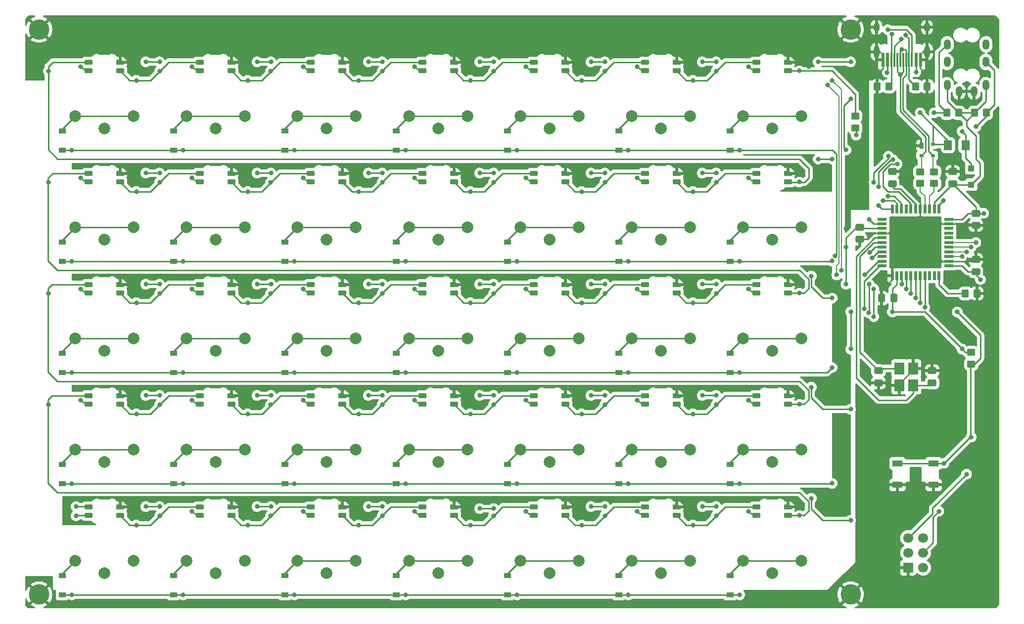
<source format=gtl>
%TF.GenerationSoftware,KiCad,Pcbnew,(6.0.6)*%
%TF.CreationDate,2022-09-10T21:51:04+08:00*%
%TF.ProjectId,5x07,35783037-2e6b-4696-9361-645f70636258,rev?*%
%TF.SameCoordinates,Original*%
%TF.FileFunction,Copper,L1,Top*%
%TF.FilePolarity,Positive*%
%FSLAX46Y46*%
G04 Gerber Fmt 4.6, Leading zero omitted, Abs format (unit mm)*
G04 Created by KiCad (PCBNEW (6.0.6)) date 2022-09-10 21:51:04*
%MOMM*%
%LPD*%
G01*
G04 APERTURE LIST*
G04 Aperture macros list*
%AMRoundRect*
0 Rectangle with rounded corners*
0 $1 Rounding radius*
0 $2 $3 $4 $5 $6 $7 $8 $9 X,Y pos of 4 corners*
0 Add a 4 corners polygon primitive as box body*
4,1,4,$2,$3,$4,$5,$6,$7,$8,$9,$2,$3,0*
0 Add four circle primitives for the rounded corners*
1,1,$1+$1,$2,$3*
1,1,$1+$1,$4,$5*
1,1,$1+$1,$6,$7*
1,1,$1+$1,$8,$9*
0 Add four rect primitives between the rounded corners*
20,1,$1+$1,$2,$3,$4,$5,0*
20,1,$1+$1,$4,$5,$6,$7,0*
20,1,$1+$1,$6,$7,$8,$9,0*
20,1,$1+$1,$8,$9,$2,$3,0*%
%AMFreePoly0*
4,1,18,-0.410000,0.265000,0.000000,0.675000,0.328000,0.675000,0.359380,0.668758,0.385983,0.650983,0.403758,0.624380,0.410000,0.593000,0.410000,-0.593000,0.403758,-0.624380,0.385983,-0.650983,0.359380,-0.668758,0.328000,-0.675000,-0.328000,-0.675000,-0.359380,-0.668758,-0.385983,-0.650983,-0.403758,-0.624380,-0.410000,-0.593000,-0.410000,0.265000,-0.410000,0.265000,$1*%
G04 Aperture macros list end*
%TA.AperFunction,SMDPad,CuDef*%
%ADD10RoundRect,0.082000X-0.593000X0.328000X-0.593000X-0.328000X0.593000X-0.328000X0.593000X0.328000X0*%
%TD*%
%TA.AperFunction,SMDPad,CuDef*%
%ADD11FreePoly0,270.000000*%
%TD*%
%TA.AperFunction,SMDPad,CuDef*%
%ADD12R,1.200000X0.900000*%
%TD*%
%TA.AperFunction,SMDPad,CuDef*%
%ADD13RoundRect,0.250000X0.475000X-0.337500X0.475000X0.337500X-0.475000X0.337500X-0.475000X-0.337500X0*%
%TD*%
%TA.AperFunction,SMDPad,CuDef*%
%ADD14RoundRect,0.250000X0.450000X-0.350000X0.450000X0.350000X-0.450000X0.350000X-0.450000X-0.350000X0*%
%TD*%
%TA.AperFunction,SMDPad,CuDef*%
%ADD15RoundRect,0.250001X-0.462499X-0.624999X0.462499X-0.624999X0.462499X0.624999X-0.462499X0.624999X0*%
%TD*%
%TA.AperFunction,SMDPad,CuDef*%
%ADD16R,0.600000X2.450000*%
%TD*%
%TA.AperFunction,SMDPad,CuDef*%
%ADD17R,0.300000X2.450000*%
%TD*%
%TA.AperFunction,ComponentPad*%
%ADD18O,1.000000X1.600000*%
%TD*%
%TA.AperFunction,ComponentPad*%
%ADD19O,1.000000X2.100000*%
%TD*%
%TA.AperFunction,SMDPad,CuDef*%
%ADD20RoundRect,0.250000X-0.450000X0.350000X-0.450000X-0.350000X0.450000X-0.350000X0.450000X0.350000X0*%
%TD*%
%TA.AperFunction,SMDPad,CuDef*%
%ADD21RoundRect,0.250000X-0.475000X0.337500X-0.475000X-0.337500X0.475000X-0.337500X0.475000X0.337500X0*%
%TD*%
%TA.AperFunction,SMDPad,CuDef*%
%ADD22RoundRect,0.250000X0.337500X0.475000X-0.337500X0.475000X-0.337500X-0.475000X0.337500X-0.475000X0*%
%TD*%
%TA.AperFunction,ComponentPad*%
%ADD23C,3.500000*%
%TD*%
%TA.AperFunction,SMDPad,CuDef*%
%ADD24RoundRect,0.250000X0.350000X0.450000X-0.350000X0.450000X-0.350000X-0.450000X0.350000X-0.450000X0*%
%TD*%
%TA.AperFunction,SMDPad,CuDef*%
%ADD25R,0.550000X1.500000*%
%TD*%
%TA.AperFunction,SMDPad,CuDef*%
%ADD26R,1.500000X0.550000*%
%TD*%
%TA.AperFunction,SMDPad,CuDef*%
%ADD27RoundRect,0.250000X-0.350000X-0.450000X0.350000X-0.450000X0.350000X0.450000X-0.350000X0.450000X0*%
%TD*%
%TA.AperFunction,SMDPad,CuDef*%
%ADD28R,1.100000X1.100000*%
%TD*%
%TA.AperFunction,SMDPad,CuDef*%
%ADD29R,0.700000X1.000000*%
%TD*%
%TA.AperFunction,SMDPad,CuDef*%
%ADD30R,0.700000X0.600000*%
%TD*%
%TA.AperFunction,ComponentPad*%
%ADD31O,1.200000X1.800000*%
%TD*%
%TA.AperFunction,SMDPad,CuDef*%
%ADD32R,1.800000X2.100000*%
%TD*%
%TA.AperFunction,ComponentPad*%
%ADD33C,2.000000*%
%TD*%
%TA.AperFunction,ComponentPad*%
%ADD34C,1.700000*%
%TD*%
%TA.AperFunction,ComponentPad*%
%ADD35R,1.700000X1.700000*%
%TD*%
%TA.AperFunction,SMDPad,CuDef*%
%ADD36R,1.800000X1.100000*%
%TD*%
%TA.AperFunction,ViaPad*%
%ADD37C,0.800000*%
%TD*%
%TA.AperFunction,Conductor*%
%ADD38C,0.250000*%
%TD*%
%TA.AperFunction,Conductor*%
%ADD39C,0.200000*%
%TD*%
G04 APERTURE END LIST*
D10*
%TO.P,LED4,1,VDD*%
%TO.N,+5V*%
X121168750Y-40437500D03*
%TO.P,LED4,2,DOUT*%
%TO.N,Net-(LED4-Pad2)*%
X121168750Y-38937500D03*
%TO.P,LED4,3,DIN*%
%TO.N,Net-(LED3-Pad2)*%
X126618750Y-40437500D03*
D11*
%TO.P,LED4,4,VSS*%
%TO.N,GND*%
X126618750Y-38937500D03*
%TD*%
D12*
%TO.P,D22,1,K*%
%TO.N,row2*%
X135731250Y-92137500D03*
%TO.P,D22,2,A*%
%TO.N,Net-(D22-Pad2)*%
X135731250Y-88837500D03*
%TD*%
D10*
%TO.P,LED19,1,VDD*%
%TO.N,+5V*%
X102062500Y-78537500D03*
%TO.P,LED19,2,DOUT*%
%TO.N,Net-(LED19-Pad2)*%
X102062500Y-77037500D03*
%TO.P,LED19,3,DIN*%
%TO.N,Net-(LED18-Pad2)*%
X107512500Y-78537500D03*
D11*
%TO.P,LED19,4,VSS*%
%TO.N,GND*%
X107512500Y-77037500D03*
%TD*%
D12*
%TO.P,D16,1,K*%
%TO.N,row1*%
X59531250Y-73087500D03*
%TO.P,D16,2,A*%
%TO.N,Net-(D16-Pad2)*%
X59531250Y-69787500D03*
%TD*%
D10*
%TO.P,LED18,1,VDD*%
%TO.N,+5V*%
X121168750Y-78537500D03*
%TO.P,LED18,2,DOUT*%
%TO.N,Net-(LED18-Pad2)*%
X121168750Y-77037500D03*
%TO.P,LED18,3,DIN*%
%TO.N,Net-(LED17-Pad2)*%
X126618750Y-78537500D03*
D11*
%TO.P,LED18,4,VSS*%
%TO.N,GND*%
X126618750Y-77037500D03*
%TD*%
D10*
%TO.P,LED34,1,VDD*%
%TO.N,+5V*%
X83068750Y-116637500D03*
%TO.P,LED34,2,DOUT*%
%TO.N,Net-(LED34-Pad2)*%
X83068750Y-115137500D03*
%TO.P,LED34,3,DIN*%
%TO.N,Net-(LED33-Pad2)*%
X88518750Y-116637500D03*
D11*
%TO.P,LED34,4,VSS*%
%TO.N,GND*%
X88518750Y-115137500D03*
%TD*%
D10*
%TO.P,LED7,1,VDD*%
%TO.N,+5V*%
X64018750Y-40437500D03*
%TO.P,LED7,2,DOUT*%
%TO.N,Net-(LED7-Pad2)*%
X64018750Y-38937500D03*
%TO.P,LED7,3,DIN*%
%TO.N,Net-(LED6-Pad2)*%
X69468750Y-40437500D03*
D11*
%TO.P,LED7,4,VSS*%
%TO.N,GND*%
X69468750Y-38937500D03*
%TD*%
D12*
%TO.P,D20,1,K*%
%TO.N,row2*%
X173831250Y-92137500D03*
%TO.P,D20,2,A*%
%TO.N,Net-(D20-Pad2)*%
X173831250Y-88837500D03*
%TD*%
D13*
%TO.P,C8,1*%
%TO.N,+5V*%
X211931250Y-59775000D03*
%TO.P,C8,2*%
%TO.N,GND*%
X211931250Y-57700000D03*
%TD*%
D12*
%TO.P,D40,1,K*%
%TO.N,row4*%
X173831250Y-130237500D03*
%TO.P,D40,2,A*%
%TO.N,Net-(D40-Pad2)*%
X173831250Y-126937500D03*
%TD*%
%TO.P,D2,1,K*%
%TO.N,row0*%
X135731250Y-54037500D03*
%TO.P,D2,2,A*%
%TO.N,Net-(D2-Pad2)*%
X135731250Y-50737500D03*
%TD*%
D10*
%TO.P,LED20,1,VDD*%
%TO.N,+5V*%
X83068750Y-78537500D03*
%TO.P,LED20,2,DOUT*%
%TO.N,Net-(LED20-Pad2)*%
X83068750Y-77037500D03*
%TO.P,LED20,3,DIN*%
%TO.N,Net-(LED19-Pad2)*%
X88518750Y-78537500D03*
D11*
%TO.P,LED20,4,VSS*%
%TO.N,GND*%
X88518750Y-77037500D03*
%TD*%
D12*
%TO.P,D13,1,K*%
%TO.N,row1*%
X116681250Y-73087500D03*
%TO.P,D13,2,A*%
%TO.N,Net-(D13-Pad2)*%
X116681250Y-69787500D03*
%TD*%
D14*
%TO.P,R7,1*%
%TO.N,LED PIN*%
X195262500Y-50212500D03*
%TO.P,R7,2*%
%TO.N,Net-(LED1-Pad3)*%
X195262500Y-48212500D03*
%TD*%
D15*
%TO.P,F1,1*%
%TO.N,VCC*%
X211137500Y-53181250D03*
%TO.P,F1,2*%
%TO.N,VBUS*%
X214112500Y-53181250D03*
%TD*%
D16*
%TO.P,USB1,1,GND*%
%TO.N,GND*%
X206425000Y-38578750D03*
%TO.P,USB1,2,VBUS*%
%TO.N,VCC*%
X205650000Y-38578750D03*
D17*
%TO.P,USB1,3,SBU2*%
%TO.N,unconnected-(USB1-Pad3)*%
X204950000Y-38578750D03*
%TO.P,USB1,4,CC1*%
%TO.N,Net-(R2-Pad1)*%
X204450000Y-38578750D03*
%TO.P,USB1,5,DN2*%
%TO.N,/D_N*%
X203950000Y-38578750D03*
%TO.P,USB1,6,DP1*%
%TO.N,/D_P*%
X203450000Y-38578750D03*
%TO.P,USB1,7,DN1*%
%TO.N,/D_N*%
X202950000Y-38578750D03*
%TO.P,USB1,8,DP2*%
%TO.N,/D_P*%
X202450000Y-38578750D03*
%TO.P,USB1,9,SBU1*%
%TO.N,unconnected-(USB1-Pad9)*%
X201950000Y-38578750D03*
%TO.P,USB1,10,CC2*%
%TO.N,Net-(R1-Pad1)*%
X201450000Y-38578750D03*
D16*
%TO.P,USB1,11,VBUS*%
%TO.N,VCC*%
X200750000Y-38578750D03*
%TO.P,USB1,12,GND*%
%TO.N,GND*%
X199975000Y-38578750D03*
D18*
%TO.P,USB1,13,SHIELD*%
X207520000Y-32983750D03*
X198880000Y-32983750D03*
D19*
X198880000Y-37163750D03*
X207520000Y-37163750D03*
%TD*%
D12*
%TO.P,D23,1,K*%
%TO.N,row2*%
X116681250Y-92137500D03*
%TO.P,D23,2,A*%
%TO.N,Net-(D23-Pad2)*%
X116681250Y-88837500D03*
%TD*%
%TO.P,D10,1,K*%
%TO.N,row1*%
X173831250Y-73087500D03*
%TO.P,D10,2,A*%
%TO.N,Net-(D10-Pad2)*%
X173831250Y-69787500D03*
%TD*%
%TO.P,D35,1,K*%
%TO.N,row3*%
X78581250Y-111187500D03*
%TO.P,D35,2,A*%
%TO.N,Net-(D35-Pad2)*%
X78581250Y-107887500D03*
%TD*%
D10*
%TO.P,LED11,1,VDD*%
%TO.N,+5V*%
X121168750Y-59487500D03*
%TO.P,LED11,2,DOUT*%
%TO.N,Net-(LED11-Pad2)*%
X121168750Y-57987500D03*
%TO.P,LED11,3,DIN*%
%TO.N,Net-(LED10-Pad2)*%
X126618750Y-59487500D03*
D11*
%TO.P,LED11,4,VSS*%
%TO.N,GND*%
X126618750Y-57987500D03*
%TD*%
D20*
%TO.P,R5,1*%
%TO.N,/D_P*%
X206375000Y-57737500D03*
%TO.P,R5,2*%
%TO.N,D+*%
X206375000Y-59737500D03*
%TD*%
D12*
%TO.P,D31,1,K*%
%TO.N,row3*%
X154781250Y-111187500D03*
%TO.P,D31,2,A*%
%TO.N,Net-(D31-Pad2)*%
X154781250Y-107887500D03*
%TD*%
%TO.P,D3,1,K*%
%TO.N,row0*%
X116681250Y-54037500D03*
%TO.P,D3,2,A*%
%TO.N,Net-(D3-Pad2)*%
X116681250Y-50737500D03*
%TD*%
%TO.P,D15,1,K*%
%TO.N,row1*%
X78581250Y-73087500D03*
%TO.P,D15,2,A*%
%TO.N,Net-(D15-Pad2)*%
X78581250Y-69787500D03*
%TD*%
%TO.P,D34,1,K*%
%TO.N,row3*%
X97631250Y-111187500D03*
%TO.P,D34,2,A*%
%TO.N,Net-(D34-Pad2)*%
X97631250Y-107887500D03*
%TD*%
D10*
%TO.P,LED35,1,VDD*%
%TO.N,+5V*%
X64018750Y-116637500D03*
%TO.P,LED35,2,DOUT*%
%TO.N,unconnected-(LED35-Pad2)*%
X64018750Y-115137500D03*
%TO.P,LED35,3,DIN*%
%TO.N,Net-(LED34-Pad2)*%
X69468750Y-116637500D03*
D11*
%TO.P,LED35,4,VSS*%
%TO.N,GND*%
X69468750Y-115137500D03*
%TD*%
D12*
%TO.P,D46,1,K*%
%TO.N,row4*%
X59531250Y-130237500D03*
%TO.P,D46,2,A*%
%TO.N,Net-(D46-Pad2)*%
X59531250Y-126937500D03*
%TD*%
D21*
%TO.P,C3,1*%
%TO.N,GND*%
X201612500Y-57700000D03*
%TO.P,C3,2*%
%TO.N,Net-(C3-Pad2)*%
X201612500Y-59775000D03*
%TD*%
D12*
%TO.P,D36,1,K*%
%TO.N,row3*%
X59531250Y-111187500D03*
%TO.P,D36,2,A*%
%TO.N,Net-(D36-Pad2)*%
X59531250Y-107887500D03*
%TD*%
D22*
%TO.P,C4,1*%
%TO.N,+5V*%
X201856250Y-79375000D03*
%TO.P,C4,2*%
%TO.N,GND*%
X199781250Y-79375000D03*
%TD*%
D13*
%TO.P,C5,1*%
%TO.N,+5V*%
X215900000Y-74856250D03*
%TO.P,C5,2*%
%TO.N,GND*%
X215900000Y-72781250D03*
%TD*%
D21*
%TO.P,C6,1*%
%TO.N,+5V*%
X196056250Y-67225000D03*
%TO.P,C6,2*%
%TO.N,GND*%
X196056250Y-69300000D03*
%TD*%
D10*
%TO.P,LED5,1,VDD*%
%TO.N,+5V*%
X102062500Y-40437500D03*
%TO.P,LED5,2,DOUT*%
%TO.N,Net-(LED5-Pad2)*%
X102062500Y-38937500D03*
%TO.P,LED5,3,DIN*%
%TO.N,Net-(LED4-Pad2)*%
X107512500Y-40437500D03*
D11*
%TO.P,LED5,4,VSS*%
%TO.N,GND*%
X107512500Y-38937500D03*
%TD*%
D10*
%TO.P,LED24,1,VDD*%
%TO.N,+5V*%
X140218750Y-97587500D03*
%TO.P,LED24,2,DOUT*%
%TO.N,Net-(LED24-Pad2)*%
X140218750Y-96087500D03*
%TO.P,LED24,3,DIN*%
%TO.N,Net-(LED23-Pad2)*%
X145668750Y-97587500D03*
D11*
%TO.P,LED24,4,VSS*%
%TO.N,GND*%
X145668750Y-96087500D03*
%TD*%
D10*
%TO.P,LED13,1,VDD*%
%TO.N,+5V*%
X83068750Y-59487500D03*
%TO.P,LED13,2,DOUT*%
%TO.N,Net-(LED13-Pad2)*%
X83068750Y-57987500D03*
%TO.P,LED13,3,DIN*%
%TO.N,Net-(LED12-Pad2)*%
X88518750Y-59487500D03*
D11*
%TO.P,LED13,4,VSS*%
%TO.N,GND*%
X88518750Y-57987500D03*
%TD*%
D12*
%TO.P,D6,1,K*%
%TO.N,row0*%
X59531250Y-54037500D03*
%TO.P,D6,2,A*%
%TO.N,Net-(D6-Pad2)*%
X59531250Y-50737500D03*
%TD*%
D10*
%TO.P,LED8,1,VDD*%
%TO.N,+5V*%
X178318750Y-59487500D03*
%TO.P,LED8,2,DOUT*%
%TO.N,Net-(LED8-Pad2)*%
X178318750Y-57987500D03*
%TO.P,LED8,3,DIN*%
%TO.N,Net-(LED7-Pad2)*%
X183768750Y-59487500D03*
D11*
%TO.P,LED8,4,VSS*%
%TO.N,GND*%
X183768750Y-57987500D03*
%TD*%
D10*
%TO.P,LED25,1,VDD*%
%TO.N,+5V*%
X121168750Y-97587500D03*
%TO.P,LED25,2,DOUT*%
%TO.N,Net-(LED25-Pad2)*%
X121168750Y-96087500D03*
%TO.P,LED25,3,DIN*%
%TO.N,Net-(LED24-Pad2)*%
X126618750Y-97587500D03*
D11*
%TO.P,LED25,4,VSS*%
%TO.N,GND*%
X126618750Y-96087500D03*
%TD*%
D12*
%TO.P,D1,1,K*%
%TO.N,row0*%
X154781250Y-54037500D03*
%TO.P,D1,2,A*%
%TO.N,Net-(D1-Pad2)*%
X154781250Y-50737500D03*
%TD*%
%TO.P,D43,1,K*%
%TO.N,row4*%
X116681250Y-130237500D03*
%TO.P,D43,2,A*%
%TO.N,Net-(D43-Pad2)*%
X116681250Y-126937500D03*
%TD*%
D10*
%TO.P,LED17,1,VDD*%
%TO.N,+5V*%
X140218750Y-78537500D03*
%TO.P,LED17,2,DOUT*%
%TO.N,Net-(LED17-Pad2)*%
X140218750Y-77037500D03*
%TO.P,LED17,3,DIN*%
%TO.N,Net-(LED16-Pad2)*%
X145668750Y-78537500D03*
D11*
%TO.P,LED17,4,VSS*%
%TO.N,GND*%
X145668750Y-77037500D03*
%TD*%
D23*
%TO.P,H2,1,1*%
%TO.N,GND*%
X194468750Y-33337500D03*
%TD*%
D24*
%TO.P,R1,1*%
%TO.N,Net-(R1-Pad1)*%
X201025000Y-43083750D03*
%TO.P,R1,2*%
%TO.N,GND*%
X199025000Y-43083750D03*
%TD*%
D12*
%TO.P,D4,1,K*%
%TO.N,row0*%
X97631250Y-54037500D03*
%TO.P,D4,2,A*%
%TO.N,Net-(D4-Pad2)*%
X97631250Y-50737500D03*
%TD*%
%TO.P,D21,1,K*%
%TO.N,row2*%
X154781250Y-92137500D03*
%TO.P,D21,2,A*%
%TO.N,Net-(D21-Pad2)*%
X154781250Y-88837500D03*
%TD*%
D10*
%TO.P,LED30,1,VDD*%
%TO.N,+5V*%
X159268750Y-116637500D03*
%TO.P,LED30,2,DOUT*%
%TO.N,Net-(LED30-Pad2)*%
X159268750Y-115137500D03*
%TO.P,LED30,3,DIN*%
%TO.N,Net-(LED29-Pad2)*%
X164718750Y-116637500D03*
D11*
%TO.P,LED30,4,VSS*%
%TO.N,GND*%
X164718750Y-115137500D03*
%TD*%
D25*
%TO.P,U1,1,PE6*%
%TO.N,LED PIN*%
X209581250Y-64150000D03*
%TO.P,U1,2,UVCC*%
%TO.N,+5V*%
X208781250Y-64150000D03*
%TO.P,U1,3,D-*%
%TO.N,D-*%
X207981250Y-64150000D03*
%TO.P,U1,4,D+*%
%TO.N,D+*%
X207181250Y-64150000D03*
%TO.P,U1,5,UGND*%
%TO.N,GND*%
X206381250Y-64150000D03*
%TO.P,U1,6,UCAP*%
%TO.N,Net-(C3-Pad2)*%
X205581250Y-64150000D03*
%TO.P,U1,7,VBUS*%
%TO.N,VBUS*%
X204781250Y-64150000D03*
%TO.P,U1,8,PB0*%
%TO.N,unconnected-(U1-Pad8)*%
X203981250Y-64150000D03*
%TO.P,U1,9,PB1*%
%TO.N,MISO*%
X203181250Y-64150000D03*
%TO.P,U1,10,PB2*%
%TO.N,MOSI*%
X202381250Y-64150000D03*
%TO.P,U1,11,PB3*%
%TO.N,SCK*%
X201581250Y-64150000D03*
D26*
%TO.P,U1,12,PB7*%
%TO.N,unconnected-(U1-Pad12)*%
X199881250Y-65850000D03*
%TO.P,U1,13,~{RESET}*%
%TO.N,RESET*%
X199881250Y-66650000D03*
%TO.P,U1,14,VCC*%
%TO.N,+5V*%
X199881250Y-67450000D03*
%TO.P,U1,15,GND*%
%TO.N,GND*%
X199881250Y-68250000D03*
%TO.P,U1,16,XTAL2*%
%TO.N,Net-(C2-Pad2)*%
X199881250Y-69050000D03*
%TO.P,U1,17,XTAL1*%
%TO.N,Net-(C1-Pad2)*%
X199881250Y-69850000D03*
%TO.P,U1,18,PD0*%
%TO.N,SCL*%
X199881250Y-70650000D03*
%TO.P,U1,19,PD1*%
%TO.N,SDA*%
X199881250Y-71450000D03*
%TO.P,U1,20,PD2*%
%TO.N,unconnected-(U1-Pad20)*%
X199881250Y-72250000D03*
%TO.P,U1,21,PD3*%
%TO.N,row0*%
X199881250Y-73050000D03*
%TO.P,U1,22,PD5*%
%TO.N,row2*%
X199881250Y-73850000D03*
D25*
%TO.P,U1,23,GND*%
%TO.N,GND*%
X201581250Y-75550000D03*
%TO.P,U1,24,AVCC*%
%TO.N,+5V*%
X202381250Y-75550000D03*
%TO.P,U1,25,PD4*%
%TO.N,row1*%
X203181250Y-75550000D03*
%TO.P,U1,26,PD6*%
%TO.N,row3*%
X203981250Y-75550000D03*
%TO.P,U1,27,PD7*%
%TO.N,row4*%
X204781250Y-75550000D03*
%TO.P,U1,28,PB4*%
%TO.N,col2*%
X205581250Y-75550000D03*
%TO.P,U1,29,PB5*%
%TO.N,col1*%
X206381250Y-75550000D03*
%TO.P,U1,30,PB6*%
%TO.N,col0*%
X207181250Y-75550000D03*
%TO.P,U1,31,PC6*%
%TO.N,unconnected-(U1-Pad31)*%
X207981250Y-75550000D03*
%TO.P,U1,32,PC7*%
%TO.N,unconnected-(U1-Pad32)*%
X208781250Y-75550000D03*
%TO.P,U1,33,~{HWB}/PE2*%
%TO.N,Net-(R3-Pad1)*%
X209581250Y-75550000D03*
D26*
%TO.P,U1,34,VCC*%
%TO.N,+5V*%
X211281250Y-73850000D03*
%TO.P,U1,35,GND*%
%TO.N,GND*%
X211281250Y-73050000D03*
%TO.P,U1,36,PF7*%
%TO.N,col3*%
X211281250Y-72250000D03*
%TO.P,U1,37,PF6*%
%TO.N,col4*%
X211281250Y-71450000D03*
%TO.P,U1,38,PF5*%
%TO.N,col5*%
X211281250Y-70650000D03*
%TO.P,U1,39,PF4*%
%TO.N,col6*%
X211281250Y-69850000D03*
%TO.P,U1,40,PF1*%
%TO.N,unconnected-(U1-Pad40)*%
X211281250Y-69050000D03*
%TO.P,U1,41,PF0*%
%TO.N,unconnected-(U1-Pad41)*%
X211281250Y-68250000D03*
%TO.P,U1,42,AREF*%
%TO.N,unconnected-(U1-Pad42)*%
X211281250Y-67450000D03*
%TO.P,U1,43,GND*%
%TO.N,GND*%
X211281250Y-66650000D03*
%TO.P,U1,44,AVCC*%
%TO.N,+5V*%
X211281250Y-65850000D03*
%TD*%
D23*
%TO.P,H4,1,1*%
%TO.N,GND*%
X194468750Y-130175000D03*
%TD*%
D13*
%TO.P,C1,1*%
%TO.N,GND*%
X199231250Y-93906250D03*
%TO.P,C1,2*%
%TO.N,Net-(C1-Pad2)*%
X199231250Y-91831250D03*
%TD*%
D12*
%TO.P,D42,1,K*%
%TO.N,row4*%
X135731250Y-130237500D03*
%TO.P,D42,2,A*%
%TO.N,Net-(D42-Pad2)*%
X135731250Y-126937500D03*
%TD*%
D10*
%TO.P,LED27,1,VDD*%
%TO.N,+5V*%
X83068750Y-97587500D03*
%TO.P,LED27,2,DOUT*%
%TO.N,Net-(LED27-Pad2)*%
X83068750Y-96087500D03*
%TO.P,LED27,3,DIN*%
%TO.N,Net-(LED26-Pad2)*%
X88518750Y-97587500D03*
D11*
%TO.P,LED27,4,VSS*%
%TO.N,GND*%
X88518750Y-96087500D03*
%TD*%
D10*
%TO.P,LED1,1,VDD*%
%TO.N,+5V*%
X178318750Y-40437500D03*
%TO.P,LED1,2,DOUT*%
%TO.N,Net-(LED1-Pad2)*%
X178318750Y-38937500D03*
%TO.P,LED1,3,DIN*%
%TO.N,Net-(LED1-Pad3)*%
X183768750Y-40437500D03*
D11*
%TO.P,LED1,4,VSS*%
%TO.N,GND*%
X183768750Y-38937500D03*
%TD*%
D12*
%TO.P,D24,1,K*%
%TO.N,row2*%
X97631250Y-92137500D03*
%TO.P,D24,2,A*%
%TO.N,Net-(D24-Pad2)*%
X97631250Y-88837500D03*
%TD*%
%TO.P,D45,1,K*%
%TO.N,row4*%
X78581250Y-130237500D03*
%TO.P,D45,2,A*%
%TO.N,Net-(D45-Pad2)*%
X78581250Y-126937500D03*
%TD*%
%TO.P,D30,1,K*%
%TO.N,row3*%
X173831250Y-111187500D03*
%TO.P,D30,2,A*%
%TO.N,Net-(D30-Pad2)*%
X173831250Y-107887500D03*
%TD*%
%TO.P,D14,1,K*%
%TO.N,row1*%
X97631250Y-73087500D03*
%TO.P,D14,2,A*%
%TO.N,Net-(D14-Pad2)*%
X97631250Y-69787500D03*
%TD*%
D10*
%TO.P,LED14,1,VDD*%
%TO.N,+5V*%
X64018750Y-59487500D03*
%TO.P,LED14,2,DOUT*%
%TO.N,Net-(LED14-Pad2)*%
X64018750Y-57987500D03*
%TO.P,LED14,3,DIN*%
%TO.N,Net-(LED13-Pad2)*%
X69468750Y-59487500D03*
D11*
%TO.P,LED14,4,VSS*%
%TO.N,GND*%
X69468750Y-57987500D03*
%TD*%
D10*
%TO.P,LED28,1,VDD*%
%TO.N,+5V*%
X64018750Y-97587500D03*
%TO.P,LED28,2,DOUT*%
%TO.N,Net-(LED28-Pad2)*%
X64018750Y-96087500D03*
%TO.P,LED28,3,DIN*%
%TO.N,Net-(LED27-Pad2)*%
X69468750Y-97587500D03*
D11*
%TO.P,LED28,4,VSS*%
%TO.N,GND*%
X69468750Y-96087500D03*
%TD*%
D10*
%TO.P,LED15,1,VDD*%
%TO.N,+5V*%
X178318750Y-78537500D03*
%TO.P,LED15,2,DOUT*%
%TO.N,Net-(LED15-Pad2)*%
X178318750Y-77037500D03*
%TO.P,LED15,3,DIN*%
%TO.N,Net-(LED14-Pad2)*%
X183768750Y-78537500D03*
D11*
%TO.P,LED15,4,VSS*%
%TO.N,GND*%
X183768750Y-77037500D03*
%TD*%
D12*
%TO.P,D32,1,K*%
%TO.N,row3*%
X135731250Y-111187500D03*
%TO.P,D32,2,A*%
%TO.N,Net-(D32-Pad2)*%
X135731250Y-107887500D03*
%TD*%
D10*
%TO.P,LED32,1,VDD*%
%TO.N,+5V*%
X121168750Y-116637500D03*
%TO.P,LED32,2,DOUT*%
%TO.N,Net-(LED32-Pad2)*%
X121168750Y-115137500D03*
%TO.P,LED32,3,DIN*%
%TO.N,Net-(LED31-Pad2)*%
X126618750Y-116637500D03*
D11*
%TO.P,LED32,4,VSS*%
%TO.N,GND*%
X126618750Y-115137500D03*
%TD*%
D12*
%TO.P,D33,1,K*%
%TO.N,row3*%
X116681250Y-111187500D03*
%TO.P,D33,2,A*%
%TO.N,Net-(D33-Pad2)*%
X116681250Y-107887500D03*
%TD*%
D10*
%TO.P,LED21,1,VDD*%
%TO.N,+5V*%
X64018750Y-78537500D03*
%TO.P,LED21,2,DOUT*%
%TO.N,Net-(LED21-Pad2)*%
X64018750Y-77037500D03*
%TO.P,LED21,3,DIN*%
%TO.N,Net-(LED20-Pad2)*%
X69468750Y-78537500D03*
D11*
%TO.P,LED21,4,VSS*%
%TO.N,GND*%
X69468750Y-77037500D03*
%TD*%
D10*
%TO.P,LED6,1,VDD*%
%TO.N,+5V*%
X83068750Y-40437500D03*
%TO.P,LED6,2,DOUT*%
%TO.N,Net-(LED6-Pad2)*%
X83068750Y-38937500D03*
%TO.P,LED6,3,DIN*%
%TO.N,Net-(LED5-Pad2)*%
X88518750Y-40437500D03*
D11*
%TO.P,LED6,4,VSS*%
%TO.N,GND*%
X88518750Y-38937500D03*
%TD*%
D12*
%TO.P,D12,1,K*%
%TO.N,row1*%
X135731250Y-73087500D03*
%TO.P,D12,2,A*%
%TO.N,Net-(D12-Pad2)*%
X135731250Y-69787500D03*
%TD*%
D10*
%TO.P,LED23,1,VDD*%
%TO.N,+5V*%
X159268750Y-97587500D03*
%TO.P,LED23,2,DOUT*%
%TO.N,Net-(LED23-Pad2)*%
X159268750Y-96087500D03*
%TO.P,LED23,3,DIN*%
%TO.N,Net-(LED22-Pad2)*%
X164718750Y-97587500D03*
D11*
%TO.P,LED23,4,VSS*%
%TO.N,GND*%
X164718750Y-96087500D03*
%TD*%
D23*
%TO.P,H1,1,1*%
%TO.N,GND*%
X55562500Y-33337500D03*
%TD*%
D10*
%TO.P,LED29,1,VDD*%
%TO.N,+5V*%
X178318750Y-116637500D03*
%TO.P,LED29,2,DOUT*%
%TO.N,Net-(LED29-Pad2)*%
X178318750Y-115137500D03*
%TO.P,LED29,3,DIN*%
%TO.N,Net-(LED28-Pad2)*%
X183768750Y-116637500D03*
D11*
%TO.P,LED29,4,VSS*%
%TO.N,GND*%
X183768750Y-115137500D03*
%TD*%
D12*
%TO.P,D11,1,K*%
%TO.N,row1*%
X154781250Y-73087500D03*
%TO.P,D11,2,A*%
%TO.N,Net-(D11-Pad2)*%
X154781250Y-69787500D03*
%TD*%
D27*
%TO.P,R2,1*%
%TO.N,Net-(R2-Pad1)*%
X205581250Y-43083750D03*
%TO.P,R2,2*%
%TO.N,GND*%
X207581250Y-43083750D03*
%TD*%
D10*
%TO.P,LED16,1,VDD*%
%TO.N,+5V*%
X159268750Y-78537500D03*
%TO.P,LED16,2,DOUT*%
%TO.N,Net-(LED16-Pad2)*%
X159268750Y-77037500D03*
%TO.P,LED16,3,DIN*%
%TO.N,Net-(LED15-Pad2)*%
X164718750Y-78537500D03*
D11*
%TO.P,LED16,4,VSS*%
%TO.N,GND*%
X164718750Y-77037500D03*
%TD*%
D10*
%TO.P,LED3,1,VDD*%
%TO.N,+5V*%
X140218750Y-40437500D03*
%TO.P,LED3,2,DOUT*%
%TO.N,Net-(LED3-Pad2)*%
X140218750Y-38937500D03*
%TO.P,LED3,3,DIN*%
%TO.N,Net-(LED2-Pad2)*%
X145668750Y-40437500D03*
D11*
%TO.P,LED3,4,VSS*%
%TO.N,GND*%
X145668750Y-38937500D03*
%TD*%
D12*
%TO.P,D0,1,K*%
%TO.N,row0*%
X173831250Y-54037500D03*
%TO.P,D0,2,A*%
%TO.N,Net-(D0-Pad2)*%
X173831250Y-50737500D03*
%TD*%
D10*
%TO.P,LED22,1,VDD*%
%TO.N,+5V*%
X178318750Y-97587500D03*
%TO.P,LED22,2,DOUT*%
%TO.N,Net-(LED22-Pad2)*%
X178318750Y-96087500D03*
%TO.P,LED22,3,DIN*%
%TO.N,Net-(LED21-Pad2)*%
X183768750Y-97587500D03*
D11*
%TO.P,LED22,4,VSS*%
%TO.N,GND*%
X183768750Y-96087500D03*
%TD*%
D27*
%TO.P,R8,1*%
%TO.N,SDA*%
X210937500Y-47625000D03*
%TO.P,R8,2*%
%TO.N,+5V*%
X212937500Y-47625000D03*
%TD*%
D10*
%TO.P,LED26,1,VDD*%
%TO.N,+5V*%
X102062500Y-97587500D03*
%TO.P,LED26,2,DOUT*%
%TO.N,Net-(LED26-Pad2)*%
X102062500Y-96087500D03*
%TO.P,LED26,3,DIN*%
%TO.N,Net-(LED25-Pad2)*%
X107512500Y-97587500D03*
D11*
%TO.P,LED26,4,VSS*%
%TO.N,GND*%
X107512500Y-96087500D03*
%TD*%
D23*
%TO.P,H3,1,1*%
%TO.N,GND*%
X55562500Y-130175000D03*
%TD*%
D12*
%TO.P,D26,1,K*%
%TO.N,row2*%
X59531250Y-92137500D03*
%TO.P,D26,2,A*%
%TO.N,Net-(D26-Pad2)*%
X59531250Y-88837500D03*
%TD*%
D10*
%TO.P,LED33,1,VDD*%
%TO.N,+5V*%
X102062500Y-116637500D03*
%TO.P,LED33,2,DOUT*%
%TO.N,Net-(LED33-Pad2)*%
X102062500Y-115137500D03*
%TO.P,LED33,3,DIN*%
%TO.N,Net-(LED32-Pad2)*%
X107512500Y-116637500D03*
D11*
%TO.P,LED33,4,VSS*%
%TO.N,GND*%
X107512500Y-115137500D03*
%TD*%
D20*
%TO.P,R4,1*%
%TO.N,/D_N*%
X208756250Y-57737500D03*
%TO.P,R4,2*%
%TO.N,D-*%
X208756250Y-59737500D03*
%TD*%
D21*
%TO.P,C7,1*%
%TO.N,+5V*%
X215900000Y-64843750D03*
%TO.P,C7,2*%
%TO.N,GND*%
X215900000Y-66918750D03*
%TD*%
D27*
%TO.P,R9,1*%
%TO.N,+5V*%
X215687500Y-47625000D03*
%TO.P,R9,2*%
%TO.N,SCL*%
X217687500Y-47625000D03*
%TD*%
D20*
%TO.P,R6,1*%
%TO.N,+5V*%
X215106250Y-88693750D03*
%TO.P,R6,2*%
%TO.N,RESET*%
X215106250Y-90693750D03*
%TD*%
D10*
%TO.P,LED12,1,VDD*%
%TO.N,+5V*%
X102062500Y-59487500D03*
%TO.P,LED12,2,DOUT*%
%TO.N,Net-(LED12-Pad2)*%
X102062500Y-57987500D03*
%TO.P,LED12,3,DIN*%
%TO.N,Net-(LED11-Pad2)*%
X107512500Y-59487500D03*
D11*
%TO.P,LED12,4,VSS*%
%TO.N,GND*%
X107512500Y-57987500D03*
%TD*%
D28*
%TO.P,D7,1,K*%
%TO.N,+5V*%
X215106250Y-59950000D03*
%TO.P,D7,2,A*%
%TO.N,VBUS*%
X215106250Y-57150000D03*
%TD*%
D10*
%TO.P,LED10,1,VDD*%
%TO.N,+5V*%
X140218750Y-59487500D03*
%TO.P,LED10,2,DOUT*%
%TO.N,Net-(LED10-Pad2)*%
X140218750Y-57987500D03*
%TO.P,LED10,3,DIN*%
%TO.N,Net-(LED10-Pad3)*%
X145668750Y-59487500D03*
D11*
%TO.P,LED10,4,VSS*%
%TO.N,GND*%
X145668750Y-57987500D03*
%TD*%
D29*
%TO.P,U2,1,GND*%
%TO.N,GND*%
X206577602Y-53228568D03*
D30*
%TO.P,U2,2,IO1*%
%TO.N,/D_P*%
X206577602Y-54928568D03*
%TO.P,U2,3,IO2*%
%TO.N,/D_N*%
X208577602Y-54928568D03*
%TO.P,U2,4,VCC*%
%TO.N,VCC*%
X208577602Y-53028568D03*
%TD*%
D31*
%TO.P,J2,G*%
%TO.N,GND*%
X215596500Y-43993750D03*
X213028500Y-43993750D03*
%TO.P,J2,R*%
%TO.N,SCL*%
X210996500Y-38893750D03*
X217628500Y-38893750D03*
%TO.P,J2,S*%
%TO.N,SDA*%
X210996500Y-35893750D03*
X217628500Y-35893750D03*
%TO.P,J2,T*%
%TO.N,+5V*%
X210996500Y-42893750D03*
X217628500Y-42893750D03*
%TD*%
D10*
%TO.P,LED31,1,VDD*%
%TO.N,+5V*%
X140218750Y-116637500D03*
%TO.P,LED31,2,DOUT*%
%TO.N,Net-(LED31-Pad2)*%
X140218750Y-115137500D03*
%TO.P,LED31,3,DIN*%
%TO.N,Net-(LED30-Pad2)*%
X145668750Y-116637500D03*
D11*
%TO.P,LED31,4,VSS*%
%TO.N,GND*%
X145668750Y-115137500D03*
%TD*%
D21*
%TO.P,C2,1*%
%TO.N,GND*%
X208418750Y-91831250D03*
%TO.P,C2,2*%
%TO.N,Net-(C2-Pad2)*%
X208418750Y-93906250D03*
%TD*%
D12*
%TO.P,D25,1,K*%
%TO.N,row2*%
X78581250Y-92137500D03*
%TO.P,D25,2,A*%
%TO.N,Net-(D25-Pad2)*%
X78581250Y-88837500D03*
%TD*%
D10*
%TO.P,LED2,1,VDD*%
%TO.N,+5V*%
X159268750Y-40437500D03*
%TO.P,LED2,2,DOUT*%
%TO.N,Net-(LED2-Pad2)*%
X159268750Y-38937500D03*
%TO.P,LED2,3,DIN*%
%TO.N,Net-(LED1-Pad2)*%
X164718750Y-40437500D03*
D11*
%TO.P,LED2,4,VSS*%
%TO.N,GND*%
X164718750Y-38937500D03*
%TD*%
D32*
%TO.P,Y1,1,1*%
%TO.N,Net-(C1-Pad2)*%
X202843750Y-91418750D03*
%TO.P,Y1,2,2*%
%TO.N,GND*%
X202843750Y-94318750D03*
%TO.P,Y1,3,3*%
%TO.N,Net-(C2-Pad2)*%
X205143750Y-94318750D03*
%TO.P,Y1,4,4*%
%TO.N,GND*%
X205143750Y-91418750D03*
%TD*%
D27*
%TO.P,R3,1*%
%TO.N,Net-(R3-Pad1)*%
X214106250Y-78581250D03*
%TO.P,R3,2*%
%TO.N,GND*%
X216106250Y-78581250D03*
%TD*%
D12*
%TO.P,D5,1,K*%
%TO.N,row0*%
X78581250Y-54037500D03*
%TO.P,D5,2,A*%
%TO.N,Net-(D5-Pad2)*%
X78581250Y-50737500D03*
%TD*%
%TO.P,D41,1,K*%
%TO.N,row4*%
X154781250Y-130237500D03*
%TO.P,D41,2,A*%
%TO.N,Net-(D41-Pad2)*%
X154781250Y-126937500D03*
%TD*%
D10*
%TO.P,LED9,1,VDD*%
%TO.N,+5V*%
X159268750Y-59487500D03*
%TO.P,LED9,2,DOUT*%
%TO.N,Net-(LED10-Pad3)*%
X159268750Y-57987500D03*
%TO.P,LED9,3,DIN*%
%TO.N,Net-(LED8-Pad2)*%
X164718750Y-59487500D03*
D11*
%TO.P,LED9,4,VSS*%
%TO.N,GND*%
X164718750Y-57987500D03*
%TD*%
D12*
%TO.P,D44,1,K*%
%TO.N,row4*%
X97631250Y-130237500D03*
%TO.P,D44,2,A*%
%TO.N,Net-(D44-Pad2)*%
X97631250Y-126937500D03*
%TD*%
D33*
%TO.P,K41,1,1*%
%TO.N,Net-(D41-Pad2)*%
X156991446Y-124388407D03*
X166991446Y-124388407D03*
%TO.P,K41,2,2*%
%TO.N,col1*%
X161991446Y-126488407D03*
%TD*%
%TO.P,K20,1,1*%
%TO.N,Net-(D20-Pad2)*%
X186041310Y-86287500D03*
X176041310Y-86287500D03*
%TO.P,K20,2,2*%
%TO.N,col0*%
X181041310Y-88387500D03*
%TD*%
%TO.P,K46,1,1*%
%TO.N,Net-(D46-Pad2)*%
X71743750Y-124387500D03*
X61743750Y-124387500D03*
%TO.P,K46,2,2*%
%TO.N,col6*%
X66743750Y-126487500D03*
%TD*%
%TO.P,K36,1,1*%
%TO.N,Net-(D36-Pad2)*%
X71743750Y-105337500D03*
X61743750Y-105337500D03*
%TO.P,K36,2,2*%
%TO.N,col6*%
X66743750Y-107437500D03*
%TD*%
%TO.P,K12,1,1*%
%TO.N,Net-(D12-Pad2)*%
X137941914Y-67237625D03*
X147941914Y-67237625D03*
%TO.P,K12,2,2*%
%TO.N,col2*%
X142941914Y-69337625D03*
%TD*%
%TO.P,K22,1,1*%
%TO.N,Net-(D22-Pad2)*%
X137943390Y-86287020D03*
X147943390Y-86287020D03*
%TO.P,K22,2,2*%
%TO.N,col2*%
X142943390Y-88387020D03*
%TD*%
%TO.P,K35,1,1*%
%TO.N,Net-(D35-Pad2)*%
X90793750Y-105337500D03*
X80793750Y-105337500D03*
%TO.P,K35,2,2*%
%TO.N,col5*%
X85793750Y-107437500D03*
%TD*%
%TO.P,K23,1,1*%
%TO.N,Net-(D23-Pad2)*%
X128893750Y-86287500D03*
X118893750Y-86287500D03*
%TO.P,K23,2,2*%
%TO.N,col3*%
X123893750Y-88387500D03*
%TD*%
%TO.P,K5,1,1*%
%TO.N,Net-(D5-Pad2)*%
X90793750Y-48187500D03*
X80793750Y-48187500D03*
%TO.P,K5,2,2*%
%TO.N,col5*%
X85793750Y-50287500D03*
%TD*%
%TO.P,K40,1,1*%
%TO.N,Net-(D40-Pad2)*%
X186043018Y-124387500D03*
X176043018Y-124387500D03*
%TO.P,K40,2,2*%
%TO.N,col0*%
X181043018Y-126487500D03*
%TD*%
%TO.P,K44,1,1*%
%TO.N,Net-(D44-Pad2)*%
X99787500Y-124387500D03*
X109787500Y-124387500D03*
%TO.P,K44,2,2*%
%TO.N,col4*%
X104787500Y-126487500D03*
%TD*%
%TO.P,K34,1,1*%
%TO.N,Net-(D34-Pad2)*%
X109787500Y-105337500D03*
X99787500Y-105337500D03*
%TO.P,K34,2,2*%
%TO.N,col4*%
X104787500Y-107437500D03*
%TD*%
%TO.P,K32,1,1*%
%TO.N,Net-(D32-Pad2)*%
X147943749Y-105336313D03*
X137943749Y-105336313D03*
%TO.P,K32,2,2*%
%TO.N,col2*%
X142943749Y-107436313D03*
%TD*%
%TO.P,K43,1,1*%
%TO.N,Net-(D43-Pad2)*%
X128893750Y-124387500D03*
X118893750Y-124387500D03*
%TO.P,K43,2,2*%
%TO.N,col3*%
X123893750Y-126487500D03*
%TD*%
%TO.P,K15,1,1*%
%TO.N,Net-(D15-Pad2)*%
X80793750Y-67237500D03*
X90793750Y-67237500D03*
%TO.P,K15,2,2*%
%TO.N,col5*%
X85793750Y-69337500D03*
%TD*%
%TO.P,K14,1,1*%
%TO.N,Net-(D14-Pad2)*%
X99787500Y-67237500D03*
X109787500Y-67237500D03*
%TO.P,K14,2,2*%
%TO.N,col4*%
X104787500Y-69337500D03*
%TD*%
%TO.P,K0,1,1*%
%TO.N,Net-(D0-Pad2)*%
X176041310Y-48187500D03*
X186041310Y-48187500D03*
%TO.P,K0,2,2*%
%TO.N,col0*%
X181041310Y-50287500D03*
%TD*%
%TO.P,K2,1,1*%
%TO.N,Net-(D2-Pad2)*%
X147940252Y-48187477D03*
X137940252Y-48187477D03*
%TO.P,K2,2,2*%
%TO.N,col2*%
X142940252Y-50287477D03*
%TD*%
%TO.P,K26,1,1*%
%TO.N,Net-(D26-Pad2)*%
X61743750Y-86287500D03*
X71743750Y-86287500D03*
%TO.P,K26,2,2*%
%TO.N,col6*%
X66743750Y-88387500D03*
%TD*%
%TO.P,K13,1,1*%
%TO.N,Net-(D13-Pad2)*%
X118893750Y-67237500D03*
X128893750Y-67237500D03*
%TO.P,K13,2,2*%
%TO.N,col3*%
X123893750Y-69337500D03*
%TD*%
%TO.P,K1,1,1*%
%TO.N,Net-(D1-Pad2)*%
X156990216Y-48187052D03*
X166990216Y-48187052D03*
%TO.P,K1,2,2*%
%TO.N,col1*%
X161990216Y-50287052D03*
%TD*%
%TO.P,K4,1,1*%
%TO.N,Net-(D4-Pad2)*%
X109787500Y-48187500D03*
X99787500Y-48187500D03*
%TO.P,K4,2,2*%
%TO.N,col4*%
X104787500Y-50287500D03*
%TD*%
%TO.P,K6,1,1*%
%TO.N,Net-(D6-Pad2)*%
X61743750Y-48187500D03*
X71743750Y-48187500D03*
%TO.P,K6,2,2*%
%TO.N,col6*%
X66743750Y-50287500D03*
%TD*%
D34*
%TO.P,J1,1,MISO*%
%TO.N,MISO*%
X206851250Y-120491250D03*
%TO.P,J1,2,VCC*%
%TO.N,+5V*%
X204311250Y-120491250D03*
%TO.P,J1,3,SCK*%
%TO.N,SCK*%
X206851250Y-123031250D03*
%TO.P,J1,4,MOSI*%
%TO.N,MOSI*%
X204311250Y-123031250D03*
%TO.P,J1,5,~{RST}*%
%TO.N,RESET*%
X206851250Y-125571250D03*
D35*
%TO.P,J1,6,GND*%
%TO.N,GND*%
X204311250Y-125571250D03*
%TD*%
D33*
%TO.P,K21,1,1*%
%TO.N,Net-(D21-Pad2)*%
X166992926Y-86286455D03*
X156992926Y-86286455D03*
%TO.P,K21,2,2*%
%TO.N,col1*%
X161992926Y-88386455D03*
%TD*%
%TO.P,K24,1,1*%
%TO.N,Net-(D24-Pad2)*%
X109787500Y-86287500D03*
X99787500Y-86287500D03*
%TO.P,K24,2,2*%
%TO.N,col4*%
X104787500Y-88387500D03*
%TD*%
%TO.P,K16,1,1*%
%TO.N,Net-(D16-Pad2)*%
X61743750Y-67237500D03*
X71743750Y-67237500D03*
%TO.P,K16,2,2*%
%TO.N,col6*%
X66743750Y-69337500D03*
%TD*%
%TO.P,K11,1,1*%
%TO.N,Net-(D11-Pad2)*%
X156991197Y-67238204D03*
X166991197Y-67238204D03*
%TO.P,K11,2,2*%
%TO.N,col1*%
X161991197Y-69338204D03*
%TD*%
%TO.P,K30,1,1*%
%TO.N,Net-(D30-Pad2)*%
X176043750Y-105337500D03*
X186043750Y-105337500D03*
%TO.P,K30,2,2*%
%TO.N,col0*%
X181043750Y-107437500D03*
%TD*%
D36*
%TO.P,SW1,1,1*%
%TO.N,GND*%
X202481250Y-111387500D03*
X208681250Y-111387500D03*
%TO.P,SW1,2,2*%
%TO.N,RESET*%
X202481250Y-107687500D03*
X208681250Y-107687500D03*
%TD*%
D33*
%TO.P,K42,1,1*%
%TO.N,Net-(D42-Pad2)*%
X137942431Y-124388881D03*
X147942431Y-124388881D03*
%TO.P,K42,2,2*%
%TO.N,col2*%
X142942431Y-126488881D03*
%TD*%
%TO.P,K45,1,1*%
%TO.N,Net-(D45-Pad2)*%
X80793750Y-124387500D03*
X90793750Y-124387500D03*
%TO.P,K45,2,2*%
%TO.N,col5*%
X85793750Y-126487500D03*
%TD*%
%TO.P,K33,1,1*%
%TO.N,Net-(D33-Pad2)*%
X118893750Y-105337500D03*
X128893750Y-105337500D03*
%TO.P,K33,2,2*%
%TO.N,col3*%
X123893750Y-107437500D03*
%TD*%
%TO.P,K3,1,1*%
%TO.N,Net-(D3-Pad2)*%
X128893750Y-48187500D03*
X118893750Y-48187500D03*
%TO.P,K3,2,2*%
%TO.N,col3*%
X123893750Y-50287500D03*
%TD*%
%TO.P,K10,1,1*%
%TO.N,Net-(D10-Pad2)*%
X176041310Y-67237500D03*
X186041310Y-67237500D03*
%TO.P,K10,2,2*%
%TO.N,col0*%
X181041310Y-69337500D03*
%TD*%
%TO.P,K31,1,1*%
%TO.N,Net-(D31-Pad2)*%
X156993750Y-105336709D03*
X166993750Y-105336709D03*
%TO.P,K31,2,2*%
%TO.N,col1*%
X161993750Y-107436709D03*
%TD*%
%TO.P,K25,1,1*%
%TO.N,Net-(D25-Pad2)*%
X90793750Y-86287500D03*
X80793750Y-86287500D03*
%TO.P,K25,2,2*%
%TO.N,col5*%
X85793750Y-88387500D03*
%TD*%
D37*
%TO.N,GND*%
X109481250Y-97631250D03*
X204787500Y-56356250D03*
X185737500Y-96043750D03*
X71437500Y-40481250D03*
X188912500Y-96043750D03*
X90487500Y-97631250D03*
X207168750Y-46037500D03*
X211931250Y-56356250D03*
X109481250Y-116681250D03*
X211931250Y-49212500D03*
X147637500Y-97631250D03*
X188912500Y-57943750D03*
X200818750Y-98425000D03*
X166687500Y-40481250D03*
X188912500Y-115093750D03*
X214312500Y-37306250D03*
X128587500Y-97631250D03*
X109481250Y-40481250D03*
X128587500Y-116681250D03*
X147637500Y-59531250D03*
X90487500Y-59531250D03*
X193675000Y-96837500D03*
X90487500Y-78581250D03*
X128587500Y-40481250D03*
X188912500Y-76993750D03*
X166687500Y-97631250D03*
X90487500Y-116681250D03*
X200818750Y-89693750D03*
X166687500Y-116681250D03*
X147637500Y-78581250D03*
X109481250Y-59531250D03*
X128587500Y-78581250D03*
X185737500Y-76993750D03*
X210440858Y-111390912D03*
X185737500Y-115093750D03*
X193675000Y-67468750D03*
X214312500Y-32543750D03*
X190500000Y-57943750D03*
X128587500Y-59531250D03*
X109481250Y-78581250D03*
X200818750Y-94456250D03*
X147637500Y-40481250D03*
X200025000Y-46037500D03*
X71437500Y-59531250D03*
X190500000Y-74612500D03*
X185737500Y-57943750D03*
X187325000Y-39687500D03*
X193675000Y-100012500D03*
X194468750Y-57943750D03*
X166687500Y-78581250D03*
X199320000Y-40613750D03*
X71437500Y-116681250D03*
X147637500Y-116681250D03*
X218281250Y-56356250D03*
X207080000Y-40613750D03*
X90487500Y-40481250D03*
X71437500Y-97631250D03*
X166687500Y-59531250D03*
X204787500Y-46037500D03*
X218281250Y-49212500D03*
X71437500Y-78581250D03*
%TO.N,+5V*%
X130968750Y-57943750D03*
X95250000Y-57943750D03*
X119856250Y-58737500D03*
X73818750Y-38893750D03*
X150018750Y-96043750D03*
X187731250Y-94631652D03*
X150018750Y-76993750D03*
X169068750Y-57943750D03*
X187731250Y-113681652D03*
X81756250Y-77787500D03*
X177006250Y-58737500D03*
X100750000Y-39687500D03*
X193675000Y-53975000D03*
X152400000Y-96043750D03*
X130968750Y-38893750D03*
X111918750Y-38893750D03*
X73818750Y-76993750D03*
X150018750Y-57943750D03*
X114300000Y-96043750D03*
X62706250Y-39687500D03*
X152400000Y-76993750D03*
X213518750Y-88106250D03*
X130968750Y-115438881D03*
X62706250Y-77787500D03*
X62706250Y-58737500D03*
X100750000Y-77787500D03*
X119856250Y-39687500D03*
X177006250Y-77787500D03*
X216693750Y-76200000D03*
X81756250Y-115887500D03*
X92868750Y-38893750D03*
X92868750Y-96043750D03*
X188912500Y-55562500D03*
X169068750Y-96043750D03*
X114300000Y-115093750D03*
X111918750Y-76993750D03*
X92868750Y-115093750D03*
X157956250Y-115887500D03*
X171450000Y-76993750D03*
X152400000Y-115093750D03*
X152400000Y-38893750D03*
X193675000Y-76993750D03*
X73818750Y-115093750D03*
X119856250Y-77787500D03*
X133350000Y-57943750D03*
X169068750Y-76993750D03*
X73818750Y-96043750D03*
X169068750Y-38893750D03*
X171450000Y-96043750D03*
X188912500Y-38893750D03*
X76200000Y-57943750D03*
X111918750Y-57943750D03*
X76200000Y-38893750D03*
X194468750Y-81756250D03*
X76200000Y-96043750D03*
X100750000Y-58737500D03*
X194468750Y-88106250D03*
X130968750Y-76993750D03*
X157956250Y-77787500D03*
X194468750Y-45243750D03*
X171450000Y-57943750D03*
X194468750Y-38893750D03*
X119856250Y-115887500D03*
X62706250Y-96837500D03*
X81756250Y-39687500D03*
X157956250Y-96837500D03*
X100750000Y-96837500D03*
X61912500Y-116681250D03*
X138906250Y-115887500D03*
X191293750Y-55562500D03*
X217243750Y-64843750D03*
X194468750Y-117475000D03*
X130968750Y-96043750D03*
X177006250Y-96837500D03*
X119856250Y-96837500D03*
X187731250Y-75581652D03*
X95250000Y-76993750D03*
X92868750Y-76993750D03*
X138906250Y-96837500D03*
X95250000Y-115093750D03*
X150018750Y-38893750D03*
X111918750Y-115093750D03*
X133350000Y-115438881D03*
X152400000Y-57943750D03*
X133350000Y-76993750D03*
X157956250Y-58737500D03*
X138906250Y-77787500D03*
X194468750Y-98425000D03*
X95250000Y-96043750D03*
X114300000Y-38893750D03*
X138906250Y-39687500D03*
X177006250Y-115887500D03*
X133350000Y-96043750D03*
X150018750Y-115093750D03*
X92868750Y-57943750D03*
X73818750Y-57943750D03*
X191293750Y-79375000D03*
X111918750Y-96043750D03*
X214312500Y-109537500D03*
X76200000Y-76993750D03*
X81756250Y-96837500D03*
X76200000Y-115093750D03*
X114300000Y-76993750D03*
X157956250Y-39687500D03*
X133350000Y-38893750D03*
X177006250Y-39687500D03*
X100750000Y-115887500D03*
X171450000Y-115093750D03*
X95250000Y-38893750D03*
X193675000Y-70643750D03*
X114300000Y-57943750D03*
X169068750Y-115093750D03*
X201612500Y-81756250D03*
X81756250Y-58737500D03*
X171450000Y-38893750D03*
X138906250Y-58737500D03*
%TO.N,row0*%
X61181250Y-54037500D03*
X80231250Y-54037500D03*
X175481250Y-54037500D03*
X137380191Y-54038064D03*
X156430191Y-54038064D03*
X196837701Y-75393951D03*
X118330191Y-54038064D03*
X99281250Y-54037500D03*
X191781750Y-72152728D03*
%TO.N,row1*%
X137381250Y-73087500D03*
X118330191Y-73088064D03*
X203187452Y-76993750D03*
X191293750Y-73025000D03*
X175481250Y-73087500D03*
X156430191Y-73088064D03*
X61181250Y-73087500D03*
X99280191Y-73088064D03*
X80231250Y-73087500D03*
%TO.N,row2*%
X61180191Y-92138064D03*
X99280191Y-92138064D03*
X175480191Y-92138064D03*
X191293750Y-91281250D03*
X196780750Y-81176643D03*
X80230191Y-92138064D03*
X118331250Y-92137500D03*
X137381250Y-92137500D03*
X156431250Y-92137500D03*
%TO.N,row3*%
X118330191Y-111188064D03*
X175480191Y-111188064D03*
X191293750Y-111125000D03*
X197643750Y-76993750D03*
X156431250Y-111187500D03*
X80231250Y-111187500D03*
X61181250Y-111187500D03*
X203993750Y-77787500D03*
X137380191Y-111188064D03*
X197528326Y-81871674D03*
X99281250Y-111187500D03*
%TO.N,row4*%
X118330191Y-130238064D03*
X61180191Y-130238064D03*
X198437500Y-77787500D03*
X175481250Y-130237500D03*
X198437500Y-82550000D03*
X156431250Y-130237500D03*
X137381250Y-130237500D03*
X80231250Y-130237500D03*
X99281250Y-130237500D03*
X204787500Y-78581250D03*
%TO.N,VCC*%
X205650000Y-40633750D03*
X200725500Y-40702500D03*
X206375000Y-47625000D03*
%TO.N,MISO*%
X200818750Y-61912500D03*
%TO.N,SCK*%
X209550000Y-115887500D03*
X199231250Y-63500000D03*
%TO.N,MOSI*%
X200025000Y-62706250D03*
%TO.N,RESET*%
X215106250Y-103187500D03*
X210456250Y-107687500D03*
X212725000Y-81756250D03*
X197643750Y-65881250D03*
%TO.N,col0*%
X207168750Y-80962500D03*
%TO.N,col1*%
X192087500Y-75406250D03*
X190500000Y-42862500D03*
X206375000Y-80168750D03*
%TO.N,col2*%
X192881250Y-74612500D03*
X205581250Y-79375000D03*
X191293750Y-42068750D03*
%TO.N,col3*%
X213518750Y-72231250D03*
%TO.N,col4*%
X214312500Y-71437500D03*
%TO.N,col5*%
X215106250Y-70643750D03*
%TO.N,col6*%
X215900000Y-69850000D03*
%TO.N,Net-(R1-Pad1)*%
X201531603Y-34094104D03*
%TO.N,Net-(R2-Pad1)*%
X203878326Y-34290424D03*
%TO.N,/D_N*%
X203200000Y-36733750D03*
%TO.N,/D_P*%
X202950000Y-41112500D03*
%TO.N,unconnected-(USB1-Pad9)*%
X203171571Y-35014924D03*
%TO.N,unconnected-(USB1-Pad3)*%
X200818750Y-33381250D03*
%TO.N,Net-(LED1-Pad2)*%
X171450000Y-40481250D03*
X167481250Y-42068750D03*
%TO.N,Net-(LED1-Pad3)*%
X185693750Y-40437500D03*
%TO.N,Net-(LED2-Pad2)*%
X148431250Y-42068750D03*
X152400000Y-40481250D03*
%TO.N,Net-(LED7-Pad2)*%
X185693750Y-59487500D03*
X57150000Y-40481250D03*
%TO.N,Net-(LED3-Pad2)*%
X133350000Y-40481250D03*
X129381250Y-42068750D03*
%TO.N,Net-(LED8-Pad2)*%
X171450000Y-59531250D03*
X167481250Y-61118750D03*
%TO.N,Net-(LED4-Pad2)*%
X110275000Y-42068750D03*
X114300000Y-40481250D03*
%TO.N,Net-(LED5-Pad2)*%
X91281250Y-42068750D03*
X95193750Y-40481250D03*
%TO.N,Net-(LED6-Pad2)*%
X72231250Y-42068750D03*
X76200000Y-40481250D03*
%TO.N,Net-(LED10-Pad3)*%
X152400000Y-59531250D03*
X148431250Y-61118750D03*
%TO.N,Net-(LED33-Pad2)*%
X91281250Y-118268750D03*
X95193750Y-116681250D03*
%TO.N,Net-(LED34-Pad2)*%
X72231250Y-118268750D03*
X76200000Y-116681250D03*
%TO.N,Net-(LED10-Pad2)*%
X129381250Y-61118750D03*
X133350000Y-59531250D03*
%TO.N,Net-(LED11-Pad2)*%
X110275000Y-61118750D03*
X114300000Y-59531250D03*
%TO.N,Net-(LED12-Pad2)*%
X95193750Y-59531250D03*
X91281250Y-61118750D03*
%TO.N,Net-(LED13-Pad2)*%
X76200000Y-59531250D03*
X72231250Y-61118750D03*
%TO.N,Net-(LED14-Pad2)*%
X57150000Y-59531250D03*
X185693750Y-78537500D03*
%TO.N,Net-(LED15-Pad2)*%
X167481250Y-80168750D03*
X171450000Y-78581250D03*
%TO.N,Net-(LED16-Pad2)*%
X148431250Y-80168750D03*
X152400000Y-78581250D03*
%TO.N,Net-(LED17-Pad2)*%
X129381250Y-80168750D03*
X133350000Y-78581250D03*
%TO.N,Net-(LED18-Pad2)*%
X114300000Y-78581250D03*
X110275000Y-80168750D03*
%TO.N,Net-(LED19-Pad2)*%
X95193750Y-78581250D03*
X91281250Y-80168750D03*
%TO.N,Net-(LED20-Pad2)*%
X76200000Y-78581250D03*
X72231250Y-80168750D03*
%TO.N,Net-(LED21-Pad2)*%
X57150000Y-78581250D03*
X185693750Y-97587500D03*
%TO.N,Net-(LED22-Pad2)*%
X167481250Y-99218750D03*
X171450000Y-97631250D03*
%TO.N,Net-(LED23-Pad2)*%
X152400000Y-97631250D03*
X148431250Y-99218750D03*
%TO.N,Net-(LED24-Pad2)*%
X129381250Y-99218750D03*
X133350000Y-97631250D03*
%TO.N,Net-(LED25-Pad2)*%
X110275000Y-99218750D03*
X114300000Y-97631250D03*
%TO.N,Net-(LED26-Pad2)*%
X95193750Y-97631250D03*
X91281250Y-99218750D03*
%TO.N,Net-(LED27-Pad2)*%
X72231250Y-99218750D03*
X76200000Y-97631250D03*
%TO.N,Net-(LED28-Pad2)*%
X57150000Y-97631250D03*
X185693750Y-116637500D03*
%TO.N,Net-(LED29-Pad2)*%
X171450000Y-116681250D03*
X167481250Y-118268750D03*
%TO.N,Net-(LED30-Pad2)*%
X152400000Y-116681250D03*
X148431250Y-118268750D03*
%TO.N,Net-(LED31-Pad2)*%
X129381250Y-118268750D03*
X133350000Y-116681250D03*
%TO.N,Net-(LED32-Pad2)*%
X114300000Y-116681250D03*
X110275000Y-118268750D03*
%TO.N,unconnected-(LED35-Pad2)*%
X61912500Y-115093750D03*
%TO.N,LED PIN*%
X195415026Y-51441224D03*
X210343750Y-62706250D03*
%TO.N,SDA*%
X198437500Y-59531250D03*
X200941020Y-55061655D03*
X208756250Y-47625000D03*
X198141667Y-72476344D03*
%TO.N,SCL*%
X199231250Y-60325000D03*
X201727924Y-55677924D03*
X197759174Y-71552924D03*
X215900000Y-50006250D03*
%TO.N,VBUS*%
X213518750Y-50800000D03*
X202434679Y-56384679D03*
%TD*%
D38*
%TO.N,GND*%
X199975000Y-38578750D02*
X199975000Y-39958750D01*
X211281250Y-73050000D02*
X209575000Y-73050000D01*
X206381250Y-62712500D02*
X206375000Y-62706250D01*
X199781250Y-78031250D02*
X199781250Y-79375000D01*
X211281250Y-73050000D02*
X215631250Y-73050000D01*
X201612500Y-76200000D02*
X199781250Y-78031250D01*
X206375000Y-39908750D02*
X207080000Y-40613750D01*
X197400000Y-69300000D02*
X196056250Y-69300000D01*
X206381250Y-64150000D02*
X206381250Y-65875000D01*
X199975000Y-39958750D02*
X199320000Y-40613750D01*
X198450000Y-68250000D02*
X197400000Y-69300000D01*
X199881250Y-68250000D02*
X198450000Y-68250000D01*
X211931250Y-57700000D02*
X211931250Y-56356250D01*
X199320000Y-40613750D02*
X199025000Y-40908750D01*
X202843750Y-94018750D02*
X205143750Y-91718750D01*
X199025000Y-40908750D02*
X199025000Y-43083750D01*
X207581250Y-41115000D02*
X207581250Y-43083750D01*
X207080000Y-40613750D02*
X207581250Y-41115000D01*
X215631250Y-66650000D02*
X211281250Y-66650000D01*
X201612500Y-75581250D02*
X201612500Y-76200000D01*
X206381250Y-64150000D02*
X206381250Y-62712500D01*
X206375000Y-38628750D02*
X206375000Y-39908750D01*
X211256250Y-66675000D02*
X209550000Y-66675000D01*
X199881250Y-68250000D02*
X201600000Y-68250000D01*
X201581250Y-75550000D02*
X201581250Y-73950000D01*
%TO.N,Net-(C1-Pad2)*%
X199881250Y-69850000D02*
X198437500Y-69850000D01*
X196056250Y-72231250D02*
X196056250Y-88656250D01*
X199643750Y-91418750D02*
X202843750Y-91418750D01*
X198437500Y-69850000D02*
X196056250Y-72231250D01*
X196056250Y-88656250D02*
X199231250Y-91831250D01*
%TO.N,Net-(C2-Pad2)*%
X203993750Y-96837500D02*
X205143750Y-95687500D01*
X205143750Y-95687500D02*
X205143750Y-94318750D01*
X208006250Y-94318750D02*
X205143750Y-94318750D01*
X199881250Y-69050000D02*
X198601104Y-69050000D01*
X195419854Y-93026104D02*
X199231250Y-96837500D01*
X199231250Y-96837500D02*
X203993750Y-96837500D01*
X198601104Y-69050000D02*
X195419854Y-72231250D01*
X195419854Y-72231250D02*
X195419854Y-93026104D01*
%TO.N,Net-(C3-Pad2)*%
X205581250Y-63275000D02*
X205581250Y-64150000D01*
X203312500Y-61006250D02*
X205581250Y-63275000D01*
X201612500Y-59775000D02*
X201612500Y-60325000D01*
X201956250Y-60668750D02*
X202975000Y-60668750D01*
X201612500Y-60325000D02*
X201956250Y-60668750D01*
X202975000Y-60668750D02*
X203312500Y-61006250D01*
%TO.N,+5V*%
X214312500Y-109537500D02*
X208496625Y-115353375D01*
X95250000Y-57943750D02*
X92868750Y-57943750D01*
X215900000Y-74856250D02*
X214556250Y-74856250D01*
X171450000Y-76993750D02*
X169068750Y-76993750D01*
X114300000Y-115093750D02*
X111918750Y-115093750D01*
X189706250Y-79375000D02*
X187731250Y-77400000D01*
X114300000Y-96043750D02*
X111918750Y-96043750D01*
X213550000Y-73850000D02*
X211281250Y-73850000D01*
X216625000Y-58431250D02*
X215106250Y-59950000D01*
X214312500Y-48980945D02*
X212956555Y-47625000D01*
X193306250Y-53606250D02*
X193306250Y-46406250D01*
X158793750Y-78537500D02*
X157956250Y-77787500D01*
X152400000Y-38893750D02*
X150018750Y-38893750D01*
X95250000Y-38893750D02*
X92868750Y-38893750D01*
X177843750Y-97587500D02*
X177006250Y-96837500D01*
X193675000Y-53975000D02*
X193306250Y-53606250D01*
X212106250Y-59950000D02*
X215106250Y-59950000D01*
X177843750Y-78537500D02*
X177006250Y-77787500D01*
X202381250Y-77018750D02*
X201612500Y-77787500D01*
X207168750Y-81756250D02*
X201612500Y-81756250D01*
X208496625Y-116305875D02*
X204311250Y-120491250D01*
X215900000Y-64843750D02*
X215900000Y-63743750D01*
X210996500Y-42893750D02*
X210996500Y-45684000D01*
X133350000Y-38893750D02*
X130968750Y-38893750D01*
X196281250Y-67450000D02*
X199881250Y-67450000D01*
X158793750Y-97587500D02*
X157956250Y-96837500D01*
X139743750Y-59487500D02*
X138906250Y-58737500D01*
X215900000Y-64843750D02*
X217243750Y-64843750D01*
X152400000Y-57943750D02*
X150018750Y-57943750D01*
X214312500Y-50006250D02*
X214312500Y-48980945D01*
X120693750Y-97587500D02*
X119856250Y-96837500D01*
X139743750Y-97587500D02*
X138906250Y-96837500D01*
X216625000Y-56287500D02*
X216625000Y-58431250D01*
X193675000Y-69056250D02*
X195506250Y-67225000D01*
X214556250Y-74856250D02*
X213550000Y-73850000D01*
X171450000Y-115093750D02*
X169068750Y-115093750D01*
X212937500Y-47625000D02*
X215687500Y-47625000D01*
X201612500Y-79618750D02*
X201612500Y-81756250D01*
X171450000Y-57943750D02*
X169068750Y-57943750D01*
X187731250Y-96450000D02*
X187731250Y-94631652D01*
X76200000Y-38893750D02*
X73818750Y-38893750D01*
X114300000Y-76993750D02*
X111918750Y-76993750D01*
X187731250Y-77400000D02*
X187731250Y-75581652D01*
X208781250Y-62925000D02*
X208781250Y-64150000D01*
X177843750Y-116637500D02*
X177006250Y-115887500D01*
X193306250Y-46406250D02*
X194468750Y-45243750D01*
X64018750Y-116637500D02*
X61956250Y-116637500D01*
X120693750Y-78537500D02*
X119856250Y-77787500D01*
X76200000Y-115093750D02*
X73818750Y-115093750D01*
X95250000Y-115093750D02*
X92868750Y-115093750D01*
X201612500Y-77787500D02*
X201612500Y-79131250D01*
X82593750Y-59487500D02*
X81756250Y-58737500D01*
X208496625Y-115353375D02*
X208496625Y-116305875D01*
X61956250Y-116637500D02*
X61912500Y-116681250D01*
X139743750Y-78537500D02*
X138906250Y-77787500D01*
X191293750Y-79375000D02*
X189706250Y-79375000D01*
X120693750Y-40437500D02*
X119856250Y-39687500D01*
X63543750Y-40437500D02*
X62706250Y-39687500D01*
X82593750Y-116637500D02*
X81756250Y-115887500D01*
X152400000Y-96043750D02*
X150018750Y-96043750D01*
X215900000Y-64843750D02*
X214556250Y-64843750D01*
X76200000Y-96043750D02*
X73818750Y-96043750D01*
X215900000Y-75406250D02*
X216693750Y-76200000D01*
X158793750Y-40437500D02*
X157956250Y-39687500D01*
X214556250Y-64843750D02*
X213550000Y-65850000D01*
X139743750Y-40437500D02*
X138906250Y-39687500D01*
X133350000Y-76993750D02*
X130968750Y-76993750D01*
X171450000Y-96043750D02*
X169068750Y-96043750D01*
X133350000Y-57943750D02*
X130968750Y-57943750D01*
X202381250Y-75550000D02*
X202381250Y-77018750D01*
X82593750Y-40437500D02*
X81756250Y-39687500D01*
X214312500Y-50006250D02*
X214312500Y-49000000D01*
X63543750Y-97587500D02*
X62706250Y-96837500D01*
X101587500Y-59487500D02*
X100750000Y-58737500D01*
X189706250Y-117475000D02*
X194468750Y-117475000D01*
X213518750Y-88106250D02*
X207168750Y-81756250D01*
X214312500Y-50006250D02*
X215900000Y-51593750D01*
X189706250Y-98425000D02*
X187731250Y-96450000D01*
X82593750Y-97587500D02*
X81756250Y-96837500D01*
X114300000Y-57943750D02*
X111918750Y-57943750D01*
X158793750Y-116637500D02*
X157956250Y-115887500D01*
X217628500Y-42893750D02*
X217628500Y-45684000D01*
X101587500Y-78537500D02*
X100750000Y-77787500D01*
X188912500Y-38893750D02*
X194468750Y-38893750D01*
X76200000Y-76993750D02*
X73818750Y-76993750D01*
X152400000Y-115093750D02*
X150018750Y-115093750D01*
X194468750Y-98425000D02*
X189706250Y-98425000D01*
X215900000Y-51593750D02*
X215900000Y-55562500D01*
X95250000Y-76993750D02*
X92868750Y-76993750D01*
X133350000Y-115438881D02*
X130968750Y-115438881D01*
X191293750Y-55562500D02*
X188912500Y-55562500D01*
X133350000Y-96043750D02*
X130968750Y-96043750D01*
X177843750Y-40437500D02*
X177006250Y-39687500D01*
X63543750Y-59487500D02*
X62706250Y-58737500D01*
X213518750Y-88106250D02*
X214106250Y-88693750D01*
X101587500Y-40437500D02*
X100750000Y-39687500D01*
X177843750Y-59487500D02*
X177006250Y-58737500D01*
X101587500Y-116637500D02*
X100750000Y-115887500D01*
X215900000Y-55562500D02*
X216625000Y-56287500D01*
X120693750Y-116637500D02*
X119856250Y-115887500D01*
X193675000Y-76993750D02*
X193675000Y-69056250D01*
X214106250Y-88693750D02*
X215106250Y-88693750D01*
X114300000Y-38893750D02*
X111918750Y-38893750D01*
X189706250Y-117475000D02*
X187731250Y-115500000D01*
X82593750Y-78537500D02*
X81756250Y-77787500D01*
X139743750Y-116637500D02*
X138906250Y-115887500D01*
X215900000Y-74856250D02*
X215900000Y-75406250D01*
X194468750Y-81756250D02*
X194468750Y-88106250D01*
X214312500Y-49000000D02*
X215687500Y-47625000D01*
X210996500Y-45684000D02*
X212937500Y-47625000D01*
X211931250Y-59775000D02*
X208781250Y-62925000D01*
X187731250Y-115500000D02*
X187731250Y-113681652D01*
X158793750Y-59487500D02*
X157956250Y-58737500D01*
X63543750Y-78537500D02*
X62706250Y-77787500D01*
X76200000Y-57943750D02*
X73818750Y-57943750D01*
X152400000Y-76993750D02*
X150018750Y-76993750D01*
X101587500Y-97587500D02*
X100750000Y-96837500D01*
X211931250Y-59775000D02*
X212106250Y-59950000D01*
X171450000Y-38893750D02*
X169068750Y-38893750D01*
X213550000Y-65850000D02*
X211281250Y-65850000D01*
X217628500Y-45684000D02*
X215687500Y-47625000D01*
X215900000Y-63743750D02*
X211931250Y-59775000D01*
X120693750Y-59487500D02*
X119856250Y-58737500D01*
X95250000Y-96043750D02*
X92868750Y-96043750D01*
%TO.N,row0*%
X175481250Y-54037500D02*
X191356250Y-54037500D01*
X192056250Y-71878228D02*
X191781750Y-72152728D01*
X173831250Y-54037500D02*
X175481250Y-54037500D01*
X199181652Y-73050000D02*
X199881250Y-73050000D01*
X196837701Y-75393951D02*
X199181652Y-73050000D01*
X192056250Y-54737500D02*
X192056250Y-71878228D01*
X59531250Y-54037500D02*
X173831250Y-54037500D01*
X191356250Y-54037500D02*
X192056250Y-54737500D01*
%TO.N,row1*%
X203187452Y-76993750D02*
X203187452Y-75556202D01*
X173831250Y-73087500D02*
X59531250Y-73087500D01*
X191231250Y-73087500D02*
X191293750Y-73025000D01*
X173831250Y-73087500D02*
X191231250Y-73087500D01*
%TO.N,Net-(D10-Pad2)*%
X176041310Y-67237500D02*
X173828810Y-69450000D01*
X186041310Y-67237500D02*
X176041310Y-67237500D01*
%TO.N,Net-(D11-Pad2)*%
X166991197Y-67238204D02*
X156991197Y-67238204D01*
X156991197Y-67238204D02*
X154778697Y-69450704D01*
%TO.N,Net-(D12-Pad2)*%
X147941914Y-67237625D02*
X137941914Y-67237625D01*
X137941914Y-67237625D02*
X135729414Y-69450125D01*
%TO.N,Net-(D13-Pad2)*%
X118893750Y-67237500D02*
X116681250Y-69450000D01*
X128893750Y-67237500D02*
X118893750Y-67237500D01*
%TO.N,Net-(D14-Pad2)*%
X99787500Y-67237500D02*
X97575000Y-69450000D01*
X109787500Y-67237500D02*
X99787500Y-67237500D01*
%TO.N,Net-(D15-Pad2)*%
X80793750Y-67237500D02*
X78581250Y-69450000D01*
X90793750Y-67237500D02*
X80793750Y-67237500D01*
%TO.N,Net-(D16-Pad2)*%
X61743750Y-67237500D02*
X59531250Y-69450000D01*
X71743750Y-67237500D02*
X61743750Y-67237500D01*
%TO.N,row2*%
X199406250Y-73850000D02*
X196780750Y-76475500D01*
X173831250Y-92137500D02*
X189768750Y-92137500D01*
X190437500Y-92137500D02*
X191293750Y-91281250D01*
X196780750Y-76475500D02*
X196780750Y-81176643D01*
X59531250Y-92137500D02*
X173831250Y-92137500D01*
X189768750Y-92137500D02*
X190437500Y-92137500D01*
%TO.N,Net-(D20-Pad2)*%
X186041310Y-86287500D02*
X176041310Y-86287500D01*
X176041310Y-86287500D02*
X173828810Y-88500000D01*
%TO.N,Net-(D21-Pad2)*%
X156992926Y-86286455D02*
X154780426Y-88498955D01*
X166992926Y-86286455D02*
X156992926Y-86286455D01*
%TO.N,Net-(D22-Pad2)*%
X147943390Y-86287020D02*
X137943390Y-86287020D01*
X137943390Y-86287020D02*
X135730890Y-88499520D01*
%TO.N,Net-(D23-Pad2)*%
X128893750Y-86287500D02*
X118893750Y-86287500D01*
X118893750Y-86287500D02*
X116681250Y-88500000D01*
%TO.N,Net-(D24-Pad2)*%
X109787500Y-86287500D02*
X99787500Y-86287500D01*
X99787500Y-86287500D02*
X97575000Y-88500000D01*
%TO.N,Net-(D25-Pad2)*%
X90793750Y-86287500D02*
X80793750Y-86287500D01*
X80793750Y-86287500D02*
X78581250Y-88500000D01*
%TO.N,Net-(D26-Pad2)*%
X71743750Y-86287500D02*
X61743750Y-86287500D01*
X61743750Y-86287500D02*
X59531250Y-88500000D01*
%TO.N,row3*%
X197643750Y-81756250D02*
X197528326Y-81871674D01*
X191231250Y-111187500D02*
X191293750Y-111125000D01*
X203981250Y-77775000D02*
X203993750Y-77787500D01*
X203981250Y-75550000D02*
X203981250Y-77775000D01*
X59531250Y-111187500D02*
X173831250Y-111187500D01*
X197643750Y-76993750D02*
X197643750Y-81756250D01*
X173831250Y-111187500D02*
X191231250Y-111187500D01*
%TO.N,Net-(D30-Pad2)*%
X176043750Y-105337500D02*
X173831250Y-107550000D01*
X186043750Y-105337500D02*
X176043750Y-105337500D01*
%TO.N,Net-(D31-Pad2)*%
X156993750Y-105336709D02*
X154781250Y-107549209D01*
X166993750Y-105336709D02*
X156993750Y-105336709D01*
%TO.N,Net-(D32-Pad2)*%
X147943749Y-105336313D02*
X137943749Y-105336313D01*
X137943749Y-105336313D02*
X135731249Y-107548813D01*
%TO.N,Net-(D33-Pad2)*%
X118893750Y-105337500D02*
X116681250Y-107550000D01*
X128893750Y-105337500D02*
X118893750Y-105337500D01*
%TO.N,Net-(D34-Pad2)*%
X109787500Y-105337500D02*
X99787500Y-105337500D01*
X99787500Y-105337500D02*
X97575000Y-107550000D01*
%TO.N,Net-(D35-Pad2)*%
X80793750Y-105337500D02*
X78581250Y-107550000D01*
X90793750Y-105337500D02*
X80793750Y-105337500D01*
%TO.N,Net-(D36-Pad2)*%
X71743750Y-105337500D02*
X61743750Y-105337500D01*
X61743750Y-105337500D02*
X59531250Y-107550000D01*
X59531250Y-107550000D02*
X59531250Y-107887500D01*
%TO.N,row4*%
X204781250Y-75550000D02*
X204781250Y-78575000D01*
X173831250Y-130237500D02*
X175481250Y-130237500D01*
X59531250Y-130237500D02*
X173831250Y-130237500D01*
X204781250Y-78575000D02*
X204787500Y-78581250D01*
X198437500Y-77787500D02*
X198437500Y-82550000D01*
%TO.N,Net-(D40-Pad2)*%
X186043018Y-124387500D02*
X176043018Y-124387500D01*
X176043018Y-124387500D02*
X173830518Y-126600000D01*
%TO.N,Net-(D41-Pad2)*%
X166991446Y-124388407D02*
X156991446Y-124388407D01*
X156991446Y-124388407D02*
X154778946Y-126600907D01*
%TO.N,Net-(D42-Pad2)*%
X147942431Y-124388881D02*
X137942431Y-124388881D01*
X137942431Y-124388881D02*
X135729931Y-126601381D01*
%TO.N,Net-(D43-Pad2)*%
X118893750Y-124387500D02*
X116681250Y-126600000D01*
X128893750Y-124387500D02*
X118893750Y-124387500D01*
%TO.N,Net-(D44-Pad2)*%
X109787500Y-124387500D02*
X99787500Y-124387500D01*
X99787500Y-124387500D02*
X97575000Y-126600000D01*
%TO.N,Net-(D45-Pad2)*%
X80793750Y-124387500D02*
X78581250Y-126600000D01*
%TO.N,Net-(D46-Pad2)*%
X61743750Y-124387500D02*
X59531250Y-126600000D01*
%TO.N,VCC*%
X206375000Y-47625000D02*
X211137500Y-52387500D01*
X205650000Y-38578750D02*
X205650000Y-40633750D01*
X200750000Y-38578750D02*
X200750000Y-40633750D01*
X200750000Y-40633750D02*
X200818750Y-40702500D01*
X210984818Y-53028568D02*
X211137500Y-53181250D01*
X208577602Y-53028568D02*
X208577602Y-49827602D01*
X211137500Y-52387500D02*
X211137500Y-53181250D01*
X200818750Y-40702500D02*
X200725500Y-40702500D01*
X208577602Y-53028568D02*
X210984818Y-53028568D01*
%TO.N,MISO*%
X203181250Y-63150000D02*
X201943750Y-61912500D01*
X203181250Y-64150000D02*
X203181250Y-63150000D01*
X201943750Y-61912500D02*
X200818750Y-61912500D01*
%TO.N,SCK*%
X209550000Y-115888896D02*
X208597500Y-116841396D01*
X209550000Y-115887500D02*
X209550000Y-115888896D01*
X208597500Y-116841396D02*
X208597500Y-121285000D01*
X201581250Y-64150000D02*
X199881250Y-64150000D01*
X208597500Y-121285000D02*
X206851250Y-123031250D01*
X199881250Y-64150000D02*
X199231250Y-63500000D01*
%TO.N,MOSI*%
X202381250Y-63150000D02*
X201937500Y-62706250D01*
X202381250Y-64150000D02*
X202381250Y-63150000D01*
X201937500Y-62706250D02*
X200025000Y-62706250D01*
%TO.N,RESET*%
X216693750Y-85725000D02*
X216693750Y-89693750D01*
X215693750Y-90693750D02*
X215106250Y-90693750D01*
X216693750Y-89693750D02*
X215693750Y-90693750D01*
X210456250Y-107687500D02*
X202481250Y-107687500D01*
X212725000Y-81756250D02*
X216693750Y-85725000D01*
X215031250Y-103112500D02*
X210456250Y-107687500D01*
X197643750Y-65881250D02*
X198412500Y-66650000D01*
X198412500Y-66650000D02*
X199881250Y-66650000D01*
X215031250Y-90768750D02*
X215031250Y-103112500D01*
%TO.N,col0*%
X207168750Y-80962500D02*
X207181250Y-80950000D01*
X207181250Y-80950000D02*
X207181250Y-75550000D01*
%TO.N,col1*%
X206375000Y-80168750D02*
X206381250Y-80162500D01*
D39*
X192481250Y-44843750D02*
X192481250Y-73425000D01*
X192481250Y-73425000D02*
X192087500Y-73818750D01*
X192087500Y-73818750D02*
X192087500Y-75406250D01*
D38*
X206381250Y-80162500D02*
X206381250Y-75550000D01*
D39*
X190500000Y-42862500D02*
X192481250Y-44843750D01*
%TO.N,col2*%
X192881250Y-43656250D02*
X191293750Y-42068750D01*
X192881250Y-43656250D02*
X192881250Y-74612500D01*
D38*
X205581250Y-79375000D02*
X205581250Y-75550000D01*
D39*
%TO.N,col3*%
X213500000Y-72250000D02*
X213518750Y-72231250D01*
X211281250Y-72250000D02*
X213500000Y-72250000D01*
%TO.N,col4*%
X211281250Y-71450000D02*
X214300000Y-71450000D01*
X214300000Y-71450000D02*
X214312500Y-71437500D01*
%TO.N,col5*%
X215100000Y-70650000D02*
X215106250Y-70643750D01*
X211281250Y-70650000D02*
X215100000Y-70650000D01*
%TO.N,col6*%
X211281250Y-69850000D02*
X215900000Y-69850000D01*
D38*
%TO.N,Net-(R1-Pad1)*%
X201450000Y-38578750D02*
X201450000Y-34175707D01*
X201450000Y-34175707D02*
X201531603Y-34094104D01*
X201450000Y-38578750D02*
X201450000Y-42658750D01*
%TO.N,Net-(R2-Pad1)*%
X204450000Y-38578750D02*
X204450000Y-41952500D01*
X204450000Y-41952500D02*
X205581250Y-43083750D01*
X204450000Y-34862098D02*
X203878326Y-34290424D01*
X204450000Y-34862098D02*
X204450000Y-38578750D01*
%TO.N,Net-(R3-Pad1)*%
X209581250Y-77025000D02*
X211137500Y-78581250D01*
X209581250Y-75550000D02*
X209581250Y-77025000D01*
X211137500Y-78581250D02*
X214106250Y-78581250D01*
%TO.N,/D_N*%
X203400000Y-47117892D02*
X207834952Y-51552844D01*
X207834952Y-54185918D02*
X208577602Y-54928568D01*
X203950000Y-36953352D02*
X203950000Y-38578750D01*
X203400000Y-41687806D02*
X203400000Y-47117892D01*
X202950000Y-38578750D02*
X202950000Y-36983750D01*
X203950000Y-41137806D02*
X203400000Y-41687806D01*
X203730398Y-36733750D02*
X203950000Y-36953352D01*
X207834952Y-51552844D02*
X207834952Y-54185918D01*
X203200000Y-36733750D02*
X203730398Y-36733750D01*
D39*
X208577602Y-54928568D02*
X208577602Y-57558852D01*
D38*
X202950000Y-36983750D02*
X203200000Y-36733750D01*
X203950000Y-38578750D02*
X203950000Y-41137806D01*
D39*
X208577602Y-57558852D02*
X208756250Y-57737500D01*
%TO.N,D-*%
X207981250Y-61931250D02*
X207981250Y-64150000D01*
X208756250Y-59737500D02*
X208756250Y-61118750D01*
X207962500Y-61912500D02*
X207981250Y-61931250D01*
X208756250Y-61118750D02*
X207962500Y-61912500D01*
D38*
%TO.N,/D_P*%
X202450000Y-40612500D02*
X202950000Y-41112500D01*
X207334952Y-54171218D02*
X206577602Y-54928568D01*
X207334952Y-51759952D02*
X207334952Y-54171218D01*
X203450000Y-38578750D02*
X203450000Y-40612500D01*
X202950000Y-47375000D02*
X207334952Y-51759952D01*
D39*
X206577602Y-54928568D02*
X206577602Y-57534898D01*
D38*
X203450000Y-40612500D02*
X202950000Y-41112500D01*
X202950000Y-41112500D02*
X202950000Y-47375000D01*
D39*
X206577602Y-57534898D02*
X206375000Y-57737500D01*
D38*
X202450000Y-38578750D02*
X202450000Y-40612500D01*
D39*
%TO.N,D+*%
X206375000Y-61118750D02*
X207181250Y-61925000D01*
X207181250Y-61925000D02*
X207181250Y-64150000D01*
X206375000Y-59737500D02*
X206375000Y-61118750D01*
D38*
%TO.N,unconnected-(USB1-Pad9)*%
X203171571Y-35014924D02*
X201950000Y-36236495D01*
X201950000Y-36236495D02*
X201950000Y-38578750D01*
%TO.N,unconnected-(USB1-Pad3)*%
X204950000Y-34336793D02*
X203982311Y-33369104D01*
X200830896Y-33369104D02*
X200818750Y-33381250D01*
X203982311Y-33369104D02*
X200830896Y-33369104D01*
X204950000Y-38578750D02*
X204950000Y-34336793D01*
%TO.N,Net-(LED1-Pad2)*%
X167481250Y-42068750D02*
X169862500Y-42068750D01*
X164718750Y-40437500D02*
X166350000Y-42068750D01*
X166350000Y-42068750D02*
X167481250Y-42068750D01*
X169862500Y-42068750D02*
X171450000Y-40481250D01*
X178318750Y-38937500D02*
X172993750Y-38937500D01*
X171450000Y-40481250D02*
X172993750Y-38937500D01*
%TO.N,Net-(LED1-Pad3)*%
X195262500Y-44450000D02*
X195262500Y-48212500D01*
X191250000Y-40437500D02*
X195262500Y-44450000D01*
X185693750Y-40437500D02*
X191250000Y-40437500D01*
X183768750Y-40437500D02*
X185693750Y-40437500D01*
%TO.N,Net-(LED2-Pad2)*%
X150812500Y-42068750D02*
X153943750Y-38937500D01*
X147300000Y-42068750D02*
X150812500Y-42068750D01*
X145668750Y-40437500D02*
X147300000Y-42068750D01*
X159268750Y-38937500D02*
X153943750Y-38937500D01*
%TO.N,Net-(LED7-Pad2)*%
X58737500Y-55562500D02*
X57150000Y-53975000D01*
X185737500Y-55562500D02*
X58737500Y-55562500D01*
X64018750Y-38937500D02*
X57900000Y-38937500D01*
X57900000Y-38937500D02*
X57150000Y-39687500D01*
X183812500Y-59531250D02*
X186531250Y-59531250D01*
X187325000Y-58737500D02*
X187325000Y-57150000D01*
X186531250Y-59531250D02*
X187325000Y-58737500D01*
X57150000Y-53975000D02*
X57150000Y-39687500D01*
X187325000Y-57150000D02*
X185737500Y-55562500D01*
%TO.N,Net-(LED3-Pad2)*%
X128250000Y-42068750D02*
X131762500Y-42068750D01*
X140218750Y-38937500D02*
X134893750Y-38937500D01*
X126618750Y-40437500D02*
X128250000Y-42068750D01*
X131762500Y-42068750D02*
X134893750Y-38937500D01*
%TO.N,Net-(LED8-Pad2)*%
X166350000Y-61118750D02*
X164718750Y-59487500D01*
X178318750Y-57987500D02*
X172993750Y-57987500D01*
X169862500Y-61118750D02*
X166350000Y-61118750D01*
X172993750Y-57987500D02*
X169862500Y-61118750D01*
%TO.N,Net-(LED4-Pad2)*%
X107512500Y-40437500D02*
X109143750Y-42068750D01*
X109143750Y-42068750D02*
X112656250Y-42068750D01*
X112656250Y-42068750D02*
X115787500Y-38937500D01*
X121168750Y-38937500D02*
X115787500Y-38937500D01*
%TO.N,Net-(LED5-Pad2)*%
X88518750Y-40437500D02*
X90150000Y-42068750D01*
X93662500Y-42068750D02*
X96793750Y-38937500D01*
X102062500Y-38937500D02*
X96793750Y-38937500D01*
X90150000Y-42068750D02*
X93662500Y-42068750D01*
%TO.N,Net-(LED6-Pad2)*%
X74612500Y-42068750D02*
X77743750Y-38937500D01*
X83068750Y-38937500D02*
X77743750Y-38937500D01*
X69468750Y-40437500D02*
X71100000Y-42068750D01*
X71100000Y-42068750D02*
X74612500Y-42068750D01*
%TO.N,Net-(LED10-Pad3)*%
X147300000Y-61118750D02*
X150812500Y-61118750D01*
X159268750Y-57987500D02*
X153943750Y-57987500D01*
X145668750Y-59487500D02*
X147300000Y-61118750D01*
X150812500Y-61118750D02*
X153943750Y-57987500D01*
%TO.N,Net-(LED33-Pad2)*%
X88518750Y-116637500D02*
X90150000Y-118268750D01*
X90150000Y-118268750D02*
X93662500Y-118268750D01*
X93662500Y-118268750D02*
X96793750Y-115137500D01*
X96793750Y-115137500D02*
X102062500Y-115137500D01*
%TO.N,Net-(LED34-Pad2)*%
X74612500Y-118268750D02*
X77743750Y-115137500D01*
X71100000Y-118268750D02*
X74612500Y-118268750D01*
X83068750Y-115137500D02*
X77743750Y-115137500D01*
X69468750Y-116637500D02*
X71100000Y-118268750D01*
%TO.N,Net-(LED10-Pad2)*%
X126618750Y-59487500D02*
X128250000Y-61118750D01*
X128250000Y-61118750D02*
X131762500Y-61118750D01*
X131762500Y-61118750D02*
X134893750Y-57987500D01*
X140218750Y-57987500D02*
X134893750Y-57987500D01*
%TO.N,Net-(LED11-Pad2)*%
X107512500Y-59487500D02*
X109143750Y-61118750D01*
X109143750Y-61118750D02*
X112656250Y-61118750D01*
X112656250Y-61118750D02*
X115787500Y-57987500D01*
X121168750Y-57987500D02*
X115787500Y-57987500D01*
%TO.N,Net-(LED12-Pad2)*%
X93662500Y-61118750D02*
X96793750Y-57987500D01*
X88518750Y-59487500D02*
X90150000Y-61118750D01*
X90150000Y-61118750D02*
X93662500Y-61118750D01*
X102062500Y-57987500D02*
X96793750Y-57987500D01*
%TO.N,Net-(LED13-Pad2)*%
X74612500Y-61118750D02*
X77743750Y-57987500D01*
X69468750Y-59487500D02*
X71100000Y-61118750D01*
X83068750Y-57987500D02*
X77743750Y-57987500D01*
X71100000Y-61118750D02*
X74612500Y-61118750D01*
%TO.N,Net-(LED14-Pad2)*%
X57106250Y-58781250D02*
X57106250Y-72981250D01*
X58693750Y-74568750D02*
X185693750Y-74568750D01*
X57900000Y-57987500D02*
X57106250Y-58781250D01*
X64018750Y-57987500D02*
X57900000Y-57987500D01*
X186487500Y-78537500D02*
X183768750Y-78537500D01*
X187281250Y-76156250D02*
X187281250Y-77743750D01*
X187281250Y-77743750D02*
X186487500Y-78537500D01*
X185693750Y-74568750D02*
X187281250Y-76156250D01*
X57106250Y-72981250D02*
X58693750Y-74568750D01*
%TO.N,Net-(LED15-Pad2)*%
X169862500Y-80168750D02*
X172993750Y-77037500D01*
X178318750Y-77037500D02*
X172993750Y-77037500D01*
X164718750Y-78537500D02*
X166350000Y-80168750D01*
X166350000Y-80168750D02*
X169862500Y-80168750D01*
%TO.N,Net-(LED16-Pad2)*%
X150812500Y-80168750D02*
X153943750Y-77037500D01*
X159268750Y-77037500D02*
X153943750Y-77037500D01*
X147300000Y-80168750D02*
X150812500Y-80168750D01*
X145668750Y-78537500D02*
X147300000Y-80168750D01*
%TO.N,Net-(LED17-Pad2)*%
X131762500Y-80168750D02*
X134893750Y-77037500D01*
X126618750Y-78537500D02*
X128250000Y-80168750D01*
X128250000Y-80168750D02*
X131762500Y-80168750D01*
X140218750Y-77037500D02*
X134893750Y-77037500D01*
%TO.N,Net-(LED18-Pad2)*%
X107512500Y-78537500D02*
X109143750Y-80168750D01*
X121168750Y-77037500D02*
X115787500Y-77037500D01*
X109143750Y-80168750D02*
X112656250Y-80168750D01*
X112656250Y-80168750D02*
X115787500Y-77037500D01*
%TO.N,Net-(LED19-Pad2)*%
X90150000Y-80168750D02*
X93662500Y-80168750D01*
X88518750Y-78537500D02*
X90150000Y-80168750D01*
X102062500Y-77037500D02*
X96793750Y-77037500D01*
X93662500Y-80168750D02*
X96793750Y-77037500D01*
%TO.N,Net-(LED20-Pad2)*%
X69468750Y-78537500D02*
X71100000Y-80168750D01*
X83068750Y-77037500D02*
X77743750Y-77037500D01*
X74612500Y-80168750D02*
X77743750Y-77037500D01*
X71100000Y-80168750D02*
X74612500Y-80168750D01*
%TO.N,Net-(LED21-Pad2)*%
X186487500Y-97587500D02*
X187281250Y-96793750D01*
X64018750Y-77037500D02*
X57812500Y-77037500D01*
X57106250Y-92031250D02*
X57106250Y-77743750D01*
X57812500Y-77037500D02*
X57106250Y-77743750D01*
X58693750Y-93618750D02*
X57106250Y-92031250D01*
X187281250Y-95206250D02*
X185693750Y-93618750D01*
X183768750Y-97587500D02*
X186487500Y-97587500D01*
X185693750Y-93618750D02*
X58693750Y-93618750D01*
X187281250Y-96793750D02*
X187281250Y-95206250D01*
%TO.N,Net-(LED22-Pad2)*%
X169862500Y-99218750D02*
X172993750Y-96087500D01*
X178318750Y-96087500D02*
X172993750Y-96087500D01*
X166350000Y-99218750D02*
X169862500Y-99218750D01*
X164718750Y-97587500D02*
X166350000Y-99218750D01*
%TO.N,Net-(LED23-Pad2)*%
X147300000Y-99218750D02*
X150812500Y-99218750D01*
X145668750Y-97587500D02*
X147300000Y-99218750D01*
X159268750Y-96087500D02*
X153943750Y-96087500D01*
X150812500Y-99218750D02*
X153943750Y-96087500D01*
%TO.N,Net-(LED24-Pad2)*%
X126618750Y-97587500D02*
X128250000Y-99218750D01*
X140218750Y-96087500D02*
X134893750Y-96087500D01*
X131762500Y-99218750D02*
X134893750Y-96087500D01*
X128250000Y-99218750D02*
X131762500Y-99218750D01*
%TO.N,Net-(LED25-Pad2)*%
X109143750Y-99218750D02*
X112656250Y-99218750D01*
X112656250Y-99218750D02*
X115787500Y-96087500D01*
X121168750Y-96087500D02*
X115787500Y-96087500D01*
X107512500Y-97587500D02*
X109143750Y-99218750D01*
%TO.N,Net-(LED26-Pad2)*%
X102062500Y-96087500D02*
X96881250Y-96087500D01*
X96881250Y-96087500D02*
X93750000Y-99218750D01*
X93750000Y-99218750D02*
X90150000Y-99218750D01*
X90150000Y-99218750D02*
X88518750Y-97587500D01*
%TO.N,Net-(LED27-Pad2)*%
X69468750Y-97587500D02*
X71100000Y-99218750D01*
X71100000Y-99218750D02*
X74612500Y-99218750D01*
X83068750Y-96087500D02*
X77743750Y-96087500D01*
X74612500Y-99218750D02*
X77743750Y-96087500D01*
%TO.N,Net-(LED28-Pad2)*%
X187281250Y-114256250D02*
X185693750Y-112668750D01*
X64018750Y-96087500D02*
X57812500Y-96087500D01*
X186487500Y-116637500D02*
X187281250Y-115843750D01*
X183768750Y-116637500D02*
X186487500Y-116637500D01*
X57106250Y-96793750D02*
X57812500Y-96087500D01*
X187281250Y-115843750D02*
X187281250Y-114256250D01*
X185693750Y-112668750D02*
X58693750Y-112668750D01*
X58693750Y-112668750D02*
X57106250Y-111081250D01*
X57106250Y-111081250D02*
X57106250Y-96793750D01*
%TO.N,Net-(LED29-Pad2)*%
X164718750Y-116637500D02*
X166350000Y-118268750D01*
X166350000Y-118268750D02*
X169862500Y-118268750D01*
X178318750Y-115137500D02*
X172993750Y-115137500D01*
X169862500Y-118268750D02*
X172993750Y-115137500D01*
%TO.N,Net-(LED30-Pad2)*%
X147300000Y-118268750D02*
X150812500Y-118268750D01*
X150812500Y-118268750D02*
X153943750Y-115137500D01*
X145668750Y-116637500D02*
X147300000Y-118268750D01*
X159268750Y-115137500D02*
X153943750Y-115137500D01*
%TO.N,Net-(LED31-Pad2)*%
X140218750Y-115137500D02*
X134893750Y-115137500D01*
X126618750Y-116637500D02*
X128250000Y-118268750D01*
X128250000Y-118268750D02*
X131762500Y-118268750D01*
X131762500Y-118268750D02*
X134893750Y-115137500D01*
%TO.N,Net-(LED32-Pad2)*%
X109143750Y-118268750D02*
X112656250Y-118268750D01*
X107512500Y-116637500D02*
X109143750Y-118268750D01*
X121168750Y-115137500D02*
X115787500Y-115137500D01*
X112656250Y-118268750D02*
X115787500Y-115137500D01*
%TO.N,unconnected-(LED35-Pad2)*%
X61912500Y-115093750D02*
X63975000Y-115093750D01*
%TO.N,LED PIN*%
X209581250Y-63468750D02*
X210343750Y-62706250D01*
X195415026Y-51441224D02*
X195415026Y-50365026D01*
X209581250Y-64150000D02*
X209581250Y-63468750D01*
%TO.N,Net-(D0-Pad2)*%
X176041310Y-48187500D02*
X173828810Y-50400000D01*
X186041310Y-48187500D02*
X176041310Y-48187500D01*
%TO.N,Net-(D1-Pad2)*%
X166990216Y-48187052D02*
X156990216Y-48187052D01*
X156990216Y-48187052D02*
X154777716Y-50399552D01*
%TO.N,Net-(D2-Pad2)*%
X137940252Y-48187477D02*
X135727752Y-50399977D01*
X147940252Y-48187477D02*
X137940252Y-48187477D01*
%TO.N,Net-(D3-Pad2)*%
X118893750Y-48187500D02*
X116681250Y-50400000D01*
X128893750Y-48187500D02*
X118893750Y-48187500D01*
%TO.N,Net-(D4-Pad2)*%
X109787500Y-48187500D02*
X99787500Y-48187500D01*
X99787500Y-48187500D02*
X97575000Y-50400000D01*
%TO.N,Net-(D5-Pad2)*%
X90793750Y-48187500D02*
X80793750Y-48187500D01*
X80793750Y-48187500D02*
X78581250Y-50400000D01*
%TO.N,Net-(D6-Pad2)*%
X61743750Y-48187500D02*
X59531250Y-50400000D01*
X71743750Y-48187500D02*
X61743750Y-48187500D01*
%TO.N,SDA*%
X209550000Y-37306250D02*
X209550000Y-46237500D01*
X208756250Y-47625000D02*
X210937500Y-47625000D01*
X209550000Y-46237500D02*
X210937500Y-47625000D01*
X198437500Y-59531250D02*
X198437500Y-57943750D01*
X209584000Y-37306250D02*
X209550000Y-37306250D01*
X199881250Y-71450000D02*
X199168011Y-71450000D01*
X198437500Y-57943750D02*
X200025000Y-56356250D01*
X200941020Y-55440230D02*
X200941020Y-55061655D01*
X199168011Y-71450000D02*
X198141667Y-72476344D01*
X210996500Y-35893750D02*
X209584000Y-37306250D01*
X200025000Y-56356250D02*
X200941020Y-55440230D01*
%TO.N,SCL*%
X198662098Y-70650000D02*
X197759174Y-71552924D01*
X199231250Y-60325000D02*
X199231250Y-57786396D01*
X199231250Y-57786396D02*
X201339722Y-55677924D01*
X219075000Y-40340250D02*
X219075000Y-46237500D01*
X219075000Y-46237500D02*
X217687500Y-47625000D01*
X201339722Y-55677924D02*
X201727924Y-55677924D01*
X199881250Y-70650000D02*
X198662098Y-70650000D01*
X217687500Y-48218750D02*
X215900000Y-50006250D01*
X217687500Y-47625000D02*
X217687500Y-48218750D01*
X217628500Y-38893750D02*
X219075000Y-40340250D01*
%TO.N,VBUS*%
X201283903Y-56402924D02*
X202416434Y-56402924D01*
X204781250Y-64150000D02*
X204781250Y-63150000D01*
X202750000Y-61118750D02*
X200818750Y-61118750D01*
X214112500Y-53181250D02*
X214112500Y-51393750D01*
X214112500Y-51393750D02*
X213518750Y-50800000D01*
X215106250Y-56356250D02*
X215106250Y-57150000D01*
X202416434Y-56402924D02*
X202434679Y-56384679D01*
X200025000Y-60325000D02*
X200025000Y-57661827D01*
X204781250Y-63150000D02*
X202750000Y-61118750D01*
X200818750Y-61118750D02*
X200025000Y-60325000D01*
X214112500Y-53181250D02*
X214112500Y-55362500D01*
X214112500Y-55362500D02*
X215106250Y-56356250D01*
X200025000Y-57661827D02*
X201283903Y-56402924D01*
%TD*%
%TA.AperFunction,Conductor*%
%TO.N,GND*%
G36*
X185447277Y-94272252D02*
G01*
X185468251Y-94289155D01*
X186610845Y-95431750D01*
X186644871Y-95494062D01*
X186647750Y-95520845D01*
X186647750Y-96479156D01*
X186627748Y-96547277D01*
X186610845Y-96568251D01*
X186361092Y-96818004D01*
X186298780Y-96852030D01*
X186227965Y-96846965D01*
X186197936Y-96830845D01*
X186155844Y-96800263D01*
X186155843Y-96800262D01*
X186150502Y-96796382D01*
X186144474Y-96793698D01*
X186144472Y-96793697D01*
X185982069Y-96721391D01*
X185982068Y-96721391D01*
X185976038Y-96718706D01*
X185882637Y-96698853D01*
X185795694Y-96680372D01*
X185795689Y-96680372D01*
X185789237Y-96679000D01*
X185598263Y-96679000D01*
X185591811Y-96680372D01*
X185591806Y-96680372D01*
X185504863Y-96698853D01*
X185411462Y-96718706D01*
X185405432Y-96721391D01*
X185405431Y-96721391D01*
X185243028Y-96793697D01*
X185243026Y-96793698D01*
X185236998Y-96796382D01*
X185231657Y-96800262D01*
X185231656Y-96800263D01*
X185166540Y-96847573D01*
X185082497Y-96908634D01*
X185078082Y-96913537D01*
X185073170Y-96917960D01*
X185072045Y-96916711D01*
X185018736Y-96949551D01*
X184985550Y-96954000D01*
X184947726Y-96954000D01*
X184879605Y-96933998D01*
X184833112Y-96880342D01*
X184823008Y-96810068D01*
X184847763Y-96751296D01*
X184872087Y-96719596D01*
X184880274Y-96705415D01*
X184933404Y-96577150D01*
X184937642Y-96561333D01*
X184951212Y-96458257D01*
X184951750Y-96450048D01*
X184951750Y-96359615D01*
X184947275Y-96344376D01*
X184945885Y-96343171D01*
X184938202Y-96341500D01*
X183640750Y-96341500D01*
X183572629Y-96321498D01*
X183526136Y-96267842D01*
X183514750Y-96215500D01*
X183514750Y-95815385D01*
X184022750Y-95815385D01*
X184027225Y-95830624D01*
X184028615Y-95831829D01*
X184036298Y-95833500D01*
X184870263Y-95833500D01*
X184883794Y-95829527D01*
X184884252Y-95826341D01*
X184879877Y-95818824D01*
X184834821Y-95760843D01*
X184829626Y-95754956D01*
X184366334Y-95291664D01*
X184360360Y-95286399D01*
X184301674Y-95240918D01*
X184287202Y-95232524D01*
X184168300Y-95183394D01*
X184152157Y-95179129D01*
X184079302Y-95169990D01*
X184071457Y-95169500D01*
X184040865Y-95169500D01*
X184025626Y-95173975D01*
X184024421Y-95175365D01*
X184022750Y-95183048D01*
X184022750Y-95815385D01*
X183514750Y-95815385D01*
X183514750Y-95187615D01*
X183510275Y-95172376D01*
X183508885Y-95171171D01*
X183501202Y-95169500D01*
X183270037Y-95169500D01*
X183201916Y-95149498D01*
X183162780Y-95109621D01*
X183155789Y-95098280D01*
X183155787Y-95098277D01*
X183152779Y-95093398D01*
X183029431Y-94956799D01*
X182982096Y-94920491D01*
X182887947Y-94848275D01*
X182887943Y-94848272D01*
X182883395Y-94844784D01*
X182794833Y-94799541D01*
X182724599Y-94763660D01*
X182724595Y-94763658D01*
X182719495Y-94761053D01*
X182714009Y-94759414D01*
X182714006Y-94759413D01*
X182642709Y-94738115D01*
X182543146Y-94708374D01*
X182537447Y-94707755D01*
X182537444Y-94707754D01*
X182428229Y-94695884D01*
X182360175Y-94688487D01*
X182354462Y-94688909D01*
X182354458Y-94688909D01*
X182275946Y-94694710D01*
X182176626Y-94702048D01*
X181998564Y-94748610D01*
X181872944Y-94807409D01*
X181864196Y-94811108D01*
X181842205Y-94819438D01*
X181842203Y-94819439D01*
X181841831Y-94818458D01*
X181794608Y-94829001D01*
X180298614Y-94829001D01*
X180279256Y-94827505D01*
X180264534Y-94825216D01*
X180230479Y-94814830D01*
X180088949Y-94748583D01*
X180083402Y-94747133D01*
X180083398Y-94747131D01*
X179999915Y-94725301D01*
X179910881Y-94702019D01*
X179905158Y-94701596D01*
X179905157Y-94701596D01*
X179819104Y-94695238D01*
X179727327Y-94688457D01*
X179721623Y-94689077D01*
X179721622Y-94689077D01*
X179550051Y-94707725D01*
X179550048Y-94707726D01*
X179544349Y-94708345D01*
X179445228Y-94737954D01*
X179373484Y-94759385D01*
X179373481Y-94759386D01*
X179367995Y-94761025D01*
X179362895Y-94763630D01*
X179362891Y-94763632D01*
X179291471Y-94800118D01*
X179204089Y-94844758D01*
X179058048Y-94956777D01*
X178934697Y-95093381D01*
X178931675Y-95098284D01*
X178924994Y-95109121D01*
X178872219Y-95156612D01*
X178817737Y-95169000D01*
X177753549Y-95169001D01*
X177687050Y-95169001D01*
X177682966Y-95169539D01*
X177682960Y-95169539D01*
X177579786Y-95183121D01*
X177579784Y-95183122D01*
X177571599Y-95184199D01*
X177427952Y-95243700D01*
X177372306Y-95286399D01*
X177311154Y-95333322D01*
X177311151Y-95333325D01*
X177304601Y-95338351D01*
X177299575Y-95344901D01*
X177299574Y-95344902D01*
X177253687Y-95404704D01*
X177196349Y-95446571D01*
X177153724Y-95454000D01*
X173072517Y-95454000D01*
X173061334Y-95453473D01*
X173053841Y-95451798D01*
X173045915Y-95452047D01*
X173045914Y-95452047D01*
X172985764Y-95453938D01*
X172981805Y-95454000D01*
X172953894Y-95454000D01*
X172949960Y-95454497D01*
X172949959Y-95454497D01*
X172949894Y-95454505D01*
X172938057Y-95455438D01*
X172906240Y-95456438D01*
X172901779Y-95456578D01*
X172893860Y-95456827D01*
X172876204Y-95461956D01*
X172874408Y-95462478D01*
X172855056Y-95466486D01*
X172847985Y-95467380D01*
X172834953Y-95469026D01*
X172827584Y-95471943D01*
X172827582Y-95471944D01*
X172793847Y-95485300D01*
X172782619Y-95489145D01*
X172740157Y-95501482D01*
X172733335Y-95505516D01*
X172733329Y-95505519D01*
X172722718Y-95511794D01*
X172704968Y-95520490D01*
X172693506Y-95525028D01*
X172693501Y-95525031D01*
X172686133Y-95527948D01*
X172679718Y-95532609D01*
X172650375Y-95553927D01*
X172640457Y-95560443D01*
X172621769Y-95571495D01*
X172602387Y-95582958D01*
X172588063Y-95597282D01*
X172573031Y-95610121D01*
X172556643Y-95622028D01*
X172542380Y-95639269D01*
X172528462Y-95656093D01*
X172520472Y-95664873D01*
X172484070Y-95701275D01*
X172421758Y-95735301D01*
X172350943Y-95730236D01*
X172294107Y-95687689D01*
X172284891Y-95671984D01*
X172284527Y-95672194D01*
X172259091Y-95628137D01*
X172189040Y-95506806D01*
X172182257Y-95499272D01*
X172065675Y-95369795D01*
X172065674Y-95369794D01*
X172061253Y-95364884D01*
X171906752Y-95252632D01*
X171900724Y-95249948D01*
X171900722Y-95249947D01*
X171738319Y-95177641D01*
X171738318Y-95177641D01*
X171732288Y-95174956D01*
X171638888Y-95155103D01*
X171551944Y-95136622D01*
X171551939Y-95136622D01*
X171545487Y-95135250D01*
X171354513Y-95135250D01*
X171348061Y-95136622D01*
X171348056Y-95136622D01*
X171261112Y-95155103D01*
X171167712Y-95174956D01*
X171161682Y-95177641D01*
X171161681Y-95177641D01*
X170999278Y-95249947D01*
X170999276Y-95249948D01*
X170993248Y-95252632D01*
X170987907Y-95256512D01*
X170987906Y-95256513D01*
X170946772Y-95286399D01*
X170838747Y-95364884D01*
X170834332Y-95369787D01*
X170829420Y-95374210D01*
X170828295Y-95372961D01*
X170774986Y-95405801D01*
X170741800Y-95410250D01*
X169776950Y-95410250D01*
X169708829Y-95390248D01*
X169689603Y-95373907D01*
X169689330Y-95374210D01*
X169684418Y-95369787D01*
X169680003Y-95364884D01*
X169571978Y-95286399D01*
X169530844Y-95256513D01*
X169530843Y-95256512D01*
X169525502Y-95252632D01*
X169519474Y-95249948D01*
X169519472Y-95249947D01*
X169357069Y-95177641D01*
X169357068Y-95177641D01*
X169351038Y-95174956D01*
X169257638Y-95155103D01*
X169170694Y-95136622D01*
X169170689Y-95136622D01*
X169164237Y-95135250D01*
X168973263Y-95135250D01*
X168966811Y-95136622D01*
X168966806Y-95136622D01*
X168879862Y-95155103D01*
X168786462Y-95174956D01*
X168780432Y-95177641D01*
X168780431Y-95177641D01*
X168618028Y-95249947D01*
X168618026Y-95249948D01*
X168611998Y-95252632D01*
X168457497Y-95364884D01*
X168453076Y-95369794D01*
X168453075Y-95369795D01*
X168336494Y-95499272D01*
X168329710Y-95506806D01*
X168234223Y-95672194D01*
X168175208Y-95853822D01*
X168174518Y-95860383D01*
X168174518Y-95860385D01*
X168168029Y-95922124D01*
X168155246Y-96043750D01*
X168155936Y-96050315D01*
X168170365Y-96187595D01*
X168175208Y-96233678D01*
X168234223Y-96415306D01*
X168329710Y-96580694D01*
X168457497Y-96722616D01*
X168611998Y-96834868D01*
X168618026Y-96837552D01*
X168618028Y-96837553D01*
X168777680Y-96908634D01*
X168786462Y-96912544D01*
X168879862Y-96932397D01*
X168966806Y-96950878D01*
X168966811Y-96950878D01*
X168973263Y-96952250D01*
X169164237Y-96952250D01*
X169170689Y-96950878D01*
X169170694Y-96950878D01*
X169257637Y-96932397D01*
X169351038Y-96912544D01*
X169359820Y-96908634D01*
X169519472Y-96837553D01*
X169519474Y-96837552D01*
X169525502Y-96834868D01*
X169680003Y-96722616D01*
X169684418Y-96717713D01*
X169689330Y-96713290D01*
X169690455Y-96714539D01*
X169743764Y-96681699D01*
X169776950Y-96677250D01*
X170741800Y-96677250D01*
X170809921Y-96697252D01*
X170829147Y-96713593D01*
X170829420Y-96713290D01*
X170834332Y-96717713D01*
X170838747Y-96722616D01*
X170844085Y-96726494D01*
X170844088Y-96726497D01*
X170856569Y-96735565D01*
X170899922Y-96791787D01*
X170905997Y-96862524D01*
X170872865Y-96925315D01*
X170856569Y-96939435D01*
X170844093Y-96948499D01*
X170844091Y-96948501D01*
X170838747Y-96952384D01*
X170710960Y-97094306D01*
X170699858Y-97113536D01*
X170637929Y-97220800D01*
X170615473Y-97259694D01*
X170556458Y-97441322D01*
X170555768Y-97447883D01*
X170555768Y-97447885D01*
X170547986Y-97521927D01*
X170540529Y-97592883D01*
X170539093Y-97606542D01*
X170512080Y-97672199D01*
X170502878Y-97682467D01*
X169637000Y-98548345D01*
X169574688Y-98582371D01*
X169547905Y-98585250D01*
X168189450Y-98585250D01*
X168121329Y-98565248D01*
X168102103Y-98548907D01*
X168101830Y-98549210D01*
X168096918Y-98544787D01*
X168092503Y-98539884D01*
X168045866Y-98506000D01*
X167943344Y-98431513D01*
X167943343Y-98431512D01*
X167938002Y-98427632D01*
X167931974Y-98424948D01*
X167931972Y-98424947D01*
X167769569Y-98352641D01*
X167769568Y-98352641D01*
X167763538Y-98349956D01*
X167670105Y-98330096D01*
X167583194Y-98311622D01*
X167583189Y-98311622D01*
X167576737Y-98310250D01*
X167385763Y-98310250D01*
X167379311Y-98311622D01*
X167379306Y-98311622D01*
X167292395Y-98330096D01*
X167198962Y-98349956D01*
X167192932Y-98352641D01*
X167192931Y-98352641D01*
X167030528Y-98424947D01*
X167030526Y-98424948D01*
X167024498Y-98427632D01*
X167019157Y-98431512D01*
X167019156Y-98431513D01*
X166916634Y-98506000D01*
X166869997Y-98539884D01*
X166865582Y-98544787D01*
X166860670Y-98549210D01*
X166859545Y-98547961D01*
X166806236Y-98580801D01*
X166773050Y-98585250D01*
X166664595Y-98585250D01*
X166596474Y-98565248D01*
X166575499Y-98548345D01*
X165939154Y-97911999D01*
X165905129Y-97849687D01*
X165902250Y-97822904D01*
X165902249Y-97224923D01*
X165902249Y-97220800D01*
X165901457Y-97214779D01*
X165888129Y-97113536D01*
X165888128Y-97113534D01*
X165887051Y-97105349D01*
X165827550Y-96961702D01*
X165790787Y-96913792D01*
X165765188Y-96847573D01*
X165779453Y-96778025D01*
X165790788Y-96760386D01*
X165822087Y-96719596D01*
X165830274Y-96705415D01*
X165883404Y-96577150D01*
X165887642Y-96561333D01*
X165901212Y-96458257D01*
X165901750Y-96450048D01*
X165901750Y-96359615D01*
X165897275Y-96344376D01*
X165895885Y-96343171D01*
X165888202Y-96341500D01*
X164590750Y-96341500D01*
X164522629Y-96321498D01*
X164476136Y-96267842D01*
X164464750Y-96215500D01*
X164464750Y-95815385D01*
X164972750Y-95815385D01*
X164977225Y-95830624D01*
X164978615Y-95831829D01*
X164986298Y-95833500D01*
X165820263Y-95833500D01*
X165833794Y-95829527D01*
X165834252Y-95826341D01*
X165829877Y-95818824D01*
X165784821Y-95760843D01*
X165779626Y-95754956D01*
X165316334Y-95291664D01*
X165310360Y-95286399D01*
X165251674Y-95240918D01*
X165237202Y-95232524D01*
X165118300Y-95183394D01*
X165102157Y-95179129D01*
X165029302Y-95169990D01*
X165021457Y-95169500D01*
X164990865Y-95169500D01*
X164975626Y-95173975D01*
X164974421Y-95175365D01*
X164972750Y-95183048D01*
X164972750Y-95815385D01*
X164464750Y-95815385D01*
X164464750Y-95187615D01*
X164460275Y-95172376D01*
X164458885Y-95171171D01*
X164451202Y-95169500D01*
X164220037Y-95169500D01*
X164151916Y-95149498D01*
X164112780Y-95109621D01*
X164105789Y-95098280D01*
X164105787Y-95098277D01*
X164102779Y-95093398D01*
X163979431Y-94956799D01*
X163932096Y-94920491D01*
X163837947Y-94848275D01*
X163837943Y-94848272D01*
X163833395Y-94844784D01*
X163744833Y-94799541D01*
X163674599Y-94763660D01*
X163674595Y-94763658D01*
X163669495Y-94761053D01*
X163664009Y-94759414D01*
X163664006Y-94759413D01*
X163592709Y-94738115D01*
X163493146Y-94708374D01*
X163487447Y-94707755D01*
X163487444Y-94707754D01*
X163378229Y-94695884D01*
X163310175Y-94688487D01*
X163304462Y-94688909D01*
X163304458Y-94688909D01*
X163225946Y-94694710D01*
X163126626Y-94702048D01*
X162948564Y-94748610D01*
X162822944Y-94807409D01*
X162814196Y-94811108D01*
X162792205Y-94819438D01*
X162792203Y-94819439D01*
X162791831Y-94818458D01*
X162744608Y-94829001D01*
X161248614Y-94829001D01*
X161229256Y-94827505D01*
X161214534Y-94825216D01*
X161180479Y-94814830D01*
X161038949Y-94748583D01*
X161033402Y-94747133D01*
X161033398Y-94747131D01*
X160949915Y-94725301D01*
X160860881Y-94702019D01*
X160855158Y-94701596D01*
X160855157Y-94701596D01*
X160769104Y-94695238D01*
X160677327Y-94688457D01*
X160671623Y-94689077D01*
X160671622Y-94689077D01*
X160500051Y-94707725D01*
X160500048Y-94707726D01*
X160494349Y-94708345D01*
X160395228Y-94737954D01*
X160323484Y-94759385D01*
X160323481Y-94759386D01*
X160317995Y-94761025D01*
X160312895Y-94763630D01*
X160312891Y-94763632D01*
X160241471Y-94800118D01*
X160154089Y-94844758D01*
X160008048Y-94956777D01*
X159884697Y-95093381D01*
X159881675Y-95098284D01*
X159874994Y-95109121D01*
X159822219Y-95156612D01*
X159767737Y-95169000D01*
X158703549Y-95169001D01*
X158637050Y-95169001D01*
X158632966Y-95169539D01*
X158632960Y-95169539D01*
X158529786Y-95183121D01*
X158529784Y-95183122D01*
X158521599Y-95184199D01*
X158377952Y-95243700D01*
X158322306Y-95286399D01*
X158261154Y-95333322D01*
X158261151Y-95333325D01*
X158254601Y-95338351D01*
X158249575Y-95344901D01*
X158249574Y-95344902D01*
X158203687Y-95404704D01*
X158146349Y-95446571D01*
X158103724Y-95454000D01*
X154022517Y-95454000D01*
X154011334Y-95453473D01*
X154003841Y-95451798D01*
X153995915Y-95452047D01*
X153995914Y-95452047D01*
X153935764Y-95453938D01*
X153931805Y-95454000D01*
X153903894Y-95454000D01*
X153899960Y-95454497D01*
X153899959Y-95454497D01*
X153899894Y-95454505D01*
X153888057Y-95455438D01*
X153856240Y-95456438D01*
X153851779Y-95456578D01*
X153843860Y-95456827D01*
X153826204Y-95461956D01*
X153824408Y-95462478D01*
X153805056Y-95466486D01*
X153797985Y-95467380D01*
X153784953Y-95469026D01*
X153777584Y-95471943D01*
X153777582Y-95471944D01*
X153743847Y-95485300D01*
X153732619Y-95489145D01*
X153690157Y-95501482D01*
X153683335Y-95505516D01*
X153683329Y-95505519D01*
X153672718Y-95511794D01*
X153654968Y-95520490D01*
X153643506Y-95525028D01*
X153643501Y-95525031D01*
X153636133Y-95527948D01*
X153629718Y-95532609D01*
X153600375Y-95553927D01*
X153590457Y-95560443D01*
X153571769Y-95571495D01*
X153552387Y-95582958D01*
X153538063Y-95597282D01*
X153523031Y-95610121D01*
X153506643Y-95622028D01*
X153492380Y-95639269D01*
X153478462Y-95656093D01*
X153470472Y-95664873D01*
X153434070Y-95701275D01*
X153371758Y-95735301D01*
X153300943Y-95730236D01*
X153244107Y-95687689D01*
X153234891Y-95671984D01*
X153234527Y-95672194D01*
X153209091Y-95628137D01*
X153139040Y-95506806D01*
X153132257Y-95499272D01*
X153015675Y-95369795D01*
X153015674Y-95369794D01*
X153011253Y-95364884D01*
X152856752Y-95252632D01*
X152850724Y-95249948D01*
X152850722Y-95249947D01*
X152688319Y-95177641D01*
X152688318Y-95177641D01*
X152682288Y-95174956D01*
X152588888Y-95155103D01*
X152501944Y-95136622D01*
X152501939Y-95136622D01*
X152495487Y-95135250D01*
X152304513Y-95135250D01*
X152298061Y-95136622D01*
X152298056Y-95136622D01*
X152211112Y-95155103D01*
X152117712Y-95174956D01*
X152111682Y-95177641D01*
X152111681Y-95177641D01*
X151949278Y-95249947D01*
X151949276Y-95249948D01*
X151943248Y-95252632D01*
X151937907Y-95256512D01*
X151937906Y-95256513D01*
X151896772Y-95286399D01*
X151788747Y-95364884D01*
X151784332Y-95369787D01*
X151779420Y-95374210D01*
X151778295Y-95372961D01*
X151724986Y-95405801D01*
X151691800Y-95410250D01*
X150726950Y-95410250D01*
X150658829Y-95390248D01*
X150639603Y-95373907D01*
X150639330Y-95374210D01*
X150634418Y-95369787D01*
X150630003Y-95364884D01*
X150521978Y-95286399D01*
X150480844Y-95256513D01*
X150480843Y-95256512D01*
X150475502Y-95252632D01*
X150469474Y-95249948D01*
X150469472Y-95249947D01*
X150307069Y-95177641D01*
X150307068Y-95177641D01*
X150301038Y-95174956D01*
X150207638Y-95155103D01*
X150120694Y-95136622D01*
X150120689Y-95136622D01*
X150114237Y-95135250D01*
X149923263Y-95135250D01*
X149916811Y-95136622D01*
X149916806Y-95136622D01*
X149829862Y-95155103D01*
X149736462Y-95174956D01*
X149730432Y-95177641D01*
X149730431Y-95177641D01*
X149568028Y-95249947D01*
X149568026Y-95249948D01*
X149561998Y-95252632D01*
X149407497Y-95364884D01*
X149403076Y-95369794D01*
X149403075Y-95369795D01*
X149286494Y-95499272D01*
X149279710Y-95506806D01*
X149184223Y-95672194D01*
X149125208Y-95853822D01*
X149124518Y-95860383D01*
X149124518Y-95860385D01*
X149118029Y-95922124D01*
X149105246Y-96043750D01*
X149105936Y-96050315D01*
X149120365Y-96187595D01*
X149125208Y-96233678D01*
X149184223Y-96415306D01*
X149279710Y-96580694D01*
X149407497Y-96722616D01*
X149561998Y-96834868D01*
X149568026Y-96837552D01*
X149568028Y-96837553D01*
X149727680Y-96908634D01*
X149736462Y-96912544D01*
X149829862Y-96932397D01*
X149916806Y-96950878D01*
X149916811Y-96950878D01*
X149923263Y-96952250D01*
X150114237Y-96952250D01*
X150120689Y-96950878D01*
X150120694Y-96950878D01*
X150207637Y-96932397D01*
X150301038Y-96912544D01*
X150309820Y-96908634D01*
X150469472Y-96837553D01*
X150469474Y-96837552D01*
X150475502Y-96834868D01*
X150630003Y-96722616D01*
X150634418Y-96717713D01*
X150639330Y-96713290D01*
X150640455Y-96714539D01*
X150693764Y-96681699D01*
X150726950Y-96677250D01*
X151691800Y-96677250D01*
X151759921Y-96697252D01*
X151779147Y-96713593D01*
X151779420Y-96713290D01*
X151784332Y-96717713D01*
X151788747Y-96722616D01*
X151794085Y-96726494D01*
X151794088Y-96726497D01*
X151806569Y-96735565D01*
X151849922Y-96791787D01*
X151855997Y-96862524D01*
X151822865Y-96925315D01*
X151806569Y-96939435D01*
X151794093Y-96948499D01*
X151794091Y-96948501D01*
X151788747Y-96952384D01*
X151660960Y-97094306D01*
X151649858Y-97113536D01*
X151587929Y-97220800D01*
X151565473Y-97259694D01*
X151506458Y-97441322D01*
X151505768Y-97447883D01*
X151505768Y-97447885D01*
X151497986Y-97521927D01*
X151490529Y-97592883D01*
X151489093Y-97606542D01*
X151462080Y-97672199D01*
X151452878Y-97682467D01*
X150587000Y-98548345D01*
X150524688Y-98582371D01*
X150497905Y-98585250D01*
X149139450Y-98585250D01*
X149071329Y-98565248D01*
X149052103Y-98548907D01*
X149051830Y-98549210D01*
X149046918Y-98544787D01*
X149042503Y-98539884D01*
X148995866Y-98506000D01*
X148893344Y-98431513D01*
X148893343Y-98431512D01*
X148888002Y-98427632D01*
X148881974Y-98424948D01*
X148881972Y-98424947D01*
X148719569Y-98352641D01*
X148719568Y-98352641D01*
X148713538Y-98349956D01*
X148620105Y-98330096D01*
X148533194Y-98311622D01*
X148533189Y-98311622D01*
X148526737Y-98310250D01*
X148335763Y-98310250D01*
X148329311Y-98311622D01*
X148329306Y-98311622D01*
X148242395Y-98330096D01*
X148148962Y-98349956D01*
X148142932Y-98352641D01*
X148142931Y-98352641D01*
X147980528Y-98424947D01*
X147980526Y-98424948D01*
X147974498Y-98427632D01*
X147969157Y-98431512D01*
X147969156Y-98431513D01*
X147866634Y-98506000D01*
X147819997Y-98539884D01*
X147815582Y-98544787D01*
X147810670Y-98549210D01*
X147809545Y-98547961D01*
X147756236Y-98580801D01*
X147723050Y-98585250D01*
X147614595Y-98585250D01*
X147546474Y-98565248D01*
X147525499Y-98548345D01*
X146889154Y-97911999D01*
X146855129Y-97849687D01*
X146852250Y-97822904D01*
X146852249Y-97224923D01*
X146852249Y-97220800D01*
X146851457Y-97214779D01*
X146838129Y-97113536D01*
X146838128Y-97113534D01*
X146837051Y-97105349D01*
X146777550Y-96961702D01*
X146740787Y-96913792D01*
X146715188Y-96847573D01*
X146729453Y-96778025D01*
X146740788Y-96760386D01*
X146772087Y-96719596D01*
X146780274Y-96705415D01*
X146833404Y-96577150D01*
X146837642Y-96561333D01*
X146851212Y-96458257D01*
X146851750Y-96450048D01*
X146851750Y-96359615D01*
X146847275Y-96344376D01*
X146845885Y-96343171D01*
X146838202Y-96341500D01*
X145540750Y-96341500D01*
X145472629Y-96321498D01*
X145426136Y-96267842D01*
X145414750Y-96215500D01*
X145414750Y-95815385D01*
X145922750Y-95815385D01*
X145927225Y-95830624D01*
X145928615Y-95831829D01*
X145936298Y-95833500D01*
X146770263Y-95833500D01*
X146783794Y-95829527D01*
X146784252Y-95826341D01*
X146779877Y-95818824D01*
X146734821Y-95760843D01*
X146729626Y-95754956D01*
X146266334Y-95291664D01*
X146260360Y-95286399D01*
X146201674Y-95240918D01*
X146187202Y-95232524D01*
X146068300Y-95183394D01*
X146052157Y-95179129D01*
X145979302Y-95169990D01*
X145971457Y-95169500D01*
X145940865Y-95169500D01*
X145925626Y-95173975D01*
X145924421Y-95175365D01*
X145922750Y-95183048D01*
X145922750Y-95815385D01*
X145414750Y-95815385D01*
X145414750Y-95187615D01*
X145410275Y-95172376D01*
X145408885Y-95171171D01*
X145401202Y-95169500D01*
X145170037Y-95169500D01*
X145101916Y-95149498D01*
X145062780Y-95109621D01*
X145055789Y-95098280D01*
X145055787Y-95098277D01*
X145052779Y-95093398D01*
X144929431Y-94956799D01*
X144882096Y-94920491D01*
X144787947Y-94848275D01*
X144787943Y-94848272D01*
X144783395Y-94844784D01*
X144694833Y-94799541D01*
X144624599Y-94763660D01*
X144624595Y-94763658D01*
X144619495Y-94761053D01*
X144614009Y-94759414D01*
X144614006Y-94759413D01*
X144542709Y-94738115D01*
X144443146Y-94708374D01*
X144437447Y-94707755D01*
X144437444Y-94707754D01*
X144328229Y-94695884D01*
X144260175Y-94688487D01*
X144254462Y-94688909D01*
X144254458Y-94688909D01*
X144175946Y-94694710D01*
X144076626Y-94702048D01*
X143898564Y-94748610D01*
X143772944Y-94807409D01*
X143764196Y-94811108D01*
X143742205Y-94819438D01*
X143742203Y-94819439D01*
X143741831Y-94818458D01*
X143694608Y-94829001D01*
X142198614Y-94829001D01*
X142179256Y-94827505D01*
X142164534Y-94825216D01*
X142130479Y-94814830D01*
X141988949Y-94748583D01*
X141983402Y-94747133D01*
X141983398Y-94747131D01*
X141899915Y-94725301D01*
X141810881Y-94702019D01*
X141805158Y-94701596D01*
X141805157Y-94701596D01*
X141719104Y-94695238D01*
X141627327Y-94688457D01*
X141621623Y-94689077D01*
X141621622Y-94689077D01*
X141450051Y-94707725D01*
X141450048Y-94707726D01*
X141444349Y-94708345D01*
X141345228Y-94737954D01*
X141273484Y-94759385D01*
X141273481Y-94759386D01*
X141267995Y-94761025D01*
X141262895Y-94763630D01*
X141262891Y-94763632D01*
X141191471Y-94800118D01*
X141104089Y-94844758D01*
X140958048Y-94956777D01*
X140834697Y-95093381D01*
X140831675Y-95098284D01*
X140824994Y-95109121D01*
X140772219Y-95156612D01*
X140717737Y-95169000D01*
X139653549Y-95169001D01*
X139587050Y-95169001D01*
X139582966Y-95169539D01*
X139582960Y-95169539D01*
X139479786Y-95183121D01*
X139479784Y-95183122D01*
X139471599Y-95184199D01*
X139327952Y-95243700D01*
X139272306Y-95286399D01*
X139211154Y-95333322D01*
X139211151Y-95333325D01*
X139204601Y-95338351D01*
X139199575Y-95344901D01*
X139199574Y-95344902D01*
X139153687Y-95404704D01*
X139096349Y-95446571D01*
X139053724Y-95454000D01*
X134972517Y-95454000D01*
X134961334Y-95453473D01*
X134953841Y-95451798D01*
X134945915Y-95452047D01*
X134945914Y-95452047D01*
X134885764Y-95453938D01*
X134881805Y-95454000D01*
X134853894Y-95454000D01*
X134849960Y-95454497D01*
X134849959Y-95454497D01*
X134849894Y-95454505D01*
X134838057Y-95455438D01*
X134806240Y-95456438D01*
X134801779Y-95456578D01*
X134793860Y-95456827D01*
X134776204Y-95461956D01*
X134774408Y-95462478D01*
X134755056Y-95466486D01*
X134747985Y-95467380D01*
X134734953Y-95469026D01*
X134727584Y-95471943D01*
X134727582Y-95471944D01*
X134693847Y-95485300D01*
X134682619Y-95489145D01*
X134640157Y-95501482D01*
X134633335Y-95505516D01*
X134633329Y-95505519D01*
X134622718Y-95511794D01*
X134604968Y-95520490D01*
X134593506Y-95525028D01*
X134593501Y-95525031D01*
X134586133Y-95527948D01*
X134579718Y-95532609D01*
X134550375Y-95553927D01*
X134540457Y-95560443D01*
X134521769Y-95571495D01*
X134502387Y-95582958D01*
X134488063Y-95597282D01*
X134473031Y-95610121D01*
X134456643Y-95622028D01*
X134442380Y-95639269D01*
X134428462Y-95656093D01*
X134420472Y-95664873D01*
X134384070Y-95701275D01*
X134321758Y-95735301D01*
X134250943Y-95730236D01*
X134194107Y-95687689D01*
X134184891Y-95671984D01*
X134184527Y-95672194D01*
X134159091Y-95628137D01*
X134089040Y-95506806D01*
X134082257Y-95499272D01*
X133965675Y-95369795D01*
X133965674Y-95369794D01*
X133961253Y-95364884D01*
X133806752Y-95252632D01*
X133800724Y-95249948D01*
X133800722Y-95249947D01*
X133638319Y-95177641D01*
X133638318Y-95177641D01*
X133632288Y-95174956D01*
X133538888Y-95155103D01*
X133451944Y-95136622D01*
X133451939Y-95136622D01*
X133445487Y-95135250D01*
X133254513Y-95135250D01*
X133248061Y-95136622D01*
X133248056Y-95136622D01*
X133161112Y-95155103D01*
X133067712Y-95174956D01*
X133061682Y-95177641D01*
X133061681Y-95177641D01*
X132899278Y-95249947D01*
X132899276Y-95249948D01*
X132893248Y-95252632D01*
X132887907Y-95256512D01*
X132887906Y-95256513D01*
X132846772Y-95286399D01*
X132738747Y-95364884D01*
X132734332Y-95369787D01*
X132729420Y-95374210D01*
X132728295Y-95372961D01*
X132674986Y-95405801D01*
X132641800Y-95410250D01*
X131676950Y-95410250D01*
X131608829Y-95390248D01*
X131589603Y-95373907D01*
X131589330Y-95374210D01*
X131584418Y-95369787D01*
X131580003Y-95364884D01*
X131471978Y-95286399D01*
X131430844Y-95256513D01*
X131430843Y-95256512D01*
X131425502Y-95252632D01*
X131419474Y-95249948D01*
X131419472Y-95249947D01*
X131257069Y-95177641D01*
X131257068Y-95177641D01*
X131251038Y-95174956D01*
X131157638Y-95155103D01*
X131070694Y-95136622D01*
X131070689Y-95136622D01*
X131064237Y-95135250D01*
X130873263Y-95135250D01*
X130866811Y-95136622D01*
X130866806Y-95136622D01*
X130779862Y-95155103D01*
X130686462Y-95174956D01*
X130680432Y-95177641D01*
X130680431Y-95177641D01*
X130518028Y-95249947D01*
X130518026Y-95249948D01*
X130511998Y-95252632D01*
X130357497Y-95364884D01*
X130353076Y-95369794D01*
X130353075Y-95369795D01*
X130236494Y-95499272D01*
X130229710Y-95506806D01*
X130134223Y-95672194D01*
X130075208Y-95853822D01*
X130074518Y-95860383D01*
X130074518Y-95860385D01*
X130068029Y-95922124D01*
X130055246Y-96043750D01*
X130055936Y-96050315D01*
X130070365Y-96187595D01*
X130075208Y-96233678D01*
X130134223Y-96415306D01*
X130229710Y-96580694D01*
X130357497Y-96722616D01*
X130511998Y-96834868D01*
X130518026Y-96837552D01*
X130518028Y-96837553D01*
X130677680Y-96908634D01*
X130686462Y-96912544D01*
X130779862Y-96932397D01*
X130866806Y-96950878D01*
X130866811Y-96950878D01*
X130873263Y-96952250D01*
X131064237Y-96952250D01*
X131070689Y-96950878D01*
X131070694Y-96950878D01*
X131157637Y-96932397D01*
X131251038Y-96912544D01*
X131259820Y-96908634D01*
X131419472Y-96837553D01*
X131419474Y-96837552D01*
X131425502Y-96834868D01*
X131580003Y-96722616D01*
X131584418Y-96717713D01*
X131589330Y-96713290D01*
X131590455Y-96714539D01*
X131643764Y-96681699D01*
X131676950Y-96677250D01*
X132641800Y-96677250D01*
X132709921Y-96697252D01*
X132729147Y-96713593D01*
X132729420Y-96713290D01*
X132734332Y-96717713D01*
X132738747Y-96722616D01*
X132744085Y-96726494D01*
X132744088Y-96726497D01*
X132756569Y-96735565D01*
X132799922Y-96791787D01*
X132805997Y-96862524D01*
X132772865Y-96925315D01*
X132756569Y-96939435D01*
X132744093Y-96948499D01*
X132744091Y-96948501D01*
X132738747Y-96952384D01*
X132610960Y-97094306D01*
X132599858Y-97113536D01*
X132537929Y-97220800D01*
X132515473Y-97259694D01*
X132456458Y-97441322D01*
X132455768Y-97447883D01*
X132455768Y-97447885D01*
X132447986Y-97521927D01*
X132440529Y-97592883D01*
X132439093Y-97606542D01*
X132412080Y-97672199D01*
X132402878Y-97682467D01*
X131537000Y-98548345D01*
X131474688Y-98582371D01*
X131447905Y-98585250D01*
X130089450Y-98585250D01*
X130021329Y-98565248D01*
X130002103Y-98548907D01*
X130001830Y-98549210D01*
X129996918Y-98544787D01*
X129992503Y-98539884D01*
X129945866Y-98506000D01*
X129843344Y-98431513D01*
X129843343Y-98431512D01*
X129838002Y-98427632D01*
X129831974Y-98424948D01*
X129831972Y-98424947D01*
X129669569Y-98352641D01*
X129669568Y-98352641D01*
X129663538Y-98349956D01*
X129570105Y-98330096D01*
X129483194Y-98311622D01*
X129483189Y-98311622D01*
X129476737Y-98310250D01*
X129285763Y-98310250D01*
X129279311Y-98311622D01*
X129279306Y-98311622D01*
X129192395Y-98330096D01*
X129098962Y-98349956D01*
X129092932Y-98352641D01*
X129092931Y-98352641D01*
X128930528Y-98424947D01*
X128930526Y-98424948D01*
X128924498Y-98427632D01*
X128919157Y-98431512D01*
X128919156Y-98431513D01*
X128816634Y-98506000D01*
X128769997Y-98539884D01*
X128765582Y-98544787D01*
X128760670Y-98549210D01*
X128759545Y-98547961D01*
X128706236Y-98580801D01*
X128673050Y-98585250D01*
X128564595Y-98585250D01*
X128496474Y-98565248D01*
X128475499Y-98548345D01*
X127839154Y-97911999D01*
X127805129Y-97849687D01*
X127802250Y-97822904D01*
X127802249Y-97224923D01*
X127802249Y-97220800D01*
X127801457Y-97214779D01*
X127788129Y-97113536D01*
X127788128Y-97113534D01*
X127787051Y-97105349D01*
X127727550Y-96961702D01*
X127690787Y-96913792D01*
X127665188Y-96847573D01*
X127679453Y-96778025D01*
X127690788Y-96760386D01*
X127722087Y-96719596D01*
X127730274Y-96705415D01*
X127783404Y-96577150D01*
X127787642Y-96561333D01*
X127801212Y-96458257D01*
X127801750Y-96450048D01*
X127801750Y-96359615D01*
X127797275Y-96344376D01*
X127795885Y-96343171D01*
X127788202Y-96341500D01*
X126490750Y-96341500D01*
X126422629Y-96321498D01*
X126376136Y-96267842D01*
X126364750Y-96215500D01*
X126364750Y-95815385D01*
X126872750Y-95815385D01*
X126877225Y-95830624D01*
X126878615Y-95831829D01*
X126886298Y-95833500D01*
X127720263Y-95833500D01*
X127733794Y-95829527D01*
X127734252Y-95826341D01*
X127729877Y-95818824D01*
X127684821Y-95760843D01*
X127679626Y-95754956D01*
X127216334Y-95291664D01*
X127210360Y-95286399D01*
X127151674Y-95240918D01*
X127137202Y-95232524D01*
X127018300Y-95183394D01*
X127002157Y-95179129D01*
X126929302Y-95169990D01*
X126921457Y-95169500D01*
X126890865Y-95169500D01*
X126875626Y-95173975D01*
X126874421Y-95175365D01*
X126872750Y-95183048D01*
X126872750Y-95815385D01*
X126364750Y-95815385D01*
X126364750Y-95187615D01*
X126360275Y-95172376D01*
X126358885Y-95171171D01*
X126351202Y-95169500D01*
X126120037Y-95169500D01*
X126051916Y-95149498D01*
X126012780Y-95109621D01*
X126005789Y-95098280D01*
X126005787Y-95098277D01*
X126002779Y-95093398D01*
X125879431Y-94956799D01*
X125832096Y-94920491D01*
X125737947Y-94848275D01*
X125737943Y-94848272D01*
X125733395Y-94844784D01*
X125644833Y-94799541D01*
X125574599Y-94763660D01*
X125574595Y-94763658D01*
X125569495Y-94761053D01*
X125564009Y-94759414D01*
X125564006Y-94759413D01*
X125492709Y-94738115D01*
X125393146Y-94708374D01*
X125387447Y-94707755D01*
X125387444Y-94707754D01*
X125278229Y-94695884D01*
X125210175Y-94688487D01*
X125204462Y-94688909D01*
X125204458Y-94688909D01*
X125125946Y-94694710D01*
X125026626Y-94702048D01*
X124848564Y-94748610D01*
X124722944Y-94807409D01*
X124714196Y-94811108D01*
X124692205Y-94819438D01*
X124692203Y-94819439D01*
X124691831Y-94818458D01*
X124644608Y-94829001D01*
X123148614Y-94829001D01*
X123129256Y-94827505D01*
X123114534Y-94825216D01*
X123080479Y-94814830D01*
X122938949Y-94748583D01*
X122933402Y-94747133D01*
X122933398Y-94747131D01*
X122849915Y-94725301D01*
X122760881Y-94702019D01*
X122755158Y-94701596D01*
X122755157Y-94701596D01*
X122669104Y-94695238D01*
X122577327Y-94688457D01*
X122571623Y-94689077D01*
X122571622Y-94689077D01*
X122400051Y-94707725D01*
X122400048Y-94707726D01*
X122394349Y-94708345D01*
X122295228Y-94737954D01*
X122223484Y-94759385D01*
X122223481Y-94759386D01*
X122217995Y-94761025D01*
X122212895Y-94763630D01*
X122212891Y-94763632D01*
X122141471Y-94800118D01*
X122054089Y-94844758D01*
X121908048Y-94956777D01*
X121784697Y-95093381D01*
X121781675Y-95098284D01*
X121774994Y-95109121D01*
X121722219Y-95156612D01*
X121667737Y-95169000D01*
X120603549Y-95169001D01*
X120537050Y-95169001D01*
X120532966Y-95169539D01*
X120532960Y-95169539D01*
X120429786Y-95183121D01*
X120429784Y-95183122D01*
X120421599Y-95184199D01*
X120277952Y-95243700D01*
X120222306Y-95286399D01*
X120161154Y-95333322D01*
X120161151Y-95333325D01*
X120154601Y-95338351D01*
X120149575Y-95344901D01*
X120149574Y-95344902D01*
X120103687Y-95404704D01*
X120046349Y-95446571D01*
X120003724Y-95454000D01*
X115866267Y-95454000D01*
X115855084Y-95453473D01*
X115847591Y-95451798D01*
X115839665Y-95452047D01*
X115839664Y-95452047D01*
X115779514Y-95453938D01*
X115775555Y-95454000D01*
X115747644Y-95454000D01*
X115743710Y-95454497D01*
X115743709Y-95454497D01*
X115743644Y-95454505D01*
X115731807Y-95455438D01*
X115699990Y-95456438D01*
X115695529Y-95456578D01*
X115687610Y-95456827D01*
X115669954Y-95461956D01*
X115668158Y-95462478D01*
X115648806Y-95466486D01*
X115641735Y-95467380D01*
X115628703Y-95469026D01*
X115621334Y-95471943D01*
X115621332Y-95471944D01*
X115587597Y-95485300D01*
X115576369Y-95489145D01*
X115533907Y-95501482D01*
X115527085Y-95505516D01*
X115527079Y-95505519D01*
X115516468Y-95511794D01*
X115498718Y-95520490D01*
X115487256Y-95525028D01*
X115487251Y-95525031D01*
X115479883Y-95527948D01*
X115473468Y-95532609D01*
X115444125Y-95553927D01*
X115434207Y-95560443D01*
X115415519Y-95571495D01*
X115396137Y-95582958D01*
X115381813Y-95597282D01*
X115366781Y-95610121D01*
X115350393Y-95622028D01*
X115336130Y-95639269D01*
X115322212Y-95656093D01*
X115314222Y-95664873D01*
X115313731Y-95665364D01*
X115251419Y-95699390D01*
X115180604Y-95694325D01*
X115123768Y-95651778D01*
X115115523Y-95639278D01*
X115039040Y-95506806D01*
X115032257Y-95499272D01*
X114915675Y-95369795D01*
X114915674Y-95369794D01*
X114911253Y-95364884D01*
X114756752Y-95252632D01*
X114750724Y-95249948D01*
X114750722Y-95249947D01*
X114588319Y-95177641D01*
X114588318Y-95177641D01*
X114582288Y-95174956D01*
X114488888Y-95155103D01*
X114401944Y-95136622D01*
X114401939Y-95136622D01*
X114395487Y-95135250D01*
X114204513Y-95135250D01*
X114198061Y-95136622D01*
X114198056Y-95136622D01*
X114111112Y-95155103D01*
X114017712Y-95174956D01*
X114011682Y-95177641D01*
X114011681Y-95177641D01*
X113849278Y-95249947D01*
X113849276Y-95249948D01*
X113843248Y-95252632D01*
X113837907Y-95256512D01*
X113837906Y-95256513D01*
X113796772Y-95286399D01*
X113688747Y-95364884D01*
X113684332Y-95369787D01*
X113679420Y-95374210D01*
X113678295Y-95372961D01*
X113624986Y-95405801D01*
X113591800Y-95410250D01*
X112626950Y-95410250D01*
X112558829Y-95390248D01*
X112539603Y-95373907D01*
X112539330Y-95374210D01*
X112534418Y-95369787D01*
X112530003Y-95364884D01*
X112421978Y-95286399D01*
X112380844Y-95256513D01*
X112380843Y-95256512D01*
X112375502Y-95252632D01*
X112369474Y-95249948D01*
X112369472Y-95249947D01*
X112207069Y-95177641D01*
X112207068Y-95177641D01*
X112201038Y-95174956D01*
X112107638Y-95155103D01*
X112020694Y-95136622D01*
X112020689Y-95136622D01*
X112014237Y-95135250D01*
X111823263Y-95135250D01*
X111816811Y-95136622D01*
X111816806Y-95136622D01*
X111729862Y-95155103D01*
X111636462Y-95174956D01*
X111630432Y-95177641D01*
X111630431Y-95177641D01*
X111468028Y-95249947D01*
X111468026Y-95249948D01*
X111461998Y-95252632D01*
X111307497Y-95364884D01*
X111303076Y-95369794D01*
X111303075Y-95369795D01*
X111186494Y-95499272D01*
X111179710Y-95506806D01*
X111084223Y-95672194D01*
X111025208Y-95853822D01*
X111024518Y-95860383D01*
X111024518Y-95860385D01*
X111018029Y-95922124D01*
X111005246Y-96043750D01*
X111005936Y-96050315D01*
X111020365Y-96187595D01*
X111025208Y-96233678D01*
X111084223Y-96415306D01*
X111179710Y-96580694D01*
X111307497Y-96722616D01*
X111461998Y-96834868D01*
X111468026Y-96837552D01*
X111468028Y-96837553D01*
X111627680Y-96908634D01*
X111636462Y-96912544D01*
X111729862Y-96932397D01*
X111816806Y-96950878D01*
X111816811Y-96950878D01*
X111823263Y-96952250D01*
X112014237Y-96952250D01*
X112020689Y-96950878D01*
X112020694Y-96950878D01*
X112107637Y-96932397D01*
X112201038Y-96912544D01*
X112209820Y-96908634D01*
X112369472Y-96837553D01*
X112369474Y-96837552D01*
X112375502Y-96834868D01*
X112530003Y-96722616D01*
X112534418Y-96717713D01*
X112539330Y-96713290D01*
X112540455Y-96714539D01*
X112593764Y-96681699D01*
X112626950Y-96677250D01*
X113591800Y-96677250D01*
X113659921Y-96697252D01*
X113679147Y-96713593D01*
X113679420Y-96713290D01*
X113684332Y-96717713D01*
X113688747Y-96722616D01*
X113694085Y-96726494D01*
X113694088Y-96726497D01*
X113706569Y-96735565D01*
X113749922Y-96791787D01*
X113755997Y-96862524D01*
X113722865Y-96925315D01*
X113706569Y-96939435D01*
X113694093Y-96948499D01*
X113694091Y-96948501D01*
X113688747Y-96952384D01*
X113560960Y-97094306D01*
X113549858Y-97113536D01*
X113487929Y-97220800D01*
X113465473Y-97259694D01*
X113406458Y-97441322D01*
X113398571Y-97516366D01*
X113395699Y-97543687D01*
X113368686Y-97609343D01*
X113359484Y-97619611D01*
X112430750Y-98548345D01*
X112368438Y-98582371D01*
X112341655Y-98585250D01*
X110983200Y-98585250D01*
X110915079Y-98565248D01*
X110895853Y-98548907D01*
X110895580Y-98549210D01*
X110890668Y-98544787D01*
X110886253Y-98539884D01*
X110839616Y-98506000D01*
X110737094Y-98431513D01*
X110737093Y-98431512D01*
X110731752Y-98427632D01*
X110725724Y-98424948D01*
X110725722Y-98424947D01*
X110563319Y-98352641D01*
X110563318Y-98352641D01*
X110557288Y-98349956D01*
X110463855Y-98330096D01*
X110376944Y-98311622D01*
X110376939Y-98311622D01*
X110370487Y-98310250D01*
X110179513Y-98310250D01*
X110173061Y-98311622D01*
X110173056Y-98311622D01*
X110086145Y-98330096D01*
X109992712Y-98349956D01*
X109986682Y-98352641D01*
X109986681Y-98352641D01*
X109824278Y-98424947D01*
X109824276Y-98424948D01*
X109818248Y-98427632D01*
X109812907Y-98431512D01*
X109812906Y-98431513D01*
X109710384Y-98506000D01*
X109663747Y-98539884D01*
X109659332Y-98544787D01*
X109654420Y-98549210D01*
X109653295Y-98547961D01*
X109599986Y-98580801D01*
X109566800Y-98585250D01*
X109458345Y-98585250D01*
X109390224Y-98565248D01*
X109369249Y-98548345D01*
X108732904Y-97911999D01*
X108698879Y-97849687D01*
X108696000Y-97822904D01*
X108695999Y-97224923D01*
X108695999Y-97220800D01*
X108695207Y-97214779D01*
X108681879Y-97113536D01*
X108681878Y-97113534D01*
X108680801Y-97105349D01*
X108621300Y-96961702D01*
X108584537Y-96913792D01*
X108558938Y-96847573D01*
X108573203Y-96778025D01*
X108584538Y-96760386D01*
X108615837Y-96719596D01*
X108624024Y-96705415D01*
X108677154Y-96577150D01*
X108681392Y-96561333D01*
X108694962Y-96458257D01*
X108695500Y-96450048D01*
X108695500Y-96359615D01*
X108691025Y-96344376D01*
X108689635Y-96343171D01*
X108681952Y-96341500D01*
X107384500Y-96341500D01*
X107316379Y-96321498D01*
X107269886Y-96267842D01*
X107258500Y-96215500D01*
X107258500Y-95815385D01*
X107766500Y-95815385D01*
X107770975Y-95830624D01*
X107772365Y-95831829D01*
X107780048Y-95833500D01*
X108614013Y-95833500D01*
X108627544Y-95829527D01*
X108628002Y-95826341D01*
X108623627Y-95818824D01*
X108578571Y-95760843D01*
X108573376Y-95754956D01*
X108110084Y-95291664D01*
X108104110Y-95286399D01*
X108045424Y-95240918D01*
X108030952Y-95232524D01*
X107912050Y-95183394D01*
X107895907Y-95179129D01*
X107823052Y-95169990D01*
X107815207Y-95169500D01*
X107784615Y-95169500D01*
X107769376Y-95173975D01*
X107768171Y-95175365D01*
X107766500Y-95183048D01*
X107766500Y-95815385D01*
X107258500Y-95815385D01*
X107258500Y-95187615D01*
X107254025Y-95172376D01*
X107252635Y-95171171D01*
X107244952Y-95169500D01*
X107013865Y-95169500D01*
X106945744Y-95149498D01*
X106906609Y-95109622D01*
X106899605Y-95098261D01*
X106899602Y-95098257D01*
X106896591Y-95093373D01*
X106773232Y-94956766D01*
X106768684Y-94953278D01*
X106768680Y-94953274D01*
X106696283Y-94897746D01*
X106627182Y-94844746D01*
X106463266Y-94761015D01*
X106390187Y-94739188D01*
X106292404Y-94709983D01*
X106292401Y-94709982D01*
X106286902Y-94708340D01*
X106224824Y-94701596D01*
X106109616Y-94689080D01*
X106109613Y-94689080D01*
X106103916Y-94688461D01*
X106027760Y-94694093D01*
X105926071Y-94701612D01*
X105926068Y-94701612D01*
X105920354Y-94702035D01*
X105742282Y-94748613D01*
X105737089Y-94751044D01*
X105737087Y-94751045D01*
X105616681Y-94807417D01*
X105607898Y-94811130D01*
X105585915Y-94819459D01*
X105585538Y-94818465D01*
X105538363Y-94829001D01*
X104042400Y-94829001D01*
X104023027Y-94827503D01*
X104007995Y-94825164D01*
X103973944Y-94814776D01*
X103855634Y-94759385D01*
X103837902Y-94751083D01*
X103837900Y-94751082D01*
X103832707Y-94748651D01*
X103827015Y-94747162D01*
X103819156Y-94745106D01*
X103654641Y-94702074D01*
X103648927Y-94701651D01*
X103648924Y-94701651D01*
X103548158Y-94694200D01*
X103471087Y-94688501D01*
X103465389Y-94689120D01*
X103465387Y-94689120D01*
X103350398Y-94701612D01*
X103288107Y-94708379D01*
X103282608Y-94710021D01*
X103282605Y-94710022D01*
X103184422Y-94739347D01*
X103111749Y-94761052D01*
X103106642Y-94763661D01*
X102952945Y-94842172D01*
X102952943Y-94842173D01*
X102947840Y-94844780D01*
X102801795Y-94956795D01*
X102678440Y-95093398D01*
X102675432Y-95098277D01*
X102675427Y-95098284D01*
X102668746Y-95109122D01*
X102615971Y-95156612D01*
X102561490Y-95169000D01*
X101497298Y-95169001D01*
X101430800Y-95169001D01*
X101426716Y-95169539D01*
X101426710Y-95169539D01*
X101323536Y-95183121D01*
X101323534Y-95183122D01*
X101315349Y-95184199D01*
X101171702Y-95243700D01*
X101116056Y-95286399D01*
X101054904Y-95333322D01*
X101054901Y-95333325D01*
X101048351Y-95338351D01*
X101043325Y-95344901D01*
X101043324Y-95344902D01*
X100997437Y-95404704D01*
X100940099Y-95446571D01*
X100897474Y-95454000D01*
X96960017Y-95454000D01*
X96948834Y-95453473D01*
X96941341Y-95451798D01*
X96933415Y-95452047D01*
X96933414Y-95452047D01*
X96873264Y-95453938D01*
X96869305Y-95454000D01*
X96841394Y-95454000D01*
X96837460Y-95454497D01*
X96837459Y-95454497D01*
X96837394Y-95454505D01*
X96825557Y-95455438D01*
X96793740Y-95456438D01*
X96789279Y-95456578D01*
X96781360Y-95456827D01*
X96763704Y-95461956D01*
X96761908Y-95462478D01*
X96742556Y-95466486D01*
X96735485Y-95467380D01*
X96722453Y-95469026D01*
X96715084Y-95471943D01*
X96715082Y-95471944D01*
X96681347Y-95485300D01*
X96670119Y-95489145D01*
X96627657Y-95501482D01*
X96620835Y-95505516D01*
X96620829Y-95505519D01*
X96610218Y-95511794D01*
X96592468Y-95520490D01*
X96581006Y-95525028D01*
X96581001Y-95525031D01*
X96573633Y-95527948D01*
X96567218Y-95532609D01*
X96537875Y-95553927D01*
X96527957Y-95560443D01*
X96509269Y-95571495D01*
X96489887Y-95582958D01*
X96475563Y-95597282D01*
X96460531Y-95610121D01*
X96444143Y-95622028D01*
X96429880Y-95639269D01*
X96415962Y-95656093D01*
X96407972Y-95664873D01*
X96307443Y-95765402D01*
X96245131Y-95799428D01*
X96174316Y-95794363D01*
X96117480Y-95751816D01*
X96098515Y-95715244D01*
X96093976Y-95701275D01*
X96084527Y-95672194D01*
X95989040Y-95506806D01*
X95982257Y-95499272D01*
X95865675Y-95369795D01*
X95865674Y-95369794D01*
X95861253Y-95364884D01*
X95706752Y-95252632D01*
X95700724Y-95249948D01*
X95700722Y-95249947D01*
X95538319Y-95177641D01*
X95538318Y-95177641D01*
X95532288Y-95174956D01*
X95438888Y-95155103D01*
X95351944Y-95136622D01*
X95351939Y-95136622D01*
X95345487Y-95135250D01*
X95154513Y-95135250D01*
X95148061Y-95136622D01*
X95148056Y-95136622D01*
X95061112Y-95155103D01*
X94967712Y-95174956D01*
X94961682Y-95177641D01*
X94961681Y-95177641D01*
X94799278Y-95249947D01*
X94799276Y-95249948D01*
X94793248Y-95252632D01*
X94787907Y-95256512D01*
X94787906Y-95256513D01*
X94746772Y-95286399D01*
X94638747Y-95364884D01*
X94634332Y-95369787D01*
X94629420Y-95374210D01*
X94628295Y-95372961D01*
X94574986Y-95405801D01*
X94541800Y-95410250D01*
X93576950Y-95410250D01*
X93508829Y-95390248D01*
X93489603Y-95373907D01*
X93489330Y-95374210D01*
X93484418Y-95369787D01*
X93480003Y-95364884D01*
X93371978Y-95286399D01*
X93330844Y-95256513D01*
X93330843Y-95256512D01*
X93325502Y-95252632D01*
X93319474Y-95249948D01*
X93319472Y-95249947D01*
X93157069Y-95177641D01*
X93157068Y-95177641D01*
X93151038Y-95174956D01*
X93057638Y-95155103D01*
X92970694Y-95136622D01*
X92970689Y-95136622D01*
X92964237Y-95135250D01*
X92773263Y-95135250D01*
X92766811Y-95136622D01*
X92766806Y-95136622D01*
X92679862Y-95155103D01*
X92586462Y-95174956D01*
X92580432Y-95177641D01*
X92580431Y-95177641D01*
X92418028Y-95249947D01*
X92418026Y-95249948D01*
X92411998Y-95252632D01*
X92257497Y-95364884D01*
X92253076Y-95369794D01*
X92253075Y-95369795D01*
X92136494Y-95499272D01*
X92129710Y-95506806D01*
X92034223Y-95672194D01*
X91975208Y-95853822D01*
X91974518Y-95860383D01*
X91974518Y-95860385D01*
X91968029Y-95922124D01*
X91955246Y-96043750D01*
X91955936Y-96050315D01*
X91970365Y-96187595D01*
X91975208Y-96233678D01*
X92034223Y-96415306D01*
X92129710Y-96580694D01*
X92257497Y-96722616D01*
X92411998Y-96834868D01*
X92418026Y-96837552D01*
X92418028Y-96837553D01*
X92577680Y-96908634D01*
X92586462Y-96912544D01*
X92679862Y-96932397D01*
X92766806Y-96950878D01*
X92766811Y-96950878D01*
X92773263Y-96952250D01*
X92964237Y-96952250D01*
X92970689Y-96950878D01*
X92970694Y-96950878D01*
X93057637Y-96932397D01*
X93151038Y-96912544D01*
X93159820Y-96908634D01*
X93319472Y-96837553D01*
X93319474Y-96837552D01*
X93325502Y-96834868D01*
X93480003Y-96722616D01*
X93484418Y-96717713D01*
X93489330Y-96713290D01*
X93490455Y-96714539D01*
X93543764Y-96681699D01*
X93576950Y-96677250D01*
X94541800Y-96677250D01*
X94609921Y-96697252D01*
X94629149Y-96713595D01*
X94629422Y-96713291D01*
X94634329Y-96717709D01*
X94638747Y-96722616D01*
X94640627Y-96723982D01*
X94677033Y-96783076D01*
X94675681Y-96854060D01*
X94636167Y-96913044D01*
X94629544Y-96918202D01*
X94582497Y-96952384D01*
X94454710Y-97094306D01*
X94443608Y-97113536D01*
X94381679Y-97220800D01*
X94359223Y-97259694D01*
X94300208Y-97441322D01*
X94299518Y-97447883D01*
X94299518Y-97447885D01*
X94284887Y-97587096D01*
X94280246Y-97631250D01*
X94280936Y-97637815D01*
X94280936Y-97637816D01*
X94289309Y-97717487D01*
X94276536Y-97787325D01*
X94253094Y-97819751D01*
X93524500Y-98548345D01*
X93462188Y-98582371D01*
X93435405Y-98585250D01*
X91989450Y-98585250D01*
X91921329Y-98565248D01*
X91902103Y-98548907D01*
X91901830Y-98549210D01*
X91896918Y-98544787D01*
X91892503Y-98539884D01*
X91845866Y-98506000D01*
X91743344Y-98431513D01*
X91743343Y-98431512D01*
X91738002Y-98427632D01*
X91731974Y-98424948D01*
X91731972Y-98424947D01*
X91569569Y-98352641D01*
X91569568Y-98352641D01*
X91563538Y-98349956D01*
X91470105Y-98330096D01*
X91383194Y-98311622D01*
X91383189Y-98311622D01*
X91376737Y-98310250D01*
X91185763Y-98310250D01*
X91179311Y-98311622D01*
X91179306Y-98311622D01*
X91092395Y-98330096D01*
X90998962Y-98349956D01*
X90992932Y-98352641D01*
X90992931Y-98352641D01*
X90830528Y-98424947D01*
X90830526Y-98424948D01*
X90824498Y-98427632D01*
X90819157Y-98431512D01*
X90819156Y-98431513D01*
X90716634Y-98506000D01*
X90669997Y-98539884D01*
X90665582Y-98544787D01*
X90660670Y-98549210D01*
X90659545Y-98547961D01*
X90606236Y-98580801D01*
X90573050Y-98585250D01*
X90464595Y-98585250D01*
X90396474Y-98565248D01*
X90375499Y-98548345D01*
X89739154Y-97911999D01*
X89705129Y-97849687D01*
X89702250Y-97822904D01*
X89702249Y-97224923D01*
X89702249Y-97220800D01*
X89701457Y-97214779D01*
X89688129Y-97113536D01*
X89688128Y-97113534D01*
X89687051Y-97105349D01*
X89627550Y-96961702D01*
X89590787Y-96913792D01*
X89565188Y-96847573D01*
X89579453Y-96778025D01*
X89590788Y-96760386D01*
X89622087Y-96719596D01*
X89630274Y-96705415D01*
X89683404Y-96577150D01*
X89687642Y-96561333D01*
X89701212Y-96458257D01*
X89701750Y-96450048D01*
X89701750Y-96359615D01*
X89697275Y-96344376D01*
X89695885Y-96343171D01*
X89688202Y-96341500D01*
X88390750Y-96341500D01*
X88322629Y-96321498D01*
X88276136Y-96267842D01*
X88264750Y-96215500D01*
X88264750Y-95815385D01*
X88772750Y-95815385D01*
X88777225Y-95830624D01*
X88778615Y-95831829D01*
X88786298Y-95833500D01*
X89620263Y-95833500D01*
X89633794Y-95829527D01*
X89634252Y-95826341D01*
X89629877Y-95818824D01*
X89584821Y-95760843D01*
X89579626Y-95754956D01*
X89116334Y-95291664D01*
X89110360Y-95286399D01*
X89051674Y-95240918D01*
X89037202Y-95232524D01*
X88918300Y-95183394D01*
X88902157Y-95179129D01*
X88829302Y-95169990D01*
X88821457Y-95169500D01*
X88790865Y-95169500D01*
X88775626Y-95173975D01*
X88774421Y-95175365D01*
X88772750Y-95183048D01*
X88772750Y-95815385D01*
X88264750Y-95815385D01*
X88264750Y-95187615D01*
X88260275Y-95172376D01*
X88258885Y-95171171D01*
X88251202Y-95169500D01*
X88020037Y-95169500D01*
X87951916Y-95149498D01*
X87912780Y-95109621D01*
X87905789Y-95098280D01*
X87905787Y-95098277D01*
X87902779Y-95093398D01*
X87779431Y-94956799D01*
X87732096Y-94920491D01*
X87637947Y-94848275D01*
X87637943Y-94848272D01*
X87633395Y-94844784D01*
X87544833Y-94799541D01*
X87474599Y-94763660D01*
X87474595Y-94763658D01*
X87469495Y-94761053D01*
X87464009Y-94759414D01*
X87464006Y-94759413D01*
X87392709Y-94738115D01*
X87293146Y-94708374D01*
X87287447Y-94707755D01*
X87287444Y-94707754D01*
X87178229Y-94695884D01*
X87110175Y-94688487D01*
X87104462Y-94688909D01*
X87104458Y-94688909D01*
X87025946Y-94694710D01*
X86926626Y-94702048D01*
X86748564Y-94748610D01*
X86622944Y-94807409D01*
X86614196Y-94811108D01*
X86592205Y-94819438D01*
X86592203Y-94819439D01*
X86591831Y-94818458D01*
X86544608Y-94829001D01*
X85048614Y-94829001D01*
X85029256Y-94827505D01*
X85014534Y-94825216D01*
X84980479Y-94814830D01*
X84838949Y-94748583D01*
X84833402Y-94747133D01*
X84833398Y-94747131D01*
X84749915Y-94725301D01*
X84660881Y-94702019D01*
X84655158Y-94701596D01*
X84655157Y-94701596D01*
X84569104Y-94695238D01*
X84477327Y-94688457D01*
X84471623Y-94689077D01*
X84471622Y-94689077D01*
X84300051Y-94707725D01*
X84300048Y-94707726D01*
X84294349Y-94708345D01*
X84195228Y-94737954D01*
X84123484Y-94759385D01*
X84123481Y-94759386D01*
X84117995Y-94761025D01*
X84112895Y-94763630D01*
X84112891Y-94763632D01*
X84041471Y-94800118D01*
X83954089Y-94844758D01*
X83808048Y-94956777D01*
X83684697Y-95093381D01*
X83681675Y-95098284D01*
X83674994Y-95109121D01*
X83622219Y-95156612D01*
X83567737Y-95169000D01*
X82503549Y-95169001D01*
X82437050Y-95169001D01*
X82432966Y-95169539D01*
X82432960Y-95169539D01*
X82329786Y-95183121D01*
X82329784Y-95183122D01*
X82321599Y-95184199D01*
X82177952Y-95243700D01*
X82122306Y-95286399D01*
X82061154Y-95333322D01*
X82061151Y-95333325D01*
X82054601Y-95338351D01*
X82049575Y-95344901D01*
X82049574Y-95344902D01*
X82003687Y-95404704D01*
X81946349Y-95446571D01*
X81903724Y-95454000D01*
X77822517Y-95454000D01*
X77811334Y-95453473D01*
X77803841Y-95451798D01*
X77795915Y-95452047D01*
X77795914Y-95452047D01*
X77735764Y-95453938D01*
X77731805Y-95454000D01*
X77703894Y-95454000D01*
X77699960Y-95454497D01*
X77699959Y-95454497D01*
X77699894Y-95454505D01*
X77688057Y-95455438D01*
X77656240Y-95456438D01*
X77651779Y-95456578D01*
X77643860Y-95456827D01*
X77626204Y-95461956D01*
X77624408Y-95462478D01*
X77605056Y-95466486D01*
X77597985Y-95467380D01*
X77584953Y-95469026D01*
X77577584Y-95471943D01*
X77577582Y-95471944D01*
X77543847Y-95485300D01*
X77532619Y-95489145D01*
X77490157Y-95501482D01*
X77483335Y-95505516D01*
X77483329Y-95505519D01*
X77472718Y-95511794D01*
X77454968Y-95520490D01*
X77443506Y-95525028D01*
X77443501Y-95525031D01*
X77436133Y-95527948D01*
X77429718Y-95532609D01*
X77400375Y-95553927D01*
X77390457Y-95560443D01*
X77371769Y-95571495D01*
X77352387Y-95582958D01*
X77338063Y-95597282D01*
X77323031Y-95610121D01*
X77306643Y-95622028D01*
X77292380Y-95639269D01*
X77278462Y-95656093D01*
X77270472Y-95664873D01*
X77234070Y-95701275D01*
X77171758Y-95735301D01*
X77100943Y-95730236D01*
X77044107Y-95687689D01*
X77034891Y-95671984D01*
X77034527Y-95672194D01*
X77009091Y-95628137D01*
X76939040Y-95506806D01*
X76932257Y-95499272D01*
X76815675Y-95369795D01*
X76815674Y-95369794D01*
X76811253Y-95364884D01*
X76656752Y-95252632D01*
X76650724Y-95249948D01*
X76650722Y-95249947D01*
X76488319Y-95177641D01*
X76488318Y-95177641D01*
X76482288Y-95174956D01*
X76388888Y-95155103D01*
X76301944Y-95136622D01*
X76301939Y-95136622D01*
X76295487Y-95135250D01*
X76104513Y-95135250D01*
X76098061Y-95136622D01*
X76098056Y-95136622D01*
X76011112Y-95155103D01*
X75917712Y-95174956D01*
X75911682Y-95177641D01*
X75911681Y-95177641D01*
X75749278Y-95249947D01*
X75749276Y-95249948D01*
X75743248Y-95252632D01*
X75737907Y-95256512D01*
X75737906Y-95256513D01*
X75696772Y-95286399D01*
X75588747Y-95364884D01*
X75584332Y-95369787D01*
X75579420Y-95374210D01*
X75578295Y-95372961D01*
X75524986Y-95405801D01*
X75491800Y-95410250D01*
X74526950Y-95410250D01*
X74458829Y-95390248D01*
X74439603Y-95373907D01*
X74439330Y-95374210D01*
X74434418Y-95369787D01*
X74430003Y-95364884D01*
X74321978Y-95286399D01*
X74280844Y-95256513D01*
X74280843Y-95256512D01*
X74275502Y-95252632D01*
X74269474Y-95249948D01*
X74269472Y-95249947D01*
X74107069Y-95177641D01*
X74107068Y-95177641D01*
X74101038Y-95174956D01*
X74007638Y-95155103D01*
X73920694Y-95136622D01*
X73920689Y-95136622D01*
X73914237Y-95135250D01*
X73723263Y-95135250D01*
X73716811Y-95136622D01*
X73716806Y-95136622D01*
X73629862Y-95155103D01*
X73536462Y-95174956D01*
X73530432Y-95177641D01*
X73530431Y-95177641D01*
X73368028Y-95249947D01*
X73368026Y-95249948D01*
X73361998Y-95252632D01*
X73207497Y-95364884D01*
X73203076Y-95369794D01*
X73203075Y-95369795D01*
X73086494Y-95499272D01*
X73079710Y-95506806D01*
X72984223Y-95672194D01*
X72925208Y-95853822D01*
X72924518Y-95860383D01*
X72924518Y-95860385D01*
X72918029Y-95922124D01*
X72905246Y-96043750D01*
X72905936Y-96050315D01*
X72920365Y-96187595D01*
X72925208Y-96233678D01*
X72984223Y-96415306D01*
X73079710Y-96580694D01*
X73207497Y-96722616D01*
X73361998Y-96834868D01*
X73368026Y-96837552D01*
X73368028Y-96837553D01*
X73527680Y-96908634D01*
X73536462Y-96912544D01*
X73629862Y-96932397D01*
X73716806Y-96950878D01*
X73716811Y-96950878D01*
X73723263Y-96952250D01*
X73914237Y-96952250D01*
X73920689Y-96950878D01*
X73920694Y-96950878D01*
X74007638Y-96932397D01*
X74101038Y-96912544D01*
X74109820Y-96908634D01*
X74269472Y-96837553D01*
X74269474Y-96837552D01*
X74275502Y-96834868D01*
X74430003Y-96722616D01*
X74434418Y-96717713D01*
X74439330Y-96713290D01*
X74440455Y-96714539D01*
X74493764Y-96681699D01*
X74526950Y-96677250D01*
X75491800Y-96677250D01*
X75559921Y-96697252D01*
X75579147Y-96713593D01*
X75579420Y-96713290D01*
X75584332Y-96717713D01*
X75588747Y-96722616D01*
X75594085Y-96726494D01*
X75594088Y-96726497D01*
X75606569Y-96735565D01*
X75649922Y-96791787D01*
X75655997Y-96862524D01*
X75622865Y-96925315D01*
X75606569Y-96939435D01*
X75594093Y-96948499D01*
X75594091Y-96948501D01*
X75588747Y-96952384D01*
X75460960Y-97094306D01*
X75449858Y-97113536D01*
X75387929Y-97220800D01*
X75365473Y-97259694D01*
X75306458Y-97441322D01*
X75305768Y-97447883D01*
X75305768Y-97447885D01*
X75297986Y-97521927D01*
X75290529Y-97592883D01*
X75289093Y-97606542D01*
X75262080Y-97672199D01*
X75252878Y-97682467D01*
X74387000Y-98548345D01*
X74324688Y-98582371D01*
X74297905Y-98585250D01*
X72939450Y-98585250D01*
X72871329Y-98565248D01*
X72852103Y-98548907D01*
X72851830Y-98549210D01*
X72846918Y-98544787D01*
X72842503Y-98539884D01*
X72795866Y-98506000D01*
X72693344Y-98431513D01*
X72693343Y-98431512D01*
X72688002Y-98427632D01*
X72681974Y-98424948D01*
X72681972Y-98424947D01*
X72519569Y-98352641D01*
X72519568Y-98352641D01*
X72513538Y-98349956D01*
X72420105Y-98330096D01*
X72333194Y-98311622D01*
X72333189Y-98311622D01*
X72326737Y-98310250D01*
X72135763Y-98310250D01*
X72129311Y-98311622D01*
X72129306Y-98311622D01*
X72042395Y-98330096D01*
X71948962Y-98349956D01*
X71942932Y-98352641D01*
X71942931Y-98352641D01*
X71780528Y-98424947D01*
X71780526Y-98424948D01*
X71774498Y-98427632D01*
X71769157Y-98431512D01*
X71769156Y-98431513D01*
X71666634Y-98506000D01*
X71619997Y-98539884D01*
X71615582Y-98544787D01*
X71610670Y-98549210D01*
X71609545Y-98547961D01*
X71556236Y-98580801D01*
X71523050Y-98585250D01*
X71414595Y-98585250D01*
X71346474Y-98565248D01*
X71325499Y-98548345D01*
X70689154Y-97911999D01*
X70655129Y-97849687D01*
X70652250Y-97822904D01*
X70652249Y-97224923D01*
X70652249Y-97220800D01*
X70651457Y-97214779D01*
X70638129Y-97113536D01*
X70638128Y-97113534D01*
X70637051Y-97105349D01*
X70577550Y-96961702D01*
X70540787Y-96913792D01*
X70515188Y-96847573D01*
X70529453Y-96778025D01*
X70540788Y-96760386D01*
X70572087Y-96719596D01*
X70580274Y-96705415D01*
X70633404Y-96577150D01*
X70637642Y-96561333D01*
X70651212Y-96458257D01*
X70651750Y-96450048D01*
X70651750Y-96359615D01*
X70647275Y-96344376D01*
X70645885Y-96343171D01*
X70638202Y-96341500D01*
X69340750Y-96341500D01*
X69272629Y-96321498D01*
X69226136Y-96267842D01*
X69214750Y-96215500D01*
X69214750Y-95815385D01*
X69722750Y-95815385D01*
X69727225Y-95830624D01*
X69728615Y-95831829D01*
X69736298Y-95833500D01*
X70570263Y-95833500D01*
X70583794Y-95829527D01*
X70584252Y-95826341D01*
X70579877Y-95818824D01*
X70534821Y-95760843D01*
X70529626Y-95754956D01*
X70066334Y-95291664D01*
X70060360Y-95286399D01*
X70001674Y-95240918D01*
X69987202Y-95232524D01*
X69868300Y-95183394D01*
X69852157Y-95179129D01*
X69779302Y-95169990D01*
X69771457Y-95169500D01*
X69740865Y-95169500D01*
X69725626Y-95173975D01*
X69724421Y-95175365D01*
X69722750Y-95183048D01*
X69722750Y-95815385D01*
X69214750Y-95815385D01*
X69214750Y-95187615D01*
X69210275Y-95172376D01*
X69208885Y-95171171D01*
X69201202Y-95169500D01*
X68970037Y-95169500D01*
X68901916Y-95149498D01*
X68862780Y-95109621D01*
X68855789Y-95098280D01*
X68855787Y-95098277D01*
X68852779Y-95093398D01*
X68729431Y-94956799D01*
X68682096Y-94920491D01*
X68587947Y-94848275D01*
X68587943Y-94848272D01*
X68583395Y-94844784D01*
X68494833Y-94799541D01*
X68424599Y-94763660D01*
X68424595Y-94763658D01*
X68419495Y-94761053D01*
X68414009Y-94759414D01*
X68414006Y-94759413D01*
X68342709Y-94738115D01*
X68243146Y-94708374D01*
X68237447Y-94707755D01*
X68237444Y-94707754D01*
X68128229Y-94695884D01*
X68060175Y-94688487D01*
X68054462Y-94688909D01*
X68054458Y-94688909D01*
X67975946Y-94694710D01*
X67876626Y-94702048D01*
X67698564Y-94748610D01*
X67572944Y-94807409D01*
X67564196Y-94811108D01*
X67542205Y-94819438D01*
X67542203Y-94819439D01*
X67541831Y-94818458D01*
X67494608Y-94829001D01*
X65998614Y-94829001D01*
X65979256Y-94827505D01*
X65964534Y-94825216D01*
X65930479Y-94814830D01*
X65788949Y-94748583D01*
X65783402Y-94747133D01*
X65783398Y-94747131D01*
X65699915Y-94725301D01*
X65610881Y-94702019D01*
X65605158Y-94701596D01*
X65605157Y-94701596D01*
X65519104Y-94695238D01*
X65427327Y-94688457D01*
X65421623Y-94689077D01*
X65421622Y-94689077D01*
X65250051Y-94707725D01*
X65250048Y-94707726D01*
X65244349Y-94708345D01*
X65145228Y-94737954D01*
X65073484Y-94759385D01*
X65073481Y-94759386D01*
X65067995Y-94761025D01*
X65062895Y-94763630D01*
X65062891Y-94763632D01*
X64991471Y-94800118D01*
X64904089Y-94844758D01*
X64758048Y-94956777D01*
X64634697Y-95093381D01*
X64631675Y-95098284D01*
X64624994Y-95109121D01*
X64572219Y-95156612D01*
X64517737Y-95169000D01*
X63453549Y-95169001D01*
X63387050Y-95169001D01*
X63382966Y-95169539D01*
X63382960Y-95169539D01*
X63279786Y-95183121D01*
X63279784Y-95183122D01*
X63271599Y-95184199D01*
X63127952Y-95243700D01*
X63072306Y-95286399D01*
X63011154Y-95333322D01*
X63011151Y-95333325D01*
X63004601Y-95338351D01*
X62999575Y-95344901D01*
X62999574Y-95344902D01*
X62953687Y-95404704D01*
X62896349Y-95446571D01*
X62853724Y-95454000D01*
X61244750Y-95454000D01*
X61176629Y-95433998D01*
X61130136Y-95380342D01*
X61118750Y-95328000D01*
X61118750Y-94378250D01*
X61138752Y-94310129D01*
X61192408Y-94263636D01*
X61244750Y-94252250D01*
X185379156Y-94252250D01*
X185447277Y-94272252D01*
G37*
%TD.AperFunction*%
%TA.AperFunction,Conductor*%
G36*
X191293750Y-97791500D02*
G01*
X190020844Y-97791500D01*
X189952723Y-97771498D01*
X189931749Y-97754595D01*
X188401655Y-96224500D01*
X188367629Y-96162188D01*
X188364750Y-96135405D01*
X188364750Y-95334176D01*
X188384752Y-95266055D01*
X188397108Y-95249873D01*
X188470290Y-95168596D01*
X188565777Y-95003208D01*
X188624792Y-94821580D01*
X188625891Y-94811130D01*
X188644064Y-94638217D01*
X188644754Y-94631652D01*
X188624792Y-94441724D01*
X188565777Y-94260096D01*
X188470290Y-94094708D01*
X188350021Y-93961135D01*
X188346925Y-93957697D01*
X188346924Y-93957696D01*
X188342503Y-93952786D01*
X188188002Y-93840534D01*
X188181974Y-93837850D01*
X188181972Y-93837849D01*
X188019569Y-93765543D01*
X188019568Y-93765543D01*
X188013538Y-93762858D01*
X187898473Y-93738400D01*
X187833194Y-93724524D01*
X187833189Y-93724524D01*
X187826737Y-93723152D01*
X187635763Y-93723152D01*
X187629311Y-93724524D01*
X187629306Y-93724524D01*
X187564027Y-93738400D01*
X187448962Y-93762858D01*
X187442932Y-93765543D01*
X187442931Y-93765543D01*
X187280528Y-93837849D01*
X187280526Y-93837850D01*
X187274498Y-93840534D01*
X187119997Y-93952786D01*
X187115575Y-93957697D01*
X187110673Y-93962111D01*
X187109794Y-93961135D01*
X187055377Y-93994654D01*
X186984393Y-93993297D01*
X186933101Y-93962196D01*
X186197402Y-93226497D01*
X186189862Y-93218211D01*
X186185750Y-93211732D01*
X186136098Y-93165106D01*
X186133257Y-93162352D01*
X186113520Y-93142615D01*
X186110323Y-93140135D01*
X186101301Y-93132430D01*
X186074850Y-93107591D01*
X186069071Y-93102164D01*
X186062125Y-93098345D01*
X186062122Y-93098343D01*
X186051316Y-93092402D01*
X186034797Y-93081551D01*
X186034333Y-93081191D01*
X186018791Y-93069136D01*
X186011522Y-93065991D01*
X186011518Y-93065988D01*
X185978213Y-93051576D01*
X185967563Y-93046359D01*
X185928810Y-93025055D01*
X185909187Y-93020017D01*
X185890495Y-93013618D01*
X185888238Y-93012641D01*
X185833660Y-92967236D01*
X185812293Y-92899531D01*
X185830923Y-92831022D01*
X185883634Y-92783461D01*
X185938268Y-92771000D01*
X190358733Y-92771000D01*
X190369916Y-92771527D01*
X190377409Y-92773202D01*
X190385335Y-92772953D01*
X190385336Y-92772953D01*
X190445486Y-92771062D01*
X190449445Y-92771000D01*
X190477356Y-92771000D01*
X190481291Y-92770503D01*
X190481356Y-92770495D01*
X190493193Y-92769562D01*
X190525451Y-92768548D01*
X190529470Y-92768422D01*
X190537389Y-92768173D01*
X190556843Y-92762521D01*
X190576200Y-92758513D01*
X190588430Y-92756968D01*
X190588431Y-92756968D01*
X190596297Y-92755974D01*
X190603668Y-92753055D01*
X190603670Y-92753055D01*
X190637412Y-92739696D01*
X190648642Y-92735851D01*
X190683483Y-92725729D01*
X190683484Y-92725729D01*
X190691093Y-92723518D01*
X190697912Y-92719485D01*
X190697917Y-92719483D01*
X190708528Y-92713207D01*
X190726276Y-92704512D01*
X190745117Y-92697052D01*
X190780887Y-92671064D01*
X190790807Y-92664548D01*
X190822035Y-92646080D01*
X190822038Y-92646078D01*
X190828862Y-92642042D01*
X190843183Y-92627721D01*
X190858217Y-92614880D01*
X190868194Y-92607631D01*
X190874607Y-92602972D01*
X190902798Y-92568895D01*
X190910788Y-92560116D01*
X191244249Y-92226655D01*
X191293750Y-92199625D01*
X191293750Y-97791500D01*
G37*
%TD.AperFunction*%
%TD*%
%TA.AperFunction,Conductor*%
%TO.N,GND*%
G36*
X188278313Y-54691002D02*
G01*
X188324806Y-54744658D01*
X188334910Y-54814932D01*
X188305416Y-54879512D01*
X188301684Y-54883317D01*
X188301247Y-54883634D01*
X188249169Y-54941473D01*
X188187703Y-55009738D01*
X188173460Y-55025556D01*
X188077973Y-55190944D01*
X188018958Y-55372572D01*
X187998996Y-55562500D01*
X187999686Y-55569065D01*
X188011572Y-55682150D01*
X188018958Y-55752428D01*
X188077973Y-55934056D01*
X188173460Y-56099444D01*
X188301247Y-56241366D01*
X188455748Y-56353618D01*
X188461776Y-56356302D01*
X188461778Y-56356303D01*
X188624181Y-56428609D01*
X188630212Y-56431294D01*
X188723613Y-56451147D01*
X188810556Y-56469628D01*
X188810561Y-56469628D01*
X188817013Y-56471000D01*
X189007987Y-56471000D01*
X189014439Y-56469628D01*
X189014444Y-56469628D01*
X189101388Y-56451147D01*
X189194788Y-56431294D01*
X189200819Y-56428609D01*
X189363222Y-56356303D01*
X189363224Y-56356302D01*
X189369252Y-56353618D01*
X189523753Y-56241366D01*
X189528168Y-56236463D01*
X189533080Y-56232040D01*
X189534205Y-56233289D01*
X189587514Y-56200449D01*
X189620700Y-56196000D01*
X190585550Y-56196000D01*
X190653671Y-56216002D01*
X190672897Y-56232343D01*
X190673170Y-56232040D01*
X190678082Y-56236463D01*
X190682497Y-56241366D01*
X190836998Y-56353618D01*
X190843026Y-56356302D01*
X190843028Y-56356303D01*
X191005431Y-56428609D01*
X191011462Y-56431294D01*
X191104863Y-56451147D01*
X191191806Y-56469628D01*
X191191811Y-56469628D01*
X191198263Y-56471000D01*
X191293750Y-56471000D01*
X191293750Y-61118750D01*
X182549094Y-61118750D01*
X182480973Y-61098748D01*
X182434480Y-61045092D01*
X182424376Y-60974818D01*
X182453870Y-60910238D01*
X182513596Y-60871854D01*
X182535479Y-60867488D01*
X182537450Y-60867274D01*
X182537453Y-60867273D01*
X182543152Y-60866654D01*
X182642537Y-60836966D01*
X182714016Y-60815614D01*
X182714019Y-60815613D01*
X182719505Y-60813974D01*
X182724605Y-60811369D01*
X182724609Y-60811367D01*
X182810296Y-60767592D01*
X182883410Y-60730241D01*
X182887986Y-60726731D01*
X183024896Y-60621716D01*
X183024897Y-60621715D01*
X183029451Y-60618222D01*
X183152802Y-60481619D01*
X183162505Y-60465879D01*
X183215278Y-60418389D01*
X183269762Y-60406000D01*
X184333952Y-60405999D01*
X184400450Y-60405999D01*
X184404534Y-60405461D01*
X184404540Y-60405461D01*
X184507714Y-60391879D01*
X184507716Y-60391878D01*
X184515901Y-60390801D01*
X184659548Y-60331300D01*
X184733262Y-60274737D01*
X184776346Y-60241678D01*
X184776349Y-60241675D01*
X184782899Y-60236649D01*
X184787925Y-60230099D01*
X184787930Y-60230094D01*
X184800244Y-60214046D01*
X184857582Y-60172179D01*
X184900206Y-60164750D01*
X185039333Y-60164750D01*
X185107454Y-60184752D01*
X185113392Y-60188813D01*
X185236998Y-60278618D01*
X185243026Y-60281302D01*
X185243028Y-60281303D01*
X185405431Y-60353609D01*
X185411462Y-60356294D01*
X185504862Y-60376147D01*
X185591806Y-60394628D01*
X185591811Y-60394628D01*
X185598263Y-60396000D01*
X185789237Y-60396000D01*
X185795689Y-60394628D01*
X185795694Y-60394628D01*
X185882638Y-60376147D01*
X185976038Y-60356294D01*
X185982069Y-60353609D01*
X186144472Y-60281303D01*
X186144474Y-60281302D01*
X186150502Y-60278618D01*
X186274106Y-60188814D01*
X186340974Y-60164956D01*
X186348167Y-60164750D01*
X186452483Y-60164750D01*
X186463666Y-60165277D01*
X186471159Y-60166952D01*
X186479085Y-60166703D01*
X186479086Y-60166703D01*
X186539236Y-60164812D01*
X186543195Y-60164750D01*
X186571106Y-60164750D01*
X186575041Y-60164253D01*
X186575106Y-60164245D01*
X186586943Y-60163312D01*
X186619201Y-60162298D01*
X186623220Y-60162172D01*
X186631139Y-60161923D01*
X186650593Y-60156271D01*
X186669950Y-60152263D01*
X186682180Y-60150718D01*
X186682181Y-60150718D01*
X186690047Y-60149724D01*
X186697418Y-60146805D01*
X186697420Y-60146805D01*
X186731162Y-60133446D01*
X186742392Y-60129601D01*
X186777233Y-60119479D01*
X186777234Y-60119479D01*
X186784843Y-60117268D01*
X186791662Y-60113235D01*
X186791667Y-60113233D01*
X186802278Y-60106957D01*
X186820026Y-60098262D01*
X186838867Y-60090802D01*
X186874637Y-60064814D01*
X186884557Y-60058298D01*
X186915785Y-60039830D01*
X186915788Y-60039828D01*
X186922612Y-60035792D01*
X186936933Y-60021471D01*
X186951967Y-60008630D01*
X186961944Y-60001381D01*
X186968357Y-59996722D01*
X186973408Y-59990617D01*
X186973413Y-59990612D01*
X186996549Y-59962646D01*
X187004537Y-59953868D01*
X187717253Y-59241152D01*
X187725539Y-59233612D01*
X187732018Y-59229500D01*
X187778644Y-59179848D01*
X187781398Y-59177007D01*
X187801135Y-59157270D01*
X187803615Y-59154073D01*
X187811320Y-59145051D01*
X187841586Y-59112821D01*
X187845405Y-59105875D01*
X187845407Y-59105872D01*
X187851348Y-59095066D01*
X187862199Y-59078547D01*
X187869758Y-59068801D01*
X187874614Y-59062541D01*
X187877759Y-59055272D01*
X187877762Y-59055268D01*
X187892174Y-59021963D01*
X187897391Y-59011313D01*
X187918695Y-58972560D01*
X187923733Y-58952937D01*
X187930137Y-58934234D01*
X187935033Y-58922920D01*
X187935033Y-58922919D01*
X187938181Y-58915645D01*
X187939420Y-58907822D01*
X187939423Y-58907812D01*
X187945099Y-58871976D01*
X187947505Y-58860356D01*
X187956528Y-58825211D01*
X187956528Y-58825210D01*
X187958500Y-58817530D01*
X187958500Y-58797276D01*
X187960051Y-58777565D01*
X187961980Y-58765386D01*
X187963220Y-58757557D01*
X187959059Y-58713538D01*
X187958500Y-58701681D01*
X187958500Y-57228767D01*
X187959027Y-57217584D01*
X187960702Y-57210091D01*
X187958562Y-57142014D01*
X187958500Y-57138055D01*
X187958500Y-57110144D01*
X187957995Y-57106144D01*
X187957062Y-57094301D01*
X187956745Y-57084199D01*
X187955673Y-57050111D01*
X187950021Y-57030657D01*
X187946013Y-57011300D01*
X187944468Y-56999070D01*
X187944468Y-56999069D01*
X187943474Y-56991203D01*
X187940555Y-56983830D01*
X187927196Y-56950088D01*
X187923351Y-56938858D01*
X187913229Y-56904017D01*
X187913229Y-56904016D01*
X187911018Y-56896407D01*
X187906985Y-56889588D01*
X187906983Y-56889583D01*
X187900707Y-56878972D01*
X187892012Y-56861224D01*
X187884552Y-56842383D01*
X187858564Y-56806613D01*
X187852048Y-56796693D01*
X187833580Y-56765465D01*
X187833578Y-56765462D01*
X187829542Y-56758638D01*
X187815221Y-56744317D01*
X187802380Y-56729283D01*
X187799387Y-56725164D01*
X187790472Y-56712893D01*
X187756395Y-56684702D01*
X187747616Y-56676712D01*
X186241152Y-55170247D01*
X186233612Y-55161961D01*
X186229500Y-55155482D01*
X186179848Y-55108856D01*
X186177007Y-55106102D01*
X186157270Y-55086365D01*
X186154073Y-55083885D01*
X186145051Y-55076180D01*
X186118600Y-55051341D01*
X186112821Y-55045914D01*
X186105875Y-55042095D01*
X186105872Y-55042093D01*
X186095066Y-55036152D01*
X186078547Y-55025301D01*
X186072548Y-55020648D01*
X186062541Y-55012886D01*
X186055272Y-55009741D01*
X186055268Y-55009738D01*
X186021963Y-54995326D01*
X186011313Y-54990109D01*
X185972560Y-54968805D01*
X185952937Y-54963767D01*
X185934234Y-54957363D01*
X185922920Y-54952467D01*
X185922919Y-54952467D01*
X185915645Y-54949319D01*
X185907822Y-54948080D01*
X185907812Y-54948077D01*
X185871976Y-54942401D01*
X185860356Y-54939995D01*
X185825211Y-54930972D01*
X185825210Y-54930972D01*
X185817530Y-54929000D01*
X185797276Y-54929000D01*
X185777565Y-54927449D01*
X185765386Y-54925520D01*
X185757557Y-54924280D01*
X185749665Y-54925026D01*
X185713539Y-54928441D01*
X185701681Y-54929000D01*
X176183559Y-54929000D01*
X176115438Y-54908998D01*
X176068945Y-54855342D01*
X176058841Y-54785068D01*
X176088335Y-54720488D01*
X176092069Y-54716681D01*
X176092503Y-54716366D01*
X176095816Y-54712687D01*
X176096251Y-54712419D01*
X176099249Y-54709363D01*
X176101829Y-54707040D01*
X176102954Y-54708290D01*
X176156264Y-54675449D01*
X176189450Y-54671000D01*
X188210192Y-54671000D01*
X188278313Y-54691002D01*
G37*
%TD.AperFunction*%
%TA.AperFunction,Conductor*%
G36*
X185491027Y-56216002D02*
G01*
X185512001Y-56232905D01*
X186654595Y-57375500D01*
X186688621Y-57437812D01*
X186691500Y-57464595D01*
X186691500Y-58422905D01*
X186671498Y-58491026D01*
X186654595Y-58512001D01*
X186411770Y-58754825D01*
X186349458Y-58788850D01*
X186278642Y-58783785D01*
X186248614Y-58767665D01*
X186230942Y-58754825D01*
X186186593Y-58722604D01*
X186155844Y-58700263D01*
X186155843Y-58700262D01*
X186150502Y-58696382D01*
X186144474Y-58693698D01*
X186144472Y-58693697D01*
X185982069Y-58621391D01*
X185982068Y-58621391D01*
X185976038Y-58618706D01*
X185882637Y-58598853D01*
X185795694Y-58580372D01*
X185795689Y-58580372D01*
X185789237Y-58579000D01*
X185598263Y-58579000D01*
X185591811Y-58580372D01*
X185591806Y-58580372D01*
X185504863Y-58598853D01*
X185411462Y-58618706D01*
X185405432Y-58621391D01*
X185405431Y-58621391D01*
X185243028Y-58693697D01*
X185243026Y-58693698D01*
X185236998Y-58696382D01*
X185231657Y-58700262D01*
X185231656Y-58700263D01*
X185200907Y-58722604D01*
X185082497Y-58808634D01*
X185051232Y-58843357D01*
X184990788Y-58880595D01*
X184919804Y-58879243D01*
X184857636Y-58835750D01*
X184840789Y-58813795D01*
X184815188Y-58747575D01*
X184829452Y-58678026D01*
X184840788Y-58660386D01*
X184872087Y-58619596D01*
X184880274Y-58605415D01*
X184933404Y-58477150D01*
X184937642Y-58461333D01*
X184951212Y-58358257D01*
X184951750Y-58350048D01*
X184951750Y-58259615D01*
X184947275Y-58244376D01*
X184945885Y-58243171D01*
X184938202Y-58241500D01*
X183640750Y-58241500D01*
X183572629Y-58221498D01*
X183526136Y-58167842D01*
X183514750Y-58115500D01*
X183514750Y-57715385D01*
X184022750Y-57715385D01*
X184027225Y-57730624D01*
X184028615Y-57731829D01*
X184036298Y-57733500D01*
X184870263Y-57733500D01*
X184883794Y-57729527D01*
X184884252Y-57726341D01*
X184879877Y-57718824D01*
X184834821Y-57660843D01*
X184829626Y-57654956D01*
X184366334Y-57191664D01*
X184360360Y-57186399D01*
X184301674Y-57140918D01*
X184287202Y-57132524D01*
X184168300Y-57083394D01*
X184152157Y-57079129D01*
X184079302Y-57069990D01*
X184071457Y-57069500D01*
X184040865Y-57069500D01*
X184025626Y-57073975D01*
X184024421Y-57075365D01*
X184022750Y-57083048D01*
X184022750Y-57715385D01*
X183514750Y-57715385D01*
X183514750Y-57087615D01*
X183510275Y-57072376D01*
X183508885Y-57071171D01*
X183501202Y-57069500D01*
X183270037Y-57069500D01*
X183201916Y-57049498D01*
X183162780Y-57009621D01*
X183155789Y-56998280D01*
X183155787Y-56998277D01*
X183152779Y-56993398D01*
X183029431Y-56856799D01*
X182951070Y-56796693D01*
X182887947Y-56748275D01*
X182887943Y-56748272D01*
X182883395Y-56744784D01*
X182750147Y-56676712D01*
X182724599Y-56663660D01*
X182724595Y-56663658D01*
X182719495Y-56661053D01*
X182714009Y-56659414D01*
X182714006Y-56659413D01*
X182642709Y-56638115D01*
X182543146Y-56608374D01*
X182537447Y-56607755D01*
X182537444Y-56607754D01*
X182428229Y-56595884D01*
X182360175Y-56588487D01*
X182354462Y-56588909D01*
X182354458Y-56588909D01*
X182275946Y-56594710D01*
X182176626Y-56602048D01*
X181998564Y-56648610D01*
X181872944Y-56707409D01*
X181864196Y-56711108D01*
X181842205Y-56719438D01*
X181842203Y-56719439D01*
X181841831Y-56718458D01*
X181794608Y-56729001D01*
X180298614Y-56729001D01*
X180279256Y-56727505D01*
X180264534Y-56725216D01*
X180230479Y-56714830D01*
X180088949Y-56648583D01*
X180083402Y-56647133D01*
X180083398Y-56647131D01*
X179999915Y-56625301D01*
X179910881Y-56602019D01*
X179905158Y-56601596D01*
X179905157Y-56601596D01*
X179819104Y-56595238D01*
X179727327Y-56588457D01*
X179721623Y-56589077D01*
X179721622Y-56589077D01*
X179550051Y-56607725D01*
X179550048Y-56607726D01*
X179544349Y-56608345D01*
X179445228Y-56637954D01*
X179373484Y-56659385D01*
X179373481Y-56659386D01*
X179367995Y-56661025D01*
X179362895Y-56663630D01*
X179362891Y-56663632D01*
X179291471Y-56700118D01*
X179204089Y-56744758D01*
X179199536Y-56748251D01*
X179199535Y-56748251D01*
X179085180Y-56835966D01*
X179058048Y-56856777D01*
X178934697Y-56993381D01*
X178931675Y-56998284D01*
X178924994Y-57009121D01*
X178872219Y-57056612D01*
X178817737Y-57069000D01*
X177753549Y-57069001D01*
X177687050Y-57069001D01*
X177682966Y-57069539D01*
X177682960Y-57069539D01*
X177579786Y-57083121D01*
X177579784Y-57083122D01*
X177571599Y-57084199D01*
X177427952Y-57143700D01*
X177372306Y-57186399D01*
X177311154Y-57233322D01*
X177311151Y-57233325D01*
X177304601Y-57238351D01*
X177299575Y-57244901D01*
X177299574Y-57244902D01*
X177253687Y-57304704D01*
X177196349Y-57346571D01*
X177153724Y-57354000D01*
X173072517Y-57354000D01*
X173061334Y-57353473D01*
X173053841Y-57351798D01*
X173045915Y-57352047D01*
X173045914Y-57352047D01*
X172985764Y-57353938D01*
X172981805Y-57354000D01*
X172953894Y-57354000D01*
X172949960Y-57354497D01*
X172949959Y-57354497D01*
X172949894Y-57354505D01*
X172938057Y-57355438D01*
X172906240Y-57356438D01*
X172901779Y-57356578D01*
X172893860Y-57356827D01*
X172876204Y-57361956D01*
X172874408Y-57362478D01*
X172855056Y-57366486D01*
X172847985Y-57367380D01*
X172834953Y-57369026D01*
X172827584Y-57371943D01*
X172827582Y-57371944D01*
X172793847Y-57385300D01*
X172782619Y-57389145D01*
X172740157Y-57401482D01*
X172733335Y-57405516D01*
X172733329Y-57405519D01*
X172722718Y-57411794D01*
X172704968Y-57420490D01*
X172693506Y-57425028D01*
X172693501Y-57425031D01*
X172686133Y-57427948D01*
X172679718Y-57432609D01*
X172650375Y-57453927D01*
X172640457Y-57460443D01*
X172633437Y-57464595D01*
X172602387Y-57482958D01*
X172588063Y-57497282D01*
X172573031Y-57510121D01*
X172556643Y-57522028D01*
X172542380Y-57539269D01*
X172528462Y-57556093D01*
X172520472Y-57564873D01*
X172484070Y-57601275D01*
X172421758Y-57635301D01*
X172350943Y-57630236D01*
X172294107Y-57587689D01*
X172284891Y-57571984D01*
X172284527Y-57572194D01*
X172259091Y-57528137D01*
X172189040Y-57406806D01*
X172182257Y-57399272D01*
X172065675Y-57269795D01*
X172065674Y-57269794D01*
X172061253Y-57264884D01*
X171906752Y-57152632D01*
X171900724Y-57149948D01*
X171900722Y-57149947D01*
X171738319Y-57077641D01*
X171738318Y-57077641D01*
X171732288Y-57074956D01*
X171638888Y-57055103D01*
X171551944Y-57036622D01*
X171551939Y-57036622D01*
X171545487Y-57035250D01*
X171354513Y-57035250D01*
X171348061Y-57036622D01*
X171348056Y-57036622D01*
X171261112Y-57055103D01*
X171167712Y-57074956D01*
X171161682Y-57077641D01*
X171161681Y-57077641D01*
X170999278Y-57149947D01*
X170999276Y-57149948D01*
X170993248Y-57152632D01*
X170838747Y-57264884D01*
X170834332Y-57269787D01*
X170829420Y-57274210D01*
X170828295Y-57272961D01*
X170774986Y-57305801D01*
X170741800Y-57310250D01*
X169776950Y-57310250D01*
X169708829Y-57290248D01*
X169689603Y-57273907D01*
X169689330Y-57274210D01*
X169684418Y-57269787D01*
X169680003Y-57264884D01*
X169525502Y-57152632D01*
X169519474Y-57149948D01*
X169519472Y-57149947D01*
X169357069Y-57077641D01*
X169357068Y-57077641D01*
X169351038Y-57074956D01*
X169257638Y-57055103D01*
X169170694Y-57036622D01*
X169170689Y-57036622D01*
X169164237Y-57035250D01*
X168973263Y-57035250D01*
X168966811Y-57036622D01*
X168966806Y-57036622D01*
X168879862Y-57055103D01*
X168786462Y-57074956D01*
X168780432Y-57077641D01*
X168780431Y-57077641D01*
X168618028Y-57149947D01*
X168618026Y-57149948D01*
X168611998Y-57152632D01*
X168457497Y-57264884D01*
X168453076Y-57269794D01*
X168453075Y-57269795D01*
X168336494Y-57399272D01*
X168329710Y-57406806D01*
X168234223Y-57572194D01*
X168175208Y-57753822D01*
X168174518Y-57760383D01*
X168174518Y-57760385D01*
X168167206Y-57829959D01*
X168155246Y-57943750D01*
X168155936Y-57950315D01*
X168165308Y-58039480D01*
X168175208Y-58133678D01*
X168234223Y-58315306D01*
X168329710Y-58480694D01*
X168457497Y-58622616D01*
X168611998Y-58734868D01*
X168618026Y-58737552D01*
X168618028Y-58737553D01*
X168777680Y-58808634D01*
X168786462Y-58812544D01*
X168879863Y-58832397D01*
X168966806Y-58850878D01*
X168966811Y-58850878D01*
X168973263Y-58852250D01*
X169164237Y-58852250D01*
X169170689Y-58850878D01*
X169170694Y-58850878D01*
X169257637Y-58832397D01*
X169351038Y-58812544D01*
X169359820Y-58808634D01*
X169519472Y-58737553D01*
X169519474Y-58737552D01*
X169525502Y-58734868D01*
X169680003Y-58622616D01*
X169684418Y-58617713D01*
X169689330Y-58613290D01*
X169690455Y-58614539D01*
X169743764Y-58581699D01*
X169776950Y-58577250D01*
X170741800Y-58577250D01*
X170809921Y-58597252D01*
X170829147Y-58613593D01*
X170829420Y-58613290D01*
X170834332Y-58617713D01*
X170838747Y-58622616D01*
X170844085Y-58626494D01*
X170844088Y-58626497D01*
X170856569Y-58635565D01*
X170899922Y-58691787D01*
X170905997Y-58762524D01*
X170872865Y-58825315D01*
X170856569Y-58839435D01*
X170844093Y-58848499D01*
X170844091Y-58848501D01*
X170838747Y-58852384D01*
X170834326Y-58857294D01*
X170834325Y-58857295D01*
X170737452Y-58964884D01*
X170710960Y-58994306D01*
X170667950Y-59068801D01*
X170637929Y-59120800D01*
X170615473Y-59159694D01*
X170556458Y-59341322D01*
X170555768Y-59347883D01*
X170555768Y-59347885D01*
X170547986Y-59421927D01*
X170540529Y-59492883D01*
X170539093Y-59506542D01*
X170512080Y-59572199D01*
X170502878Y-59582467D01*
X169637000Y-60448345D01*
X169574688Y-60482371D01*
X169547905Y-60485250D01*
X168189450Y-60485250D01*
X168121329Y-60465248D01*
X168102103Y-60448907D01*
X168101830Y-60449210D01*
X168096918Y-60444787D01*
X168092503Y-60439884D01*
X168045866Y-60406000D01*
X167943344Y-60331513D01*
X167943343Y-60331512D01*
X167938002Y-60327632D01*
X167931974Y-60324948D01*
X167931972Y-60324947D01*
X167769569Y-60252641D01*
X167769568Y-60252641D01*
X167763538Y-60249956D01*
X167670095Y-60230094D01*
X167583194Y-60211622D01*
X167583189Y-60211622D01*
X167576737Y-60210250D01*
X167385763Y-60210250D01*
X167379311Y-60211622D01*
X167379306Y-60211622D01*
X167292405Y-60230094D01*
X167198962Y-60249956D01*
X167192932Y-60252641D01*
X167192931Y-60252641D01*
X167030528Y-60324947D01*
X167030526Y-60324948D01*
X167024498Y-60327632D01*
X167019157Y-60331512D01*
X167019156Y-60331513D01*
X166916634Y-60406000D01*
X166869997Y-60439884D01*
X166865582Y-60444787D01*
X166860670Y-60449210D01*
X166859545Y-60447961D01*
X166806236Y-60480801D01*
X166773050Y-60485250D01*
X166664595Y-60485250D01*
X166596474Y-60465248D01*
X166575499Y-60448345D01*
X165939154Y-59811999D01*
X165905129Y-59749687D01*
X165902250Y-59722904D01*
X165902249Y-59124923D01*
X165902249Y-59120800D01*
X165901457Y-59114779D01*
X165888129Y-59013536D01*
X165888128Y-59013534D01*
X165887051Y-59005349D01*
X165827550Y-58861702D01*
X165790787Y-58813792D01*
X165765188Y-58747573D01*
X165779453Y-58678025D01*
X165790788Y-58660386D01*
X165822087Y-58619596D01*
X165830274Y-58605415D01*
X165883404Y-58477150D01*
X165887642Y-58461333D01*
X165901212Y-58358257D01*
X165901750Y-58350048D01*
X165901750Y-58259615D01*
X165897275Y-58244376D01*
X165895885Y-58243171D01*
X165888202Y-58241500D01*
X164590750Y-58241500D01*
X164522629Y-58221498D01*
X164476136Y-58167842D01*
X164464750Y-58115500D01*
X164464750Y-57715385D01*
X164972750Y-57715385D01*
X164977225Y-57730624D01*
X164978615Y-57731829D01*
X164986298Y-57733500D01*
X165820263Y-57733500D01*
X165833794Y-57729527D01*
X165834252Y-57726341D01*
X165829877Y-57718824D01*
X165784821Y-57660843D01*
X165779626Y-57654956D01*
X165316334Y-57191664D01*
X165310360Y-57186399D01*
X165251674Y-57140918D01*
X165237202Y-57132524D01*
X165118300Y-57083394D01*
X165102157Y-57079129D01*
X165029302Y-57069990D01*
X165021457Y-57069500D01*
X164990865Y-57069500D01*
X164975626Y-57073975D01*
X164974421Y-57075365D01*
X164972750Y-57083048D01*
X164972750Y-57715385D01*
X164464750Y-57715385D01*
X164464750Y-57087615D01*
X164460275Y-57072376D01*
X164458885Y-57071171D01*
X164451202Y-57069500D01*
X164220037Y-57069500D01*
X164151916Y-57049498D01*
X164112780Y-57009621D01*
X164105789Y-56998280D01*
X164105787Y-56998277D01*
X164102779Y-56993398D01*
X163979431Y-56856799D01*
X163901070Y-56796693D01*
X163837947Y-56748275D01*
X163837943Y-56748272D01*
X163833395Y-56744784D01*
X163700147Y-56676712D01*
X163674599Y-56663660D01*
X163674595Y-56663658D01*
X163669495Y-56661053D01*
X163664009Y-56659414D01*
X163664006Y-56659413D01*
X163592709Y-56638115D01*
X163493146Y-56608374D01*
X163487447Y-56607755D01*
X163487444Y-56607754D01*
X163378229Y-56595884D01*
X163310175Y-56588487D01*
X163304462Y-56588909D01*
X163304458Y-56588909D01*
X163225946Y-56594710D01*
X163126626Y-56602048D01*
X162948564Y-56648610D01*
X162822944Y-56707409D01*
X162814196Y-56711108D01*
X162792205Y-56719438D01*
X162792203Y-56719439D01*
X162791831Y-56718458D01*
X162744608Y-56729001D01*
X161248614Y-56729001D01*
X161229256Y-56727505D01*
X161214534Y-56725216D01*
X161180479Y-56714830D01*
X161038949Y-56648583D01*
X161033402Y-56647133D01*
X161033398Y-56647131D01*
X160949915Y-56625301D01*
X160860881Y-56602019D01*
X160855158Y-56601596D01*
X160855157Y-56601596D01*
X160769104Y-56595238D01*
X160677327Y-56588457D01*
X160671623Y-56589077D01*
X160671622Y-56589077D01*
X160500051Y-56607725D01*
X160500048Y-56607726D01*
X160494349Y-56608345D01*
X160395228Y-56637954D01*
X160323484Y-56659385D01*
X160323481Y-56659386D01*
X160317995Y-56661025D01*
X160312895Y-56663630D01*
X160312891Y-56663632D01*
X160241471Y-56700118D01*
X160154089Y-56744758D01*
X160149536Y-56748251D01*
X160149535Y-56748251D01*
X160035180Y-56835966D01*
X160008048Y-56856777D01*
X159884697Y-56993381D01*
X159881675Y-56998284D01*
X159874994Y-57009121D01*
X159822219Y-57056612D01*
X159767737Y-57069000D01*
X158703549Y-57069001D01*
X158637050Y-57069001D01*
X158632966Y-57069539D01*
X158632960Y-57069539D01*
X158529786Y-57083121D01*
X158529784Y-57083122D01*
X158521599Y-57084199D01*
X158377952Y-57143700D01*
X158322306Y-57186399D01*
X158261154Y-57233322D01*
X158261151Y-57233325D01*
X158254601Y-57238351D01*
X158249575Y-57244901D01*
X158249574Y-57244902D01*
X158203687Y-57304704D01*
X158146349Y-57346571D01*
X158103724Y-57354000D01*
X154022517Y-57354000D01*
X154011334Y-57353473D01*
X154003841Y-57351798D01*
X153995915Y-57352047D01*
X153995914Y-57352047D01*
X153935764Y-57353938D01*
X153931805Y-57354000D01*
X153903894Y-57354000D01*
X153899960Y-57354497D01*
X153899959Y-57354497D01*
X153899894Y-57354505D01*
X153888057Y-57355438D01*
X153856240Y-57356438D01*
X153851779Y-57356578D01*
X153843860Y-57356827D01*
X153826204Y-57361956D01*
X153824408Y-57362478D01*
X153805056Y-57366486D01*
X153797985Y-57367380D01*
X153784953Y-57369026D01*
X153777584Y-57371943D01*
X153777582Y-57371944D01*
X153743847Y-57385300D01*
X153732619Y-57389145D01*
X153690157Y-57401482D01*
X153683335Y-57405516D01*
X153683329Y-57405519D01*
X153672718Y-57411794D01*
X153654968Y-57420490D01*
X153643506Y-57425028D01*
X153643501Y-57425031D01*
X153636133Y-57427948D01*
X153629718Y-57432609D01*
X153600375Y-57453927D01*
X153590457Y-57460443D01*
X153583437Y-57464595D01*
X153552387Y-57482958D01*
X153538063Y-57497282D01*
X153523031Y-57510121D01*
X153506643Y-57522028D01*
X153492380Y-57539269D01*
X153478462Y-57556093D01*
X153470472Y-57564873D01*
X153434070Y-57601275D01*
X153371758Y-57635301D01*
X153300943Y-57630236D01*
X153244107Y-57587689D01*
X153234891Y-57571984D01*
X153234527Y-57572194D01*
X153209091Y-57528137D01*
X153139040Y-57406806D01*
X153132257Y-57399272D01*
X153015675Y-57269795D01*
X153015674Y-57269794D01*
X153011253Y-57264884D01*
X152856752Y-57152632D01*
X152850724Y-57149948D01*
X152850722Y-57149947D01*
X152688319Y-57077641D01*
X152688318Y-57077641D01*
X152682288Y-57074956D01*
X152588888Y-57055103D01*
X152501944Y-57036622D01*
X152501939Y-57036622D01*
X152495487Y-57035250D01*
X152304513Y-57035250D01*
X152298061Y-57036622D01*
X152298056Y-57036622D01*
X152211112Y-57055103D01*
X152117712Y-57074956D01*
X152111682Y-57077641D01*
X152111681Y-57077641D01*
X151949278Y-57149947D01*
X151949276Y-57149948D01*
X151943248Y-57152632D01*
X151788747Y-57264884D01*
X151784332Y-57269787D01*
X151779420Y-57274210D01*
X151778295Y-57272961D01*
X151724986Y-57305801D01*
X151691800Y-57310250D01*
X150726950Y-57310250D01*
X150658829Y-57290248D01*
X150639603Y-57273907D01*
X150639330Y-57274210D01*
X150634418Y-57269787D01*
X150630003Y-57264884D01*
X150475502Y-57152632D01*
X150469474Y-57149948D01*
X150469472Y-57149947D01*
X150307069Y-57077641D01*
X150307068Y-57077641D01*
X150301038Y-57074956D01*
X150207638Y-57055103D01*
X150120694Y-57036622D01*
X150120689Y-57036622D01*
X150114237Y-57035250D01*
X149923263Y-57035250D01*
X149916811Y-57036622D01*
X149916806Y-57036622D01*
X149829862Y-57055103D01*
X149736462Y-57074956D01*
X149730432Y-57077641D01*
X149730431Y-57077641D01*
X149568028Y-57149947D01*
X149568026Y-57149948D01*
X149561998Y-57152632D01*
X149407497Y-57264884D01*
X149403076Y-57269794D01*
X149403075Y-57269795D01*
X149286494Y-57399272D01*
X149279710Y-57406806D01*
X149184223Y-57572194D01*
X149125208Y-57753822D01*
X149124518Y-57760383D01*
X149124518Y-57760385D01*
X149117206Y-57829959D01*
X149105246Y-57943750D01*
X149105936Y-57950315D01*
X149115308Y-58039480D01*
X149125208Y-58133678D01*
X149184223Y-58315306D01*
X149279710Y-58480694D01*
X149407497Y-58622616D01*
X149561998Y-58734868D01*
X149568026Y-58737552D01*
X149568028Y-58737553D01*
X149727680Y-58808634D01*
X149736462Y-58812544D01*
X149829863Y-58832397D01*
X149916806Y-58850878D01*
X149916811Y-58850878D01*
X149923263Y-58852250D01*
X150114237Y-58852250D01*
X150120689Y-58850878D01*
X150120694Y-58850878D01*
X150207637Y-58832397D01*
X150301038Y-58812544D01*
X150309820Y-58808634D01*
X150469472Y-58737553D01*
X150469474Y-58737552D01*
X150475502Y-58734868D01*
X150630003Y-58622616D01*
X150634418Y-58617713D01*
X150639330Y-58613290D01*
X150640455Y-58614539D01*
X150693764Y-58581699D01*
X150726950Y-58577250D01*
X151691800Y-58577250D01*
X151759921Y-58597252D01*
X151779147Y-58613593D01*
X151779420Y-58613290D01*
X151784332Y-58617713D01*
X151788747Y-58622616D01*
X151794085Y-58626494D01*
X151794088Y-58626497D01*
X151806569Y-58635565D01*
X151849922Y-58691787D01*
X151855997Y-58762524D01*
X151822865Y-58825315D01*
X151806569Y-58839435D01*
X151794093Y-58848499D01*
X151794091Y-58848501D01*
X151788747Y-58852384D01*
X151784326Y-58857294D01*
X151784325Y-58857295D01*
X151687452Y-58964884D01*
X151660960Y-58994306D01*
X151617950Y-59068801D01*
X151587929Y-59120800D01*
X151565473Y-59159694D01*
X151506458Y-59341322D01*
X151505768Y-59347883D01*
X151505768Y-59347885D01*
X151497986Y-59421927D01*
X151490529Y-59492883D01*
X151489093Y-59506542D01*
X151462080Y-59572199D01*
X151452878Y-59582467D01*
X150587000Y-60448345D01*
X150524688Y-60482371D01*
X150497905Y-60485250D01*
X149139450Y-60485250D01*
X149071329Y-60465248D01*
X149052103Y-60448907D01*
X149051830Y-60449210D01*
X149046918Y-60444787D01*
X149042503Y-60439884D01*
X148995866Y-60406000D01*
X148893344Y-60331513D01*
X148893343Y-60331512D01*
X148888002Y-60327632D01*
X148881974Y-60324948D01*
X148881972Y-60324947D01*
X148719569Y-60252641D01*
X148719568Y-60252641D01*
X148713538Y-60249956D01*
X148620095Y-60230094D01*
X148533194Y-60211622D01*
X148533189Y-60211622D01*
X148526737Y-60210250D01*
X148335763Y-60210250D01*
X148329311Y-60211622D01*
X148329306Y-60211622D01*
X148242405Y-60230094D01*
X148148962Y-60249956D01*
X148142932Y-60252641D01*
X148142931Y-60252641D01*
X147980528Y-60324947D01*
X147980526Y-60324948D01*
X147974498Y-60327632D01*
X147969157Y-60331512D01*
X147969156Y-60331513D01*
X147866634Y-60406000D01*
X147819997Y-60439884D01*
X147815582Y-60444787D01*
X147810670Y-60449210D01*
X147809545Y-60447961D01*
X147756236Y-60480801D01*
X147723050Y-60485250D01*
X147614595Y-60485250D01*
X147546474Y-60465248D01*
X147525499Y-60448345D01*
X146889154Y-59811999D01*
X146855129Y-59749687D01*
X146852250Y-59722904D01*
X146852249Y-59124923D01*
X146852249Y-59120800D01*
X146851457Y-59114779D01*
X146838129Y-59013536D01*
X146838128Y-59013534D01*
X146837051Y-59005349D01*
X146777550Y-58861702D01*
X146740787Y-58813792D01*
X146715188Y-58747573D01*
X146729453Y-58678025D01*
X146740788Y-58660386D01*
X146772087Y-58619596D01*
X146780274Y-58605415D01*
X146833404Y-58477150D01*
X146837642Y-58461333D01*
X146851212Y-58358257D01*
X146851750Y-58350048D01*
X146851750Y-58259615D01*
X146847275Y-58244376D01*
X146845885Y-58243171D01*
X146838202Y-58241500D01*
X145540750Y-58241500D01*
X145472629Y-58221498D01*
X145426136Y-58167842D01*
X145414750Y-58115500D01*
X145414750Y-57715385D01*
X145922750Y-57715385D01*
X145927225Y-57730624D01*
X145928615Y-57731829D01*
X145936298Y-57733500D01*
X146770263Y-57733500D01*
X146783794Y-57729527D01*
X146784252Y-57726341D01*
X146779877Y-57718824D01*
X146734821Y-57660843D01*
X146729626Y-57654956D01*
X146266334Y-57191664D01*
X146260360Y-57186399D01*
X146201674Y-57140918D01*
X146187202Y-57132524D01*
X146068300Y-57083394D01*
X146052157Y-57079129D01*
X145979302Y-57069990D01*
X145971457Y-57069500D01*
X145940865Y-57069500D01*
X145925626Y-57073975D01*
X145924421Y-57075365D01*
X145922750Y-57083048D01*
X145922750Y-57715385D01*
X145414750Y-57715385D01*
X145414750Y-57087615D01*
X145410275Y-57072376D01*
X145408885Y-57071171D01*
X145401202Y-57069500D01*
X145170037Y-57069500D01*
X145101916Y-57049498D01*
X145062780Y-57009621D01*
X145055789Y-56998280D01*
X145055787Y-56998277D01*
X145052779Y-56993398D01*
X144929431Y-56856799D01*
X144851070Y-56796693D01*
X144787947Y-56748275D01*
X144787943Y-56748272D01*
X144783395Y-56744784D01*
X144650147Y-56676712D01*
X144624599Y-56663660D01*
X144624595Y-56663658D01*
X144619495Y-56661053D01*
X144614009Y-56659414D01*
X144614006Y-56659413D01*
X144542709Y-56638115D01*
X144443146Y-56608374D01*
X144437447Y-56607755D01*
X144437444Y-56607754D01*
X144328229Y-56595884D01*
X144260175Y-56588487D01*
X144254462Y-56588909D01*
X144254458Y-56588909D01*
X144175946Y-56594710D01*
X144076626Y-56602048D01*
X143898564Y-56648610D01*
X143772944Y-56707409D01*
X143764196Y-56711108D01*
X143742205Y-56719438D01*
X143742203Y-56719439D01*
X143741831Y-56718458D01*
X143694608Y-56729001D01*
X142198614Y-56729001D01*
X142179256Y-56727505D01*
X142164534Y-56725216D01*
X142130479Y-56714830D01*
X141988949Y-56648583D01*
X141983402Y-56647133D01*
X141983398Y-56647131D01*
X141899915Y-56625301D01*
X141810881Y-56602019D01*
X141805158Y-56601596D01*
X141805157Y-56601596D01*
X141719104Y-56595238D01*
X141627327Y-56588457D01*
X141621623Y-56589077D01*
X141621622Y-56589077D01*
X141450051Y-56607725D01*
X141450048Y-56607726D01*
X141444349Y-56608345D01*
X141345228Y-56637954D01*
X141273484Y-56659385D01*
X141273481Y-56659386D01*
X141267995Y-56661025D01*
X141262895Y-56663630D01*
X141262891Y-56663632D01*
X141191471Y-56700118D01*
X141104089Y-56744758D01*
X141099536Y-56748251D01*
X141099535Y-56748251D01*
X140985180Y-56835966D01*
X140958048Y-56856777D01*
X140834697Y-56993381D01*
X140831675Y-56998284D01*
X140824994Y-57009121D01*
X140772219Y-57056612D01*
X140717737Y-57069000D01*
X139653549Y-57069001D01*
X139587050Y-57069001D01*
X139582966Y-57069539D01*
X139582960Y-57069539D01*
X139479786Y-57083121D01*
X139479784Y-57083122D01*
X139471599Y-57084199D01*
X139327952Y-57143700D01*
X139272306Y-57186399D01*
X139211154Y-57233322D01*
X139211151Y-57233325D01*
X139204601Y-57238351D01*
X139199575Y-57244901D01*
X139199574Y-57244902D01*
X139153687Y-57304704D01*
X139096349Y-57346571D01*
X139053724Y-57354000D01*
X134972517Y-57354000D01*
X134961334Y-57353473D01*
X134953841Y-57351798D01*
X134945915Y-57352047D01*
X134945914Y-57352047D01*
X134885764Y-57353938D01*
X134881805Y-57354000D01*
X134853894Y-57354000D01*
X134849960Y-57354497D01*
X134849959Y-57354497D01*
X134849894Y-57354505D01*
X134838057Y-57355438D01*
X134806240Y-57356438D01*
X134801779Y-57356578D01*
X134793860Y-57356827D01*
X134776204Y-57361956D01*
X134774408Y-57362478D01*
X134755056Y-57366486D01*
X134747985Y-57367380D01*
X134734953Y-57369026D01*
X134727584Y-57371943D01*
X134727582Y-57371944D01*
X134693847Y-57385300D01*
X134682619Y-57389145D01*
X134640157Y-57401482D01*
X134633335Y-57405516D01*
X134633329Y-57405519D01*
X134622718Y-57411794D01*
X134604968Y-57420490D01*
X134593506Y-57425028D01*
X134593501Y-57425031D01*
X134586133Y-57427948D01*
X134579718Y-57432609D01*
X134550375Y-57453927D01*
X134540457Y-57460443D01*
X134533437Y-57464595D01*
X134502387Y-57482958D01*
X134488063Y-57497282D01*
X134473031Y-57510121D01*
X134456643Y-57522028D01*
X134442380Y-57539269D01*
X134428462Y-57556093D01*
X134420472Y-57564873D01*
X134384070Y-57601275D01*
X134321758Y-57635301D01*
X134250943Y-57630236D01*
X134194107Y-57587689D01*
X134184891Y-57571984D01*
X134184527Y-57572194D01*
X134159091Y-57528137D01*
X134089040Y-57406806D01*
X134082257Y-57399272D01*
X133965675Y-57269795D01*
X133965674Y-57269794D01*
X133961253Y-57264884D01*
X133806752Y-57152632D01*
X133800724Y-57149948D01*
X133800722Y-57149947D01*
X133638319Y-57077641D01*
X133638318Y-57077641D01*
X133632288Y-57074956D01*
X133538888Y-57055103D01*
X133451944Y-57036622D01*
X133451939Y-57036622D01*
X133445487Y-57035250D01*
X133254513Y-57035250D01*
X133248061Y-57036622D01*
X133248056Y-57036622D01*
X133161112Y-57055103D01*
X133067712Y-57074956D01*
X133061682Y-57077641D01*
X133061681Y-57077641D01*
X132899278Y-57149947D01*
X132899276Y-57149948D01*
X132893248Y-57152632D01*
X132738747Y-57264884D01*
X132734332Y-57269787D01*
X132729420Y-57274210D01*
X132728295Y-57272961D01*
X132674986Y-57305801D01*
X132641800Y-57310250D01*
X131676950Y-57310250D01*
X131608829Y-57290248D01*
X131589603Y-57273907D01*
X131589330Y-57274210D01*
X131584418Y-57269787D01*
X131580003Y-57264884D01*
X131425502Y-57152632D01*
X131419474Y-57149948D01*
X131419472Y-57149947D01*
X131257069Y-57077641D01*
X131257068Y-57077641D01*
X131251038Y-57074956D01*
X131157638Y-57055103D01*
X131070694Y-57036622D01*
X131070689Y-57036622D01*
X131064237Y-57035250D01*
X130873263Y-57035250D01*
X130866811Y-57036622D01*
X130866806Y-57036622D01*
X130779862Y-57055103D01*
X130686462Y-57074956D01*
X130680432Y-57077641D01*
X130680431Y-57077641D01*
X130518028Y-57149947D01*
X130518026Y-57149948D01*
X130511998Y-57152632D01*
X130357497Y-57264884D01*
X130353076Y-57269794D01*
X130353075Y-57269795D01*
X130236494Y-57399272D01*
X130229710Y-57406806D01*
X130134223Y-57572194D01*
X130075208Y-57753822D01*
X130074518Y-57760383D01*
X130074518Y-57760385D01*
X130067206Y-57829959D01*
X130055246Y-57943750D01*
X130055936Y-57950315D01*
X130065308Y-58039480D01*
X130075208Y-58133678D01*
X130134223Y-58315306D01*
X130229710Y-58480694D01*
X130357497Y-58622616D01*
X130511998Y-58734868D01*
X130518026Y-58737552D01*
X130518028Y-58737553D01*
X130677680Y-58808634D01*
X130686462Y-58812544D01*
X130779863Y-58832397D01*
X130866806Y-58850878D01*
X130866811Y-58850878D01*
X130873263Y-58852250D01*
X131064237Y-58852250D01*
X131070689Y-58850878D01*
X131070694Y-58850878D01*
X131157637Y-58832397D01*
X131251038Y-58812544D01*
X131259820Y-58808634D01*
X131419472Y-58737553D01*
X131419474Y-58737552D01*
X131425502Y-58734868D01*
X131580003Y-58622616D01*
X131584418Y-58617713D01*
X131589330Y-58613290D01*
X131590455Y-58614539D01*
X131643764Y-58581699D01*
X131676950Y-58577250D01*
X132641800Y-58577250D01*
X132709921Y-58597252D01*
X132729147Y-58613593D01*
X132729420Y-58613290D01*
X132734332Y-58617713D01*
X132738747Y-58622616D01*
X132744085Y-58626494D01*
X132744088Y-58626497D01*
X132756569Y-58635565D01*
X132799922Y-58691787D01*
X132805997Y-58762524D01*
X132772865Y-58825315D01*
X132756569Y-58839435D01*
X132744093Y-58848499D01*
X132744091Y-58848501D01*
X132738747Y-58852384D01*
X132734326Y-58857294D01*
X132734325Y-58857295D01*
X132637452Y-58964884D01*
X132610960Y-58994306D01*
X132567950Y-59068801D01*
X132537929Y-59120800D01*
X132515473Y-59159694D01*
X132456458Y-59341322D01*
X132455768Y-59347883D01*
X132455768Y-59347885D01*
X132447986Y-59421927D01*
X132440529Y-59492883D01*
X132439093Y-59506542D01*
X132412080Y-59572199D01*
X132402878Y-59582467D01*
X131537000Y-60448345D01*
X131474688Y-60482371D01*
X131447905Y-60485250D01*
X130089450Y-60485250D01*
X130021329Y-60465248D01*
X130002103Y-60448907D01*
X130001830Y-60449210D01*
X129996918Y-60444787D01*
X129992503Y-60439884D01*
X129945866Y-60406000D01*
X129843344Y-60331513D01*
X129843343Y-60331512D01*
X129838002Y-60327632D01*
X129831974Y-60324948D01*
X129831972Y-60324947D01*
X129669569Y-60252641D01*
X129669568Y-60252641D01*
X129663538Y-60249956D01*
X129570095Y-60230094D01*
X129483194Y-60211622D01*
X129483189Y-60211622D01*
X129476737Y-60210250D01*
X129285763Y-60210250D01*
X129279311Y-60211622D01*
X129279306Y-60211622D01*
X129192405Y-60230094D01*
X129098962Y-60249956D01*
X129092932Y-60252641D01*
X129092931Y-60252641D01*
X128930528Y-60324947D01*
X128930526Y-60324948D01*
X128924498Y-60327632D01*
X128919157Y-60331512D01*
X128919156Y-60331513D01*
X128816634Y-60406000D01*
X128769997Y-60439884D01*
X128765582Y-60444787D01*
X128760670Y-60449210D01*
X128759545Y-60447961D01*
X128706236Y-60480801D01*
X128673050Y-60485250D01*
X128564595Y-60485250D01*
X128496474Y-60465248D01*
X128475499Y-60448345D01*
X127839154Y-59811999D01*
X127805129Y-59749687D01*
X127802250Y-59722904D01*
X127802249Y-59124923D01*
X127802249Y-59120800D01*
X127801457Y-59114779D01*
X127788129Y-59013536D01*
X127788128Y-59013534D01*
X127787051Y-59005349D01*
X127727550Y-58861702D01*
X127690787Y-58813792D01*
X127665188Y-58747573D01*
X127679453Y-58678025D01*
X127690788Y-58660386D01*
X127722087Y-58619596D01*
X127730274Y-58605415D01*
X127783404Y-58477150D01*
X127787642Y-58461333D01*
X127801212Y-58358257D01*
X127801750Y-58350048D01*
X127801750Y-58259615D01*
X127797275Y-58244376D01*
X127795885Y-58243171D01*
X127788202Y-58241500D01*
X126490750Y-58241500D01*
X126422629Y-58221498D01*
X126376136Y-58167842D01*
X126364750Y-58115500D01*
X126364750Y-57715385D01*
X126872750Y-57715385D01*
X126877225Y-57730624D01*
X126878615Y-57731829D01*
X126886298Y-57733500D01*
X127720263Y-57733500D01*
X127733794Y-57729527D01*
X127734252Y-57726341D01*
X127729877Y-57718824D01*
X127684821Y-57660843D01*
X127679626Y-57654956D01*
X127216334Y-57191664D01*
X127210360Y-57186399D01*
X127151674Y-57140918D01*
X127137202Y-57132524D01*
X127018300Y-57083394D01*
X127002157Y-57079129D01*
X126929302Y-57069990D01*
X126921457Y-57069500D01*
X126890865Y-57069500D01*
X126875626Y-57073975D01*
X126874421Y-57075365D01*
X126872750Y-57083048D01*
X126872750Y-57715385D01*
X126364750Y-57715385D01*
X126364750Y-57087615D01*
X126360275Y-57072376D01*
X126358885Y-57071171D01*
X126351202Y-57069500D01*
X126120037Y-57069500D01*
X126051916Y-57049498D01*
X126012780Y-57009621D01*
X126005789Y-56998280D01*
X126005787Y-56998277D01*
X126002779Y-56993398D01*
X125879431Y-56856799D01*
X125801070Y-56796693D01*
X125737947Y-56748275D01*
X125737943Y-56748272D01*
X125733395Y-56744784D01*
X125600147Y-56676712D01*
X125574599Y-56663660D01*
X125574595Y-56663658D01*
X125569495Y-56661053D01*
X125564009Y-56659414D01*
X125564006Y-56659413D01*
X125492709Y-56638115D01*
X125393146Y-56608374D01*
X125387447Y-56607755D01*
X125387444Y-56607754D01*
X125278229Y-56595884D01*
X125210175Y-56588487D01*
X125204462Y-56588909D01*
X125204458Y-56588909D01*
X125125946Y-56594710D01*
X125026626Y-56602048D01*
X124848564Y-56648610D01*
X124722944Y-56707409D01*
X124714196Y-56711108D01*
X124692205Y-56719438D01*
X124692203Y-56719439D01*
X124691831Y-56718458D01*
X124644608Y-56729001D01*
X123148614Y-56729001D01*
X123129256Y-56727505D01*
X123114534Y-56725216D01*
X123080479Y-56714830D01*
X122938949Y-56648583D01*
X122933402Y-56647133D01*
X122933398Y-56647131D01*
X122849915Y-56625301D01*
X122760881Y-56602019D01*
X122755158Y-56601596D01*
X122755157Y-56601596D01*
X122669104Y-56595238D01*
X122577327Y-56588457D01*
X122571623Y-56589077D01*
X122571622Y-56589077D01*
X122400051Y-56607725D01*
X122400048Y-56607726D01*
X122394349Y-56608345D01*
X122295228Y-56637954D01*
X122223484Y-56659385D01*
X122223481Y-56659386D01*
X122217995Y-56661025D01*
X122212895Y-56663630D01*
X122212891Y-56663632D01*
X122141471Y-56700118D01*
X122054089Y-56744758D01*
X122049536Y-56748251D01*
X122049535Y-56748251D01*
X121935180Y-56835966D01*
X121908048Y-56856777D01*
X121784697Y-56993381D01*
X121781675Y-56998284D01*
X121774994Y-57009121D01*
X121722219Y-57056612D01*
X121667737Y-57069000D01*
X120603549Y-57069001D01*
X120537050Y-57069001D01*
X120532966Y-57069539D01*
X120532960Y-57069539D01*
X120429786Y-57083121D01*
X120429784Y-57083122D01*
X120421599Y-57084199D01*
X120277952Y-57143700D01*
X120222306Y-57186399D01*
X120161154Y-57233322D01*
X120161151Y-57233325D01*
X120154601Y-57238351D01*
X120149575Y-57244901D01*
X120149574Y-57244902D01*
X120103687Y-57304704D01*
X120046349Y-57346571D01*
X120003724Y-57354000D01*
X115866267Y-57354000D01*
X115855084Y-57353473D01*
X115847591Y-57351798D01*
X115839665Y-57352047D01*
X115839664Y-57352047D01*
X115779514Y-57353938D01*
X115775555Y-57354000D01*
X115747644Y-57354000D01*
X115743710Y-57354497D01*
X115743709Y-57354497D01*
X115743644Y-57354505D01*
X115731807Y-57355438D01*
X115699990Y-57356438D01*
X115695529Y-57356578D01*
X115687610Y-57356827D01*
X115669954Y-57361956D01*
X115668158Y-57362478D01*
X115648806Y-57366486D01*
X115641735Y-57367380D01*
X115628703Y-57369026D01*
X115621334Y-57371943D01*
X115621332Y-57371944D01*
X115587597Y-57385300D01*
X115576369Y-57389145D01*
X115533907Y-57401482D01*
X115527085Y-57405516D01*
X115527079Y-57405519D01*
X115516468Y-57411794D01*
X115498718Y-57420490D01*
X115487256Y-57425028D01*
X115487251Y-57425031D01*
X115479883Y-57427948D01*
X115473468Y-57432609D01*
X115444125Y-57453927D01*
X115434207Y-57460443D01*
X115427187Y-57464595D01*
X115396137Y-57482958D01*
X115381813Y-57497282D01*
X115366781Y-57510121D01*
X115350393Y-57522028D01*
X115336130Y-57539269D01*
X115322212Y-57556093D01*
X115314222Y-57564873D01*
X115313731Y-57565364D01*
X115251419Y-57599390D01*
X115180604Y-57594325D01*
X115123768Y-57551778D01*
X115115523Y-57539278D01*
X115039040Y-57406806D01*
X115032257Y-57399272D01*
X114915675Y-57269795D01*
X114915674Y-57269794D01*
X114911253Y-57264884D01*
X114756752Y-57152632D01*
X114750724Y-57149948D01*
X114750722Y-57149947D01*
X114588319Y-57077641D01*
X114588318Y-57077641D01*
X114582288Y-57074956D01*
X114488888Y-57055103D01*
X114401944Y-57036622D01*
X114401939Y-57036622D01*
X114395487Y-57035250D01*
X114204513Y-57035250D01*
X114198061Y-57036622D01*
X114198056Y-57036622D01*
X114111112Y-57055103D01*
X114017712Y-57074956D01*
X114011682Y-57077641D01*
X114011681Y-57077641D01*
X113849278Y-57149947D01*
X113849276Y-57149948D01*
X113843248Y-57152632D01*
X113688747Y-57264884D01*
X113684332Y-57269787D01*
X113679420Y-57274210D01*
X113678295Y-57272961D01*
X113624986Y-57305801D01*
X113591800Y-57310250D01*
X112626950Y-57310250D01*
X112558829Y-57290248D01*
X112539603Y-57273907D01*
X112539330Y-57274210D01*
X112534418Y-57269787D01*
X112530003Y-57264884D01*
X112375502Y-57152632D01*
X112369474Y-57149948D01*
X112369472Y-57149947D01*
X112207069Y-57077641D01*
X112207068Y-57077641D01*
X112201038Y-57074956D01*
X112107638Y-57055103D01*
X112020694Y-57036622D01*
X112020689Y-57036622D01*
X112014237Y-57035250D01*
X111823263Y-57035250D01*
X111816811Y-57036622D01*
X111816806Y-57036622D01*
X111729862Y-57055103D01*
X111636462Y-57074956D01*
X111630432Y-57077641D01*
X111630431Y-57077641D01*
X111468028Y-57149947D01*
X111468026Y-57149948D01*
X111461998Y-57152632D01*
X111307497Y-57264884D01*
X111303076Y-57269794D01*
X111303075Y-57269795D01*
X111186494Y-57399272D01*
X111179710Y-57406806D01*
X111084223Y-57572194D01*
X111025208Y-57753822D01*
X111024518Y-57760383D01*
X111024518Y-57760385D01*
X111017206Y-57829959D01*
X111005246Y-57943750D01*
X111005936Y-57950315D01*
X111015308Y-58039480D01*
X111025208Y-58133678D01*
X111084223Y-58315306D01*
X111179710Y-58480694D01*
X111307497Y-58622616D01*
X111461998Y-58734868D01*
X111468026Y-58737552D01*
X111468028Y-58737553D01*
X111627680Y-58808634D01*
X111636462Y-58812544D01*
X111729863Y-58832397D01*
X111816806Y-58850878D01*
X111816811Y-58850878D01*
X111823263Y-58852250D01*
X112014237Y-58852250D01*
X112020689Y-58850878D01*
X112020694Y-58850878D01*
X112107637Y-58832397D01*
X112201038Y-58812544D01*
X112209820Y-58808634D01*
X112369472Y-58737553D01*
X112369474Y-58737552D01*
X112375502Y-58734868D01*
X112530003Y-58622616D01*
X112534418Y-58617713D01*
X112539330Y-58613290D01*
X112540455Y-58614539D01*
X112593764Y-58581699D01*
X112626950Y-58577250D01*
X113591800Y-58577250D01*
X113659921Y-58597252D01*
X113679147Y-58613593D01*
X113679420Y-58613290D01*
X113684332Y-58617713D01*
X113688747Y-58622616D01*
X113694085Y-58626494D01*
X113694088Y-58626497D01*
X113706569Y-58635565D01*
X113749922Y-58691787D01*
X113755997Y-58762524D01*
X113722865Y-58825315D01*
X113706569Y-58839435D01*
X113694093Y-58848499D01*
X113694091Y-58848501D01*
X113688747Y-58852384D01*
X113684326Y-58857294D01*
X113684325Y-58857295D01*
X113587452Y-58964884D01*
X113560960Y-58994306D01*
X113517950Y-59068801D01*
X113487929Y-59120800D01*
X113465473Y-59159694D01*
X113406458Y-59341322D01*
X113398571Y-59416366D01*
X113395699Y-59443687D01*
X113368686Y-59509343D01*
X113359484Y-59519611D01*
X112430750Y-60448345D01*
X112368438Y-60482371D01*
X112341655Y-60485250D01*
X110983200Y-60485250D01*
X110915079Y-60465248D01*
X110895853Y-60448907D01*
X110895580Y-60449210D01*
X110890668Y-60444787D01*
X110886253Y-60439884D01*
X110839616Y-60406000D01*
X110737094Y-60331513D01*
X110737093Y-60331512D01*
X110731752Y-60327632D01*
X110725724Y-60324948D01*
X110725722Y-60324947D01*
X110563319Y-60252641D01*
X110563318Y-60252641D01*
X110557288Y-60249956D01*
X110463845Y-60230094D01*
X110376944Y-60211622D01*
X110376939Y-60211622D01*
X110370487Y-60210250D01*
X110179513Y-60210250D01*
X110173061Y-60211622D01*
X110173056Y-60211622D01*
X110086155Y-60230094D01*
X109992712Y-60249956D01*
X109986682Y-60252641D01*
X109986681Y-60252641D01*
X109824278Y-60324947D01*
X109824276Y-60324948D01*
X109818248Y-60327632D01*
X109812907Y-60331512D01*
X109812906Y-60331513D01*
X109710384Y-60406000D01*
X109663747Y-60439884D01*
X109659332Y-60444787D01*
X109654420Y-60449210D01*
X109653295Y-60447961D01*
X109599986Y-60480801D01*
X109566800Y-60485250D01*
X109458345Y-60485250D01*
X109390224Y-60465248D01*
X109369249Y-60448345D01*
X108732904Y-59811999D01*
X108698879Y-59749687D01*
X108696000Y-59722904D01*
X108695999Y-59124923D01*
X108695999Y-59120800D01*
X108695207Y-59114779D01*
X108681879Y-59013536D01*
X108681878Y-59013534D01*
X108680801Y-59005349D01*
X108621300Y-58861702D01*
X108584537Y-58813792D01*
X108558938Y-58747573D01*
X108573203Y-58678025D01*
X108584538Y-58660386D01*
X108615837Y-58619596D01*
X108624024Y-58605415D01*
X108677154Y-58477150D01*
X108681392Y-58461333D01*
X108694962Y-58358257D01*
X108695500Y-58350048D01*
X108695500Y-58259615D01*
X108691025Y-58244376D01*
X108689635Y-58243171D01*
X108681952Y-58241500D01*
X107384500Y-58241500D01*
X107316379Y-58221498D01*
X107269886Y-58167842D01*
X107258500Y-58115500D01*
X107258500Y-57715385D01*
X107766500Y-57715385D01*
X107770975Y-57730624D01*
X107772365Y-57731829D01*
X107780048Y-57733500D01*
X108614013Y-57733500D01*
X108627544Y-57729527D01*
X108628002Y-57726341D01*
X108623627Y-57718824D01*
X108578571Y-57660843D01*
X108573376Y-57654956D01*
X108110084Y-57191664D01*
X108104110Y-57186399D01*
X108045424Y-57140918D01*
X108030952Y-57132524D01*
X107912050Y-57083394D01*
X107895907Y-57079129D01*
X107823052Y-57069990D01*
X107815207Y-57069500D01*
X107784615Y-57069500D01*
X107769376Y-57073975D01*
X107768171Y-57075365D01*
X107766500Y-57083048D01*
X107766500Y-57715385D01*
X107258500Y-57715385D01*
X107258500Y-57087615D01*
X107254025Y-57072376D01*
X107252635Y-57071171D01*
X107244952Y-57069500D01*
X107013865Y-57069500D01*
X106945744Y-57049498D01*
X106906609Y-57009622D01*
X106899605Y-56998261D01*
X106899602Y-56998257D01*
X106896591Y-56993373D01*
X106773232Y-56856766D01*
X106768684Y-56853278D01*
X106768680Y-56853274D01*
X106645294Y-56758638D01*
X106627182Y-56744746D01*
X106463266Y-56661015D01*
X106390187Y-56639188D01*
X106292404Y-56609983D01*
X106292401Y-56609982D01*
X106286902Y-56608340D01*
X106224824Y-56601596D01*
X106109616Y-56589080D01*
X106109613Y-56589080D01*
X106103916Y-56588461D01*
X106027760Y-56594093D01*
X105926071Y-56601612D01*
X105926068Y-56601612D01*
X105920354Y-56602035D01*
X105742282Y-56648613D01*
X105737089Y-56651044D01*
X105737087Y-56651045D01*
X105616681Y-56707417D01*
X105607898Y-56711130D01*
X105585915Y-56719459D01*
X105585538Y-56718465D01*
X105538363Y-56729001D01*
X104042400Y-56729001D01*
X104023027Y-56727503D01*
X104007995Y-56725164D01*
X103973944Y-56714776D01*
X103855634Y-56659385D01*
X103837902Y-56651083D01*
X103837900Y-56651082D01*
X103832707Y-56648651D01*
X103827015Y-56647162D01*
X103819156Y-56645106D01*
X103654641Y-56602074D01*
X103648927Y-56601651D01*
X103648924Y-56601651D01*
X103548158Y-56594200D01*
X103471087Y-56588501D01*
X103465389Y-56589120D01*
X103465387Y-56589120D01*
X103350398Y-56601612D01*
X103288107Y-56608379D01*
X103282608Y-56610021D01*
X103282605Y-56610022D01*
X103184422Y-56639347D01*
X103111749Y-56661052D01*
X103072849Y-56680923D01*
X102952945Y-56742172D01*
X102952943Y-56742173D01*
X102947840Y-56744780D01*
X102801795Y-56856795D01*
X102678440Y-56993398D01*
X102675432Y-56998277D01*
X102675427Y-56998284D01*
X102668746Y-57009122D01*
X102615971Y-57056612D01*
X102561490Y-57069000D01*
X101497298Y-57069001D01*
X101430800Y-57069001D01*
X101426716Y-57069539D01*
X101426710Y-57069539D01*
X101323536Y-57083121D01*
X101323534Y-57083122D01*
X101315349Y-57084199D01*
X101171702Y-57143700D01*
X101116056Y-57186399D01*
X101054904Y-57233322D01*
X101054901Y-57233325D01*
X101048351Y-57238351D01*
X101043325Y-57244901D01*
X101043324Y-57244902D01*
X100997437Y-57304704D01*
X100940099Y-57346571D01*
X100897474Y-57354000D01*
X96872517Y-57354000D01*
X96861334Y-57353473D01*
X96853841Y-57351798D01*
X96845915Y-57352047D01*
X96845914Y-57352047D01*
X96785764Y-57353938D01*
X96781805Y-57354000D01*
X96753894Y-57354000D01*
X96749960Y-57354497D01*
X96749959Y-57354497D01*
X96749894Y-57354505D01*
X96738057Y-57355438D01*
X96706240Y-57356438D01*
X96701779Y-57356578D01*
X96693860Y-57356827D01*
X96676204Y-57361956D01*
X96674408Y-57362478D01*
X96655056Y-57366486D01*
X96647985Y-57367380D01*
X96634953Y-57369026D01*
X96627584Y-57371943D01*
X96627582Y-57371944D01*
X96593847Y-57385300D01*
X96582619Y-57389145D01*
X96540157Y-57401482D01*
X96533335Y-57405516D01*
X96533329Y-57405519D01*
X96522718Y-57411794D01*
X96504968Y-57420490D01*
X96493506Y-57425028D01*
X96493501Y-57425031D01*
X96486133Y-57427948D01*
X96479718Y-57432609D01*
X96450375Y-57453927D01*
X96440457Y-57460443D01*
X96433437Y-57464595D01*
X96402387Y-57482958D01*
X96388063Y-57497282D01*
X96373031Y-57510121D01*
X96356643Y-57522028D01*
X96342380Y-57539269D01*
X96328462Y-57556093D01*
X96320472Y-57564873D01*
X96284070Y-57601275D01*
X96221758Y-57635301D01*
X96150943Y-57630236D01*
X96094107Y-57587689D01*
X96084891Y-57571984D01*
X96084527Y-57572194D01*
X96059091Y-57528137D01*
X95989040Y-57406806D01*
X95982257Y-57399272D01*
X95865675Y-57269795D01*
X95865674Y-57269794D01*
X95861253Y-57264884D01*
X95706752Y-57152632D01*
X95700724Y-57149948D01*
X95700722Y-57149947D01*
X95538319Y-57077641D01*
X95538318Y-57077641D01*
X95532288Y-57074956D01*
X95438888Y-57055103D01*
X95351944Y-57036622D01*
X95351939Y-57036622D01*
X95345487Y-57035250D01*
X95154513Y-57035250D01*
X95148061Y-57036622D01*
X95148056Y-57036622D01*
X95061112Y-57055103D01*
X94967712Y-57074956D01*
X94961682Y-57077641D01*
X94961681Y-57077641D01*
X94799278Y-57149947D01*
X94799276Y-57149948D01*
X94793248Y-57152632D01*
X94638747Y-57264884D01*
X94634332Y-57269787D01*
X94629420Y-57274210D01*
X94628295Y-57272961D01*
X94574986Y-57305801D01*
X94541800Y-57310250D01*
X93576950Y-57310250D01*
X93508829Y-57290248D01*
X93489603Y-57273907D01*
X93489330Y-57274210D01*
X93484418Y-57269787D01*
X93480003Y-57264884D01*
X93325502Y-57152632D01*
X93319474Y-57149948D01*
X93319472Y-57149947D01*
X93157069Y-57077641D01*
X93157068Y-57077641D01*
X93151038Y-57074956D01*
X93057638Y-57055103D01*
X92970694Y-57036622D01*
X92970689Y-57036622D01*
X92964237Y-57035250D01*
X92773263Y-57035250D01*
X92766811Y-57036622D01*
X92766806Y-57036622D01*
X92679862Y-57055103D01*
X92586462Y-57074956D01*
X92580432Y-57077641D01*
X92580431Y-57077641D01*
X92418028Y-57149947D01*
X92418026Y-57149948D01*
X92411998Y-57152632D01*
X92257497Y-57264884D01*
X92253076Y-57269794D01*
X92253075Y-57269795D01*
X92136494Y-57399272D01*
X92129710Y-57406806D01*
X92034223Y-57572194D01*
X91975208Y-57753822D01*
X91974518Y-57760383D01*
X91974518Y-57760385D01*
X91967206Y-57829959D01*
X91955246Y-57943750D01*
X91955936Y-57950315D01*
X91965308Y-58039480D01*
X91975208Y-58133678D01*
X92034223Y-58315306D01*
X92129710Y-58480694D01*
X92257497Y-58622616D01*
X92411998Y-58734868D01*
X92418026Y-58737552D01*
X92418028Y-58737553D01*
X92577680Y-58808634D01*
X92586462Y-58812544D01*
X92679863Y-58832397D01*
X92766806Y-58850878D01*
X92766811Y-58850878D01*
X92773263Y-58852250D01*
X92964237Y-58852250D01*
X92970689Y-58850878D01*
X92970694Y-58850878D01*
X93057637Y-58832397D01*
X93151038Y-58812544D01*
X93159820Y-58808634D01*
X93319472Y-58737553D01*
X93319474Y-58737552D01*
X93325502Y-58734868D01*
X93480003Y-58622616D01*
X93484418Y-58617713D01*
X93489330Y-58613290D01*
X93490455Y-58614539D01*
X93543764Y-58581699D01*
X93576950Y-58577250D01*
X94541800Y-58577250D01*
X94609921Y-58597252D01*
X94629149Y-58613595D01*
X94629422Y-58613291D01*
X94634329Y-58617709D01*
X94638747Y-58622616D01*
X94640627Y-58623982D01*
X94677033Y-58683076D01*
X94675681Y-58754060D01*
X94636167Y-58813044D01*
X94629544Y-58818202D01*
X94582497Y-58852384D01*
X94578076Y-58857294D01*
X94578075Y-58857295D01*
X94481202Y-58964884D01*
X94454710Y-58994306D01*
X94411700Y-59068801D01*
X94381679Y-59120800D01*
X94359223Y-59159694D01*
X94300208Y-59341322D01*
X94299518Y-59347883D01*
X94299518Y-59347885D01*
X94284887Y-59487096D01*
X94280246Y-59531250D01*
X94280936Y-59537815D01*
X94280987Y-59538300D01*
X94280936Y-59538579D01*
X94280936Y-59544421D01*
X94279868Y-59544421D01*
X94268219Y-59608139D01*
X94244773Y-59640572D01*
X93437000Y-60448345D01*
X93374688Y-60482371D01*
X93347905Y-60485250D01*
X91989450Y-60485250D01*
X91921329Y-60465248D01*
X91902103Y-60448907D01*
X91901830Y-60449210D01*
X91896918Y-60444787D01*
X91892503Y-60439884D01*
X91845866Y-60406000D01*
X91743344Y-60331513D01*
X91743343Y-60331512D01*
X91738002Y-60327632D01*
X91731974Y-60324948D01*
X91731972Y-60324947D01*
X91569569Y-60252641D01*
X91569568Y-60252641D01*
X91563538Y-60249956D01*
X91470095Y-60230094D01*
X91383194Y-60211622D01*
X91383189Y-60211622D01*
X91376737Y-60210250D01*
X91185763Y-60210250D01*
X91179311Y-60211622D01*
X91179306Y-60211622D01*
X91092405Y-60230094D01*
X90998962Y-60249956D01*
X90992932Y-60252641D01*
X90992931Y-60252641D01*
X90830528Y-60324947D01*
X90830526Y-60324948D01*
X90824498Y-60327632D01*
X90819157Y-60331512D01*
X90819156Y-60331513D01*
X90716634Y-60406000D01*
X90669997Y-60439884D01*
X90665582Y-60444787D01*
X90660670Y-60449210D01*
X90659545Y-60447961D01*
X90606236Y-60480801D01*
X90573050Y-60485250D01*
X90464595Y-60485250D01*
X90396474Y-60465248D01*
X90375499Y-60448345D01*
X89739154Y-59811999D01*
X89705129Y-59749687D01*
X89702250Y-59722904D01*
X89702249Y-59124923D01*
X89702249Y-59120800D01*
X89701457Y-59114779D01*
X89688129Y-59013536D01*
X89688128Y-59013534D01*
X89687051Y-59005349D01*
X89627550Y-58861702D01*
X89590787Y-58813792D01*
X89565188Y-58747573D01*
X89579453Y-58678025D01*
X89590788Y-58660386D01*
X89622087Y-58619596D01*
X89630274Y-58605415D01*
X89683404Y-58477150D01*
X89687642Y-58461333D01*
X89701212Y-58358257D01*
X89701750Y-58350048D01*
X89701750Y-58259615D01*
X89697275Y-58244376D01*
X89695885Y-58243171D01*
X89688202Y-58241500D01*
X88390750Y-58241500D01*
X88322629Y-58221498D01*
X88276136Y-58167842D01*
X88264750Y-58115500D01*
X88264750Y-57715385D01*
X88772750Y-57715385D01*
X88777225Y-57730624D01*
X88778615Y-57731829D01*
X88786298Y-57733500D01*
X89620263Y-57733500D01*
X89633794Y-57729527D01*
X89634252Y-57726341D01*
X89629877Y-57718824D01*
X89584821Y-57660843D01*
X89579626Y-57654956D01*
X89116334Y-57191664D01*
X89110360Y-57186399D01*
X89051674Y-57140918D01*
X89037202Y-57132524D01*
X88918300Y-57083394D01*
X88902157Y-57079129D01*
X88829302Y-57069990D01*
X88821457Y-57069500D01*
X88790865Y-57069500D01*
X88775626Y-57073975D01*
X88774421Y-57075365D01*
X88772750Y-57083048D01*
X88772750Y-57715385D01*
X88264750Y-57715385D01*
X88264750Y-57087615D01*
X88260275Y-57072376D01*
X88258885Y-57071171D01*
X88251202Y-57069500D01*
X88020037Y-57069500D01*
X87951916Y-57049498D01*
X87912780Y-57009621D01*
X87905789Y-56998280D01*
X87905787Y-56998277D01*
X87902779Y-56993398D01*
X87779431Y-56856799D01*
X87701070Y-56796693D01*
X87637947Y-56748275D01*
X87637943Y-56748272D01*
X87633395Y-56744784D01*
X87500147Y-56676712D01*
X87474599Y-56663660D01*
X87474595Y-56663658D01*
X87469495Y-56661053D01*
X87464009Y-56659414D01*
X87464006Y-56659413D01*
X87392709Y-56638115D01*
X87293146Y-56608374D01*
X87287447Y-56607755D01*
X87287444Y-56607754D01*
X87178229Y-56595884D01*
X87110175Y-56588487D01*
X87104462Y-56588909D01*
X87104458Y-56588909D01*
X87025946Y-56594710D01*
X86926626Y-56602048D01*
X86748564Y-56648610D01*
X86622944Y-56707409D01*
X86614196Y-56711108D01*
X86592205Y-56719438D01*
X86592203Y-56719439D01*
X86591831Y-56718458D01*
X86544608Y-56729001D01*
X85048614Y-56729001D01*
X85029256Y-56727505D01*
X85014534Y-56725216D01*
X84980479Y-56714830D01*
X84838949Y-56648583D01*
X84833402Y-56647133D01*
X84833398Y-56647131D01*
X84749915Y-56625301D01*
X84660881Y-56602019D01*
X84655158Y-56601596D01*
X84655157Y-56601596D01*
X84569104Y-56595238D01*
X84477327Y-56588457D01*
X84471623Y-56589077D01*
X84471622Y-56589077D01*
X84300051Y-56607725D01*
X84300048Y-56607726D01*
X84294349Y-56608345D01*
X84195228Y-56637954D01*
X84123484Y-56659385D01*
X84123481Y-56659386D01*
X84117995Y-56661025D01*
X84112895Y-56663630D01*
X84112891Y-56663632D01*
X84041471Y-56700118D01*
X83954089Y-56744758D01*
X83949536Y-56748251D01*
X83949535Y-56748251D01*
X83835180Y-56835966D01*
X83808048Y-56856777D01*
X83684697Y-56993381D01*
X83681675Y-56998284D01*
X83674994Y-57009121D01*
X83622219Y-57056612D01*
X83567737Y-57069000D01*
X82503549Y-57069001D01*
X82437050Y-57069001D01*
X82432966Y-57069539D01*
X82432960Y-57069539D01*
X82329786Y-57083121D01*
X82329784Y-57083122D01*
X82321599Y-57084199D01*
X82177952Y-57143700D01*
X82122306Y-57186399D01*
X82061154Y-57233322D01*
X82061151Y-57233325D01*
X82054601Y-57238351D01*
X82049575Y-57244901D01*
X82049574Y-57244902D01*
X82003687Y-57304704D01*
X81946349Y-57346571D01*
X81903724Y-57354000D01*
X77822517Y-57354000D01*
X77811334Y-57353473D01*
X77803841Y-57351798D01*
X77795915Y-57352047D01*
X77795914Y-57352047D01*
X77735764Y-57353938D01*
X77731805Y-57354000D01*
X77703894Y-57354000D01*
X77699960Y-57354497D01*
X77699959Y-57354497D01*
X77699894Y-57354505D01*
X77688057Y-57355438D01*
X77656240Y-57356438D01*
X77651779Y-57356578D01*
X77643860Y-57356827D01*
X77626204Y-57361956D01*
X77624408Y-57362478D01*
X77605056Y-57366486D01*
X77597985Y-57367380D01*
X77584953Y-57369026D01*
X77577584Y-57371943D01*
X77577582Y-57371944D01*
X77543847Y-57385300D01*
X77532619Y-57389145D01*
X77490157Y-57401482D01*
X77483335Y-57405516D01*
X77483329Y-57405519D01*
X77472718Y-57411794D01*
X77454968Y-57420490D01*
X77443506Y-57425028D01*
X77443501Y-57425031D01*
X77436133Y-57427948D01*
X77429718Y-57432609D01*
X77400375Y-57453927D01*
X77390457Y-57460443D01*
X77383437Y-57464595D01*
X77352387Y-57482958D01*
X77338063Y-57497282D01*
X77323031Y-57510121D01*
X77306643Y-57522028D01*
X77292380Y-57539269D01*
X77278462Y-57556093D01*
X77270472Y-57564873D01*
X77234070Y-57601275D01*
X77171758Y-57635301D01*
X77100943Y-57630236D01*
X77044107Y-57587689D01*
X77034891Y-57571984D01*
X77034527Y-57572194D01*
X77009091Y-57528137D01*
X76939040Y-57406806D01*
X76932257Y-57399272D01*
X76815675Y-57269795D01*
X76815674Y-57269794D01*
X76811253Y-57264884D01*
X76656752Y-57152632D01*
X76650724Y-57149948D01*
X76650722Y-57149947D01*
X76488319Y-57077641D01*
X76488318Y-57077641D01*
X76482288Y-57074956D01*
X76388888Y-57055103D01*
X76301944Y-57036622D01*
X76301939Y-57036622D01*
X76295487Y-57035250D01*
X76104513Y-57035250D01*
X76098061Y-57036622D01*
X76098056Y-57036622D01*
X76011112Y-57055103D01*
X75917712Y-57074956D01*
X75911682Y-57077641D01*
X75911681Y-57077641D01*
X75749278Y-57149947D01*
X75749276Y-57149948D01*
X75743248Y-57152632D01*
X75588747Y-57264884D01*
X75584332Y-57269787D01*
X75579420Y-57274210D01*
X75578295Y-57272961D01*
X75524986Y-57305801D01*
X75491800Y-57310250D01*
X74526950Y-57310250D01*
X74458829Y-57290248D01*
X74439603Y-57273907D01*
X74439330Y-57274210D01*
X74434418Y-57269787D01*
X74430003Y-57264884D01*
X74275502Y-57152632D01*
X74269474Y-57149948D01*
X74269472Y-57149947D01*
X74107069Y-57077641D01*
X74107068Y-57077641D01*
X74101038Y-57074956D01*
X74007638Y-57055103D01*
X73920694Y-57036622D01*
X73920689Y-57036622D01*
X73914237Y-57035250D01*
X73723263Y-57035250D01*
X73716811Y-57036622D01*
X73716806Y-57036622D01*
X73629862Y-57055103D01*
X73536462Y-57074956D01*
X73530432Y-57077641D01*
X73530431Y-57077641D01*
X73368028Y-57149947D01*
X73368026Y-57149948D01*
X73361998Y-57152632D01*
X73207497Y-57264884D01*
X73203076Y-57269794D01*
X73203075Y-57269795D01*
X73086494Y-57399272D01*
X73079710Y-57406806D01*
X72984223Y-57572194D01*
X72925208Y-57753822D01*
X72924518Y-57760383D01*
X72924518Y-57760385D01*
X72917206Y-57829959D01*
X72905246Y-57943750D01*
X72905936Y-57950315D01*
X72915308Y-58039480D01*
X72925208Y-58133678D01*
X72984223Y-58315306D01*
X73079710Y-58480694D01*
X73207497Y-58622616D01*
X73361998Y-58734868D01*
X73368026Y-58737552D01*
X73368028Y-58737553D01*
X73527680Y-58808634D01*
X73536462Y-58812544D01*
X73629863Y-58832397D01*
X73716806Y-58850878D01*
X73716811Y-58850878D01*
X73723263Y-58852250D01*
X73914237Y-58852250D01*
X73920689Y-58850878D01*
X73920694Y-58850878D01*
X74007637Y-58832397D01*
X74101038Y-58812544D01*
X74109820Y-58808634D01*
X74269472Y-58737553D01*
X74269474Y-58737552D01*
X74275502Y-58734868D01*
X74430003Y-58622616D01*
X74434418Y-58617713D01*
X74439330Y-58613290D01*
X74440455Y-58614539D01*
X74493764Y-58581699D01*
X74526950Y-58577250D01*
X75491800Y-58577250D01*
X75559921Y-58597252D01*
X75579147Y-58613593D01*
X75579420Y-58613290D01*
X75584332Y-58617713D01*
X75588747Y-58622616D01*
X75594085Y-58626494D01*
X75594088Y-58626497D01*
X75606569Y-58635565D01*
X75649922Y-58691787D01*
X75655997Y-58762524D01*
X75622865Y-58825315D01*
X75606569Y-58839435D01*
X75594093Y-58848499D01*
X75594091Y-58848501D01*
X75588747Y-58852384D01*
X75584326Y-58857294D01*
X75584325Y-58857295D01*
X75487452Y-58964884D01*
X75460960Y-58994306D01*
X75417950Y-59068801D01*
X75387929Y-59120800D01*
X75365473Y-59159694D01*
X75306458Y-59341322D01*
X75305768Y-59347883D01*
X75305768Y-59347885D01*
X75297986Y-59421927D01*
X75290529Y-59492883D01*
X75289093Y-59506542D01*
X75262080Y-59572199D01*
X75252878Y-59582467D01*
X74387000Y-60448345D01*
X74324688Y-60482371D01*
X74297905Y-60485250D01*
X72939450Y-60485250D01*
X72871329Y-60465248D01*
X72852103Y-60448907D01*
X72851830Y-60449210D01*
X72846918Y-60444787D01*
X72842503Y-60439884D01*
X72795866Y-60406000D01*
X72693344Y-60331513D01*
X72693343Y-60331512D01*
X72688002Y-60327632D01*
X72681974Y-60324948D01*
X72681972Y-60324947D01*
X72519569Y-60252641D01*
X72519568Y-60252641D01*
X72513538Y-60249956D01*
X72420095Y-60230094D01*
X72333194Y-60211622D01*
X72333189Y-60211622D01*
X72326737Y-60210250D01*
X72135763Y-60210250D01*
X72129311Y-60211622D01*
X72129306Y-60211622D01*
X72042405Y-60230094D01*
X71948962Y-60249956D01*
X71942932Y-60252641D01*
X71942931Y-60252641D01*
X71780528Y-60324947D01*
X71780526Y-60324948D01*
X71774498Y-60327632D01*
X71769157Y-60331512D01*
X71769156Y-60331513D01*
X71666634Y-60406000D01*
X71619997Y-60439884D01*
X71615582Y-60444787D01*
X71610670Y-60449210D01*
X71609545Y-60447961D01*
X71556236Y-60480801D01*
X71523050Y-60485250D01*
X71414595Y-60485250D01*
X71346474Y-60465248D01*
X71325499Y-60448345D01*
X70689154Y-59811999D01*
X70655129Y-59749687D01*
X70652250Y-59722904D01*
X70652249Y-59124923D01*
X70652249Y-59120800D01*
X70651457Y-59114779D01*
X70638129Y-59013536D01*
X70638128Y-59013534D01*
X70637051Y-59005349D01*
X70577550Y-58861702D01*
X70540787Y-58813792D01*
X70515188Y-58747573D01*
X70529453Y-58678025D01*
X70540788Y-58660386D01*
X70572087Y-58619596D01*
X70580274Y-58605415D01*
X70633404Y-58477150D01*
X70637642Y-58461333D01*
X70651212Y-58358257D01*
X70651750Y-58350048D01*
X70651750Y-58259615D01*
X70647275Y-58244376D01*
X70645885Y-58243171D01*
X70638202Y-58241500D01*
X69340750Y-58241500D01*
X69272629Y-58221498D01*
X69226136Y-58167842D01*
X69214750Y-58115500D01*
X69214750Y-57715385D01*
X69722750Y-57715385D01*
X69727225Y-57730624D01*
X69728615Y-57731829D01*
X69736298Y-57733500D01*
X70570263Y-57733500D01*
X70583794Y-57729527D01*
X70584252Y-57726341D01*
X70579877Y-57718824D01*
X70534821Y-57660843D01*
X70529626Y-57654956D01*
X70066334Y-57191664D01*
X70060360Y-57186399D01*
X70001674Y-57140918D01*
X69987202Y-57132524D01*
X69868300Y-57083394D01*
X69852157Y-57079129D01*
X69779302Y-57069990D01*
X69771457Y-57069500D01*
X69740865Y-57069500D01*
X69725626Y-57073975D01*
X69724421Y-57075365D01*
X69722750Y-57083048D01*
X69722750Y-57715385D01*
X69214750Y-57715385D01*
X69214750Y-57087615D01*
X69210275Y-57072376D01*
X69208885Y-57071171D01*
X69201202Y-57069500D01*
X68970037Y-57069500D01*
X68901916Y-57049498D01*
X68862780Y-57009621D01*
X68855789Y-56998280D01*
X68855787Y-56998277D01*
X68852779Y-56993398D01*
X68729431Y-56856799D01*
X68651070Y-56796693D01*
X68587947Y-56748275D01*
X68587943Y-56748272D01*
X68583395Y-56744784D01*
X68450147Y-56676712D01*
X68424599Y-56663660D01*
X68424595Y-56663658D01*
X68419495Y-56661053D01*
X68414009Y-56659414D01*
X68414006Y-56659413D01*
X68342709Y-56638115D01*
X68243146Y-56608374D01*
X68237447Y-56607755D01*
X68237444Y-56607754D01*
X68128229Y-56595884D01*
X68060175Y-56588487D01*
X68054462Y-56588909D01*
X68054458Y-56588909D01*
X67975946Y-56594710D01*
X67876626Y-56602048D01*
X67698564Y-56648610D01*
X67572944Y-56707409D01*
X67564196Y-56711108D01*
X67542205Y-56719438D01*
X67542203Y-56719439D01*
X67541831Y-56718458D01*
X67494608Y-56729001D01*
X65998614Y-56729001D01*
X65979256Y-56727505D01*
X65964534Y-56725216D01*
X65930479Y-56714830D01*
X65788949Y-56648583D01*
X65783402Y-56647133D01*
X65783398Y-56647131D01*
X65699915Y-56625301D01*
X65610881Y-56602019D01*
X65605158Y-56601596D01*
X65605157Y-56601596D01*
X65519104Y-56595238D01*
X65427327Y-56588457D01*
X65421623Y-56589077D01*
X65421622Y-56589077D01*
X65250051Y-56607725D01*
X65250048Y-56607726D01*
X65244349Y-56608345D01*
X65145228Y-56637954D01*
X65073484Y-56659385D01*
X65073481Y-56659386D01*
X65067995Y-56661025D01*
X65062895Y-56663630D01*
X65062891Y-56663632D01*
X64991471Y-56700118D01*
X64904089Y-56744758D01*
X64899536Y-56748251D01*
X64899535Y-56748251D01*
X64785180Y-56835966D01*
X64758048Y-56856777D01*
X64634697Y-56993381D01*
X64631675Y-56998284D01*
X64624994Y-57009121D01*
X64572219Y-57056612D01*
X64517737Y-57069000D01*
X63453549Y-57069001D01*
X63387050Y-57069001D01*
X63382966Y-57069539D01*
X63382960Y-57069539D01*
X63279786Y-57083121D01*
X63279784Y-57083122D01*
X63271599Y-57084199D01*
X63127952Y-57143700D01*
X63072306Y-57186399D01*
X63011154Y-57233322D01*
X63011151Y-57233325D01*
X63004601Y-57238351D01*
X62999575Y-57244901D01*
X62999574Y-57244902D01*
X62953687Y-57304704D01*
X62896349Y-57346571D01*
X62853724Y-57354000D01*
X61244750Y-57354000D01*
X61176629Y-57333998D01*
X61130136Y-57280342D01*
X61118750Y-57228000D01*
X61118750Y-56322000D01*
X61138752Y-56253879D01*
X61192408Y-56207386D01*
X61244750Y-56196000D01*
X185422906Y-56196000D01*
X185491027Y-56216002D01*
G37*
%TD.AperFunction*%
%TD*%
%TA.AperFunction,Conductor*%
%TO.N,GND*%
G36*
X185447277Y-75222252D02*
G01*
X185468251Y-75239155D01*
X186610845Y-76381750D01*
X186644871Y-76444062D01*
X186647750Y-76470845D01*
X186647750Y-77429156D01*
X186627748Y-77497277D01*
X186610845Y-77518251D01*
X186361092Y-77768004D01*
X186298780Y-77802030D01*
X186227965Y-77796965D01*
X186197936Y-77780845D01*
X186155844Y-77750263D01*
X186155843Y-77750262D01*
X186150502Y-77746382D01*
X186144474Y-77743698D01*
X186144472Y-77743697D01*
X185982069Y-77671391D01*
X185982068Y-77671391D01*
X185976038Y-77668706D01*
X185882637Y-77648853D01*
X185795694Y-77630372D01*
X185795689Y-77630372D01*
X185789237Y-77629000D01*
X185598263Y-77629000D01*
X185591811Y-77630372D01*
X185591806Y-77630372D01*
X185504862Y-77648853D01*
X185411462Y-77668706D01*
X185405432Y-77671391D01*
X185405431Y-77671391D01*
X185243028Y-77743697D01*
X185243026Y-77743698D01*
X185236998Y-77746382D01*
X185231657Y-77750262D01*
X185231656Y-77750263D01*
X185166540Y-77797573D01*
X185082497Y-77858634D01*
X185078082Y-77863537D01*
X185073170Y-77867960D01*
X185072045Y-77866711D01*
X185018736Y-77899551D01*
X184985550Y-77904000D01*
X184947726Y-77904000D01*
X184879605Y-77883998D01*
X184833112Y-77830342D01*
X184823008Y-77760068D01*
X184847763Y-77701296D01*
X184872087Y-77669596D01*
X184880274Y-77655415D01*
X184933404Y-77527150D01*
X184937642Y-77511333D01*
X184951212Y-77408257D01*
X184951750Y-77400048D01*
X184951750Y-77309615D01*
X18494
... [393104 chars truncated]
</source>
